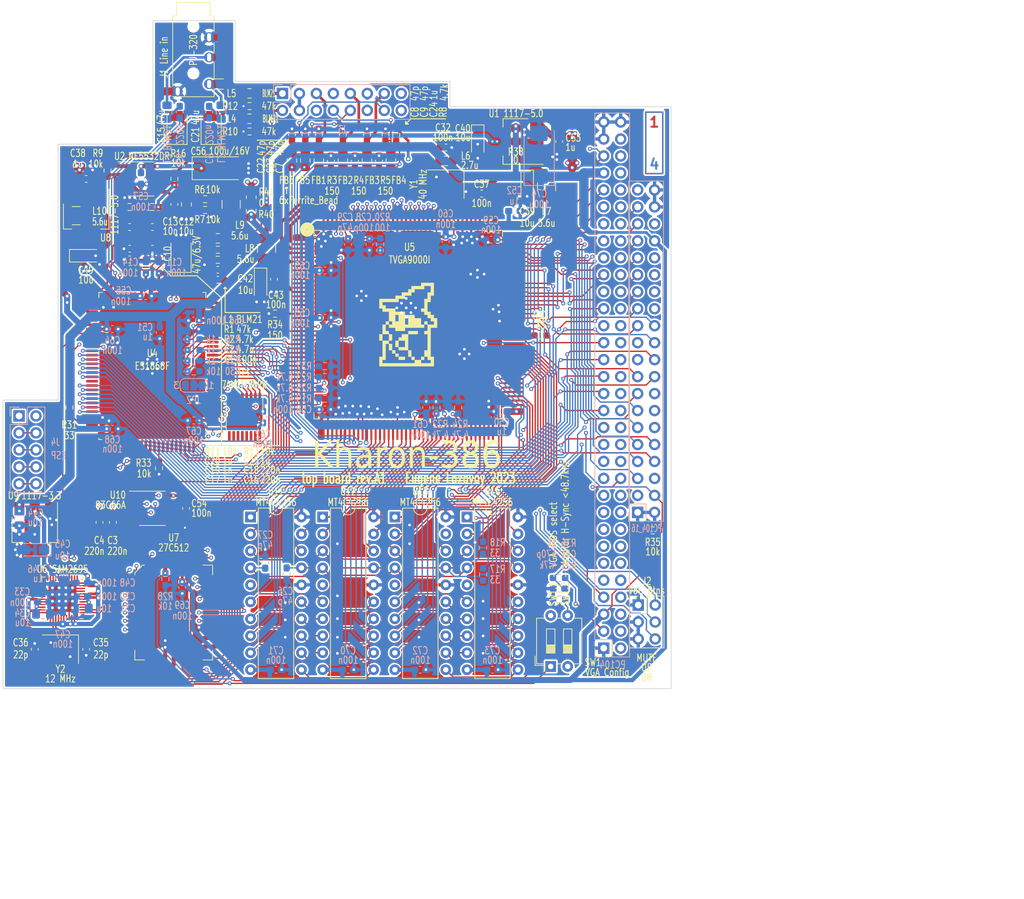
<source format=kicad_pcb>
(kicad_pcb (version 20221018) (generator pcbnew)
  (title_block (title "PC-KHARON-386-TOP") (date "2023-02-22") (rev "A1") (company "Eugene Lozovoy"))
  (layers (0 "F.Cu" signal) (1 "In1.Cu" signal) (2 "In2.Cu" signal) (31 "B.Cu" signal) (34 "B.Paste" user) (35 "F.Paste" user) (36 "B.SilkS" user "B.Silkscreen") (37 "F.SilkS" user "F.Silkscreen") (38 "B.Mask" user) (39 "F.Mask" user) (44 "Edge.Cuts" user))
  (net 0 "")
  (net 1 "GND")
  (net 2 "Net-(U4-AUXA_L)")
  (net 3 "+5V")
  (net 4 "Net-(U4-AUXB_L)")
  (net 5 "Net-(U4-AUXB_R)")
  (net 6 "Net-(U4-LINE_L)")
  (net 7 "Net-(C1-Pad2)")
  (net 8 "Net-(U4-LINE_R)")
  (net 9 "Net-(C6-Pad2)")
  (net 10 "/~{SBHE}")
  (net 11 "/~{MEMCS16}")
  (net 12 "/LA23")
  (net 13 "/LA22")
  (net 14 "/LA21")
  (net 15 "/LA20")
  (net 16 "/LA19")
  (net 17 "/LA18")
  (net 18 "/~{CAS}")
  (net 19 "/LA17")
  (net 20 "/~{RAS}")
  (net 21 "Net-(U4-CMR)")
  (net 22 "Net-(U2A-+)")
  (net 23 "/D8")
  (net 24 "Net-(C5-Pad2)")
  (net 25 "/D9")
  (net 26 "/D10")
  (net 27 "/D11")
  (net 28 "/MD3")
  (net 29 "/D12")
  (net 30 "/MD7")
  (net 31 "/D13")
  (net 32 "/~{NMI}")
  (net 33 "/D14")
  (net 34 "/D15")
  (net 35 "/SPKR")
  (net 36 "Net-(U4-VREF)")
  (net 37 "Net-(U4-FOUT_L)")
  (net 38 "/R")
  (net 39 "/G")
  (net 40 "/B")
  (net 41 "Net-(U4-CIN_L)")
  (net 42 "/ROMBA0")
  (net 43 "/HSYNC")
  (net 44 "/VSYNC")
  (net 45 "/Monitor")
  (net 46 "/~{ROMCS}")
  (net 47 "/RMD0")
  (net 48 "/RMD1")
  (net 49 "/RMD2")
  (net 50 "/RMD3")
  (net 51 "/RMD4")
  (net 52 "/RMD5")
  (net 53 "/RMD6")
  (net 54 "/RMD7")
  (net 55 "/MD2")
  (net 56 "/RESET")
  (net 57 "/D7")
  (net 58 "/D6")
  (net 59 "/D5")
  (net 60 "/D4")
  (net 61 "/D3")
  (net 62 "/D2")
  (net 63 "/D1")
  (net 64 "/D0")
  (net 65 "/IOCHRDY")
  (net 66 "/~{MEMW}")
  (net 67 "/AEN")
  (net 68 "/~{MEMR}")
  (net 69 "Net-(U4-FOUT_R)")
  (net 70 "/~{IOW}")
  (net 71 "Net-(U4-CIN_R)")
  (net 72 "/~{IOR}")
  (net 73 "Net-(U4-AOUT_R)")
  (net 74 "/A16")
  (net 75 "/A15")
  (net 76 "/A14")
  (net 77 "/A13")
  (net 78 "/~{REFRESH}")
  (net 79 "/A12")
  (net 80 "/A11")
  (net 81 "/A10")
  (net 82 "/A9")
  (net 83 "/A8")
  (net 84 "/A7")
  (net 85 "/A6")
  (net 86 "/A5")
  (net 87 "/A4")
  (net 88 "/ALE")
  (net 89 "/A3")
  (net 90 "/A2")
  (net 91 "/OSC")
  (net 92 "/A1")
  (net 93 "/A0")
  (net 94 "Net-(U4-AOUT_L)")
  (net 95 "Net-(C15-Pad2)")
  (net 96 "Net-(C15-Pad1)")
  (net 97 "Net-(U5-~{IOW})")
  (net 98 "Net-(U6-VCM)")
  (net 99 "Net-(U6-OUTVC12)")
  (net 100 "Net-(C20-Pad2)")
  (net 101 "/AVDD1")
  (net 102 "/AVDD2")
  (net 103 "Net-(C21-Pad1)")
  (net 104 "/AVDD_ES")
  (net 105 "Net-(C21-Pad2)")
  (net 106 "Net-(U6-X2)")
  (net 107 "Net-(C32-Pad2)")
  (net 108 "/MIDI_L")
  (net 109 "Net-(U6-X1)")
  (net 110 "Net-(C25-Pad2)")
  (net 111 "/MIDI_R")
  (net 112 "Net-(U5-VLF)")
  (net 113 "Net-(U1-VO)")
  (net 114 "/IRQ9")
  (net 115 "Net-(J2-Pin_2)")
  (net 116 "/MAA0")
  (net 117 "/MAA1")
  (net 118 "/MAA2")
  (net 119 "/MAA3")
  (net 120 "/MAA4")
  (net 121 "/MAA5")
  (net 122 "/MAA6")
  (net 123 "/MAA7")
  (net 124 "/MAA8")
  (net 125 "/MD0")
  (net 126 "/MD1")
  (net 127 "/MD4")
  (net 128 "/MD5")
  (net 129 "/MD6")
  (net 130 "/MAB0")
  (net 131 "/MAB1")
  (net 132 "/MAB2")
  (net 133 "/MAB3")
  (net 134 "/MAB4")
  (net 135 "/MAB5")
  (net 136 "/MAB6")
  (net 137 "/MAB7")
  (net 138 "/MAB8")
  (net 139 "/~{WE2}")
  (net 140 "/~{WE0}")
  (net 141 "/MD16")
  (net 142 "/MD17")
  (net 143 "/MD18")
  (net 144 "/MD19")
  (net 145 "/MD20")
  (net 146 "/MD21")
  (net 147 "/MD22")
  (net 148 "/MD23")
  (net 149 "/DACK3")
  (net 150 "/DRQ3")
  (net 151 "/DACK1")
  (net 152 "/DRQ1")
  (net 153 "/IRQ7")
  (net 154 "/IRQ5")
  (net 155 "Net-(J2-Pin_4)")
  (net 156 "/MSO")
  (net 157 "Net-(J2-Pin_6)")
  (net 158 "+12V")
  (net 162 "/~{RSTB}")
  (net 164 "Net-(J4-Pin_3)")
  (net 165 "Net-(J4-Pin_5)")
  (net 166 "Net-(J4-Pin_7)")
  (net 167 "Net-(J4-Pin_10)")
  (net 169 "/LINE_R")
  (net 170 "/LINE_L")
  (net 171 "/AVDD_OP")
  (net 174 "/AOUT_R")
  (net 176 "/AOUT_L")
  (net 179 "Net-(R21-Pad2)")
  (net 183 "/IRQ10")
  (net 184 "/DACK0")
  (net 185 "/DRQ0")
  (net 186 "/DACK5")
  (net 188 "/DRQ5")
  (net 189 "/VGA_R")
  (net 190 "/VGA_B")
  (net 191 "/VGA_MON")
  (net 192 "/VGA_HS")
  (net 193 "/VGA_VS")
  (net 194 "/VGA_G")
  (net 197 "Net-(J6-Pin_3)")
  (net 210 "Net-(L1-Pad1)")
  (net 213 "Net-(JP2-C)")
  (net 214 "Net-(U5-XTL1)")
  (net 215 "Net-(U2A--)")
  (net 216 "/VGABIOS")
  (net 217 "Net-(U2B--)")
  (net 218 "Net-(U5-~{CAS})")
  (net 219 "Net-(U5-~{RAS})")
  (net 220 "Net-(U10-SCLK)")
  (net 221 "Net-(U10-DI)")
  (net 222 "Net-(U10-DO)")
  (net 223 "Net-(U10-CS)")
  (net 224 "Net-(U4-XI)")
  (net 225 "Net-(U5-ROMCLK)")
  (net 226 "Net-(U4-GPIRQ)")
  (net 227 "Net-(U5-IRSET)")
  (net 235 "Net-(U3-O0)")
  (net 261 "/IRQ11")
  (net 281 "+3V3")
  (net 285 "Net-(U5-XTL2)")
  (net 307 "Net-(L9-Pad1)")
  (footprint "Capacitor_SMD:C_0603_1608Metric_Pad1.08x0.95mm_HandSolder" (layer "F.Cu") (at 130.9 85)
    (fp_text reference "C2")
    (fp_text value "4.7n")
  )
  (footprint "my:PQFP-100_14x20mm_P0.65mm_ESxxx" (layer "F.Cu") (at 121.1 99.4 180)
    (fp_text reference "U4")
    (fp_text value "ES1868F")
  )
  (footprint "Package_DIP:DIP-20_W7.62mm" (layer "F.Cu") (at 168.2 122)
    (fp_text reference "U14")
    (fp_text value "MT4C4256")
  )
  (footprint "my:PLCC-32_11.4x14.0mm_P1.27mm-longpads" (layer "F.Cu") (at 124.3 136.3)
    (fp_text reference "U7")
    (fp_text value "27C512")
  )
  (footprint "Capacitor_SMD:C_0603_1608Metric_Pad1.08x0.95mm_HandSolder" (layer "F.Cu") (at 124.4 75.2 90)
    (fp_text reference "C13")
    (fp_text value "10n")
  )
  (footprint "Inductor_SMD:L_0805_2012Metric_Pad1.15x1.40mm_HandSolder" (layer "F.Cu") (at 135.65 62.4)
    (fp_text reference "L4")
    (fp_text value "BLM21PG331BH1D")
  )
  (footprint "Resistor_SMD:R_0603_1608Metric_Pad0.98x0.95mm_HandSolder" (layer "F.Cu") (at 196 124)
    (fp_text reference "R35")
    (fp_text value "10k")
  )
  (footprint "Capacitor_SMD:C_0603_1608Metric_Pad1.08x0.95mm_HandSolder" (layer "F.Cu") (at 117.7 81.85 180)
    (fp_text reference "C19")
    (fp_text value "1n")
  )
  (footprint "Button_Switch_THT:SW_DIP_SPSTx02_Slide_6.7x6.64mm_W7.62mm_P2.54mm_LowProfile" (layer "F.Cu") (at 180.725 144.3675 90)
    (fp_text reference "SW1")
    (fp_text value "VGA Config")
  )
  (footprint "Resistor_SMD:R_0603_1608Metric_Pad0.98x0.95mm_HandSolder" (layer "F.Cu") (at 124.4 71.4 -90)
    (fp_text reference "R16")
    (fp_text value "10k")
  )
  (footprint "Package_DIP:DIP-20_W7.62mm" (layer "F.Cu") (at 146.6 122)
    (fp_text reference "U12")
    (fp_text value "MT4C4256")
  )
  (footprint "Inductor_SMD:L_0805_2012Metric_Pad1.15x1.40mm_HandSolder" (layer "F.Cu") (at 130.9 80.3)
    (fp_text reference "L1")
    (fp_text value "BLM21PG331BH1D")
  )
  (footprint "Capacitor_Tantalum_SMD:CP_EIA-6032-28_Kemet-C_Pad2.25x2.35mm_HandSolder" (layer "F.Cu") (at 131 69.8)
    (fp_text reference "C56")
    (fp_text value "100u/16V")
  )
  (footprint "Resistor_SMD:R_0603_1608Metric_Pad0.98x0.95mm_HandSolder" (layer "F.Cu") (at 151.425 68.8375 90)
    (fp_text reference "R4")
    (fp_text value "150")
  )
  (footprint "Package_TO_SOT_SMD:SOT-223-3_TabPin2" (layer "F.Cu") (at 103.5 123.9 -90)
    (fp_text reference "U9")
    (fp_text value "1117-3.3")
  )
  (footprint "Resistor_SMD:R_0603_1608Metric_Pad0.98x0.95mm_HandSolder" (layer "F.Cu") (at 139.475 91.575 180)
    (fp_text reference "R34")
    (fp_text value "150")
  )
  (footprint "Inductor_SMD:L_0805_2012Metric_Pad1.15x1.40mm_HandSolder" (layer "F.Cu") (at 165.05 68.7)
    (fp_text reference "L6")
    (fp_text value "2.7u")
  )
  (footprint "Inductor_SMD:L_0805_2012Metric_Pad1.15x1.40mm_HandSolder" (layer "F.Cu") (at 149.625 68.6375 90)
    (fp_text reference "FB2")
    (fp_text value "Ferrite_Bead")
  )
  (footprint "Package_SO:TSSOP-16_4.4x5mm_P0.65mm" (layer "F.Cu") (at 134.9 107 -90)
    (fp_text reference "U3")
    (fp_text value "74HCT138PW")
  )
  (footprint "Capacitor_SMD:C_0603_1608Metric_Pad1.08x0.95mm_HandSolder" (layer "F.Cu") (at 103.5 141.8 -90)
    (fp_text reference "C36")
    (fp_text value "22p")
  )
  (footprint "Inductor_SMD:L_1210_3225Metric_Pad1.42x2.65mm_HandSolder" (layer "F.Cu") (at 132.9 75.2 90)
    (fp_text reference "L9")
    (fp_text value "5.6u")
  )
  (footprint "Inductor_SMD:L_0805_2012Metric_Pad1.15x1.40mm_HandSolder" (layer "F.Cu") (at 142 68.6375 90)
    (fp_text reference "FB6")
    (fp_text value "Ferrite_Bead")
  )
  (footprint "Resistor_SMD:R_0603_1608Metric_Pad0.98x0.95mm_HandSolder" (layer "F.Cu") (at 117.7 75.6)
    (fp_text reference "R11")
    (fp_text value "10k")
  )
  (footprint "Capacitor_SMD:C_0603_1608Metric_Pad1.08x0.95mm_HandSolder" (layer "F.Cu") (at 149.625 64.8 90)
    (fp_text reference "C8")
    (fp_text value "47p")
  )
  (footprint "Package_SO:SOIC-8_3.9x4.9mm_P1.27mm" (layer "F.Cu") (at 121.1 120.7)
    (fp_text reference "U10")
    (fp_text value "93C66A")
  )
  (footprint "Capacitor_SMD:C_0603_1608Metric_Pad1.08x0.95mm_HandSolder" (layer "F.Cu") (at 170.4 73.6)
    (fp_text reference "C37")
    (fp_text value "100n")
  )
  (footprint "Capacitor_SMD:C_0805_2012Metric_Pad1.18x1.45mm_HandSolder" (layer "F.Cu") (at 126.2 75.2 90)
    (fp_text reference "C12")
    (fp_text value "10u")
  )
  (footprint "Inductor_SMD:L_1210_3225Metric_Pad1.42x2.65mm_HandSolder" (layer "F.Cu") (at 180.1 72.6 -90)
    (fp_text reference "L7")
    (fp_text value "5.6u")
  )
  (footprint "Capacitor_SMD:C_0603_1608Metric_Pad1.08x0.95mm_HandSolder" (layer "F.Cu") (at 156 64.8 90)
    (fp_text reference "C24")
    (fp_text value "1u")
  )
  (footprint "Capacitor_Tantalum_SMD:CP_EIA-3528-21_Kemet-B_Pad1.50x2.35mm_HandSolder" (layer "F.Cu") (at 125.4 82.75 90)
    (fp_text reference "C10")
    (fp_text value "47u/6.3V")
  )
  (footprint "Capacitor_SMD:C_0603_1608Metric_Pad1.08x0.95mm_HandSolder" (layer "F.Cu") (at 139.3125 86.4 -90)
    (fp_text reference "C43")
    (fp_text value "100n")
  )
  (footprint "Capacitor_SMD:C_0603_1608Metric_Pad1.08x0.95mm_HandSolder" (layer "F.Cu") (at 165.05 66.7 180)
    (fp_text reference "C32")
    (fp_text value "100n")
  )
  (footprint "Inductor_SMD:L_1210_3225Metric_Pad1.42x2.65mm_HandSolder" (layer "F.Cu") (at 138.2 81.8 -90)
    (fp_text reference "L8")
    (fp_text value "5.6u")
  )
  (footprint "Resistor_SMD:R_0603_1608Metric_Pad0.98x0.95mm_HandSolder" (layer "F.Cu") (at 155.025 68.8375 90)
    (fp_text reference "R5")
    (fp_text value "150")
  )
  (footprint "Package_SO:SOIC-8_3.9x4.9mm_P1.27mm" (layer "F.Cu") (at 119.4 71.4)
    (fp_text reference "U2")
    (fp_text value "NE5532DR")
  )
  (footprint "Inductor_SMD:L_1210_3225Metric_Pad1.42x2.65mm_HandSolder" (layer "F.Cu") (at 109.7 76.9)
    (fp_text reference "L10")
    (fp_text value "5.6u")
  )
  (footprint "Capacitor_Tantalum_SMD:CP_EIA-3216-18_Kemet-A_Pad1.58x1.35mm_HandSolder" (layer "F.Cu") (at 169.8 65.8 -90)
    (fp_text reference "C40")
    (fp_text value "10u")
  )
  (footprint "Capacitor_SMD:C_0603_1608Metric_Pad1.08x0.95mm_HandSolder" (layer "F.Cu") (at 111.2 141.8 90)
    (fp_text reference "C35")
    (fp_text value "22p")
  )
  (footprint "Resistor_SMD:R_0603_1608Metric_Pad0.98x0.95mm_HandSolder" (layer "F.Cu") (at 157.6 64.8 -90)
    (fp_text reference "R8")
    (fp_text value "4.7k")
  )
  (footprint "Capacitor_SMD:C_0603_1608Metric_Pad1.08x0.95mm_HandSolder" (layer "F.Cu") (at 117.7 83.45 180)
    (fp_text reference "C17")
    (fp_text value "1n")
  )
  (footprint "Inductor_SMD:L_0805_2012Metric_Pad1.15x1.40mm_HandSolder" (layer "F.Cu") (at 153.225 68.6375 90)
    (fp_text reference "FB3")
    (fp_text value "Ferrite_Bead")
  )
  (footprint "Crystal:Crystal_SMD_SeikoEpson_TSX3225-4Pin_3.2x2.5mm_HandSoldering" (layer "F.Cu") (at 165.05 72.2 180)
    (fp_text reference "Y1")
    (fp_text value "40 MHz")
  )
  (footprint "Resistor_SMD:R_0603_1608Metric_Pad0.98x0.95mm_HandSolder" (layer "F.Cu") (at 147.825 68.8375 90)
    (fp_text reference "R3")
    (fp_text value "150")
  )
  (footprint "Inductor_SMD:L_0805_2012Metric_Pad1.15x1.40mm_HandSolder" (layer "F.Cu") (at 156.8 68.6375 90)
    (fp_text reference "FB4")
    (fp_text value "Ferrite_Bead")
  )
  (footprint "Resistor_SMD:R_0603_1608Metric_Pad0.98x0.95mm_HandSolder" (layer "F.Cu") (at 179.2 94.825)
    (fp_text reference "R32")
    (fp_text value "33")
  )
  (footprint "Capacitor_SMD:C_0603_1608Metric_Pad1.08x0.95mm_HandSolder" (layer "F.Cu") (at 111.2 71.4)
    (fp_text reference "C38")
    (fp_text value "1u")
  )
  (footprint "Capacitor_Tantalum_SMD:CP_EIA-3216-18_Kemet-A_Pad1.58x1.35mm_HandSolder" (layer "F.Cu") (at 111.18 82.9)
    (fp_text reference "C49")
    (fp_text value "10u")
  )
  (footprint "Inductor_SMD:L_0805_2012Metric_Pad1.15x1.40mm_HandSolder" (layer "F.Cu") (at 146.025 68.6375 90)
    (fp_text reference "FB1")
    (fp_text value "Ferrite_Bead")
  )
  (footprint "Capacitor_Tantalum_SMD:CP_EIA-3528-21_Kemet-B_Pad1.50x2.35mm_HandSolder" (layer "F.Cu") (at 124.8 63.6 90)
    (fp_text reference "C15")
    (fp_text value "47u")
  )
  (footprint "Package_DFN_QFN:QFN-48-1EP_6x6mm_P0.4mm_EP4.2x4.2mm" (layer "F.Cu") (at 107.65 134.1 180)
    (fp_text reference "U6")
    (fp_text value "SAM2695")
  )
  (footprint "Capacitor_SMD:C_0603_1608Metric_Pad1.08x0.95mm_HandSolder" (layer "F.Cu") (at 121.1125 83.45 180)
    (fp_text reference "C16")
    (fp_text value "220n")
  )
  (footprint "Resistor_SMD:R_0603_1608Metric_Pad0.98x0.95mm_HandSolder" (layer "F.Cu") (at 130.9 83.5 180)
    (fp_text reference "R2")
    (fp_text value "4.7k")
  )
  (footprint "Capacitor_Tantalum_SMD:CP_EIA-3216-18_Kemet-A_Pad1.58x1.35mm_HandSolder" (layer "F.Cu") (at 177.2 72.58 -90)
    (fp_text reference "C39")
    (fp_text value "10u")
  )
  (footprint "my:PJ-320A_D" (layer "F.Cu") (at 127.25 52.1)
    (fp_text reference "J1")
    (fp_text value "PJ-320")
  )
  (footprint "Capacitor_SMD:C_0603_1608Metric_Pad1.08x0.95mm_HandSolder" (layer "F.Cu") (at 142 64.8 90)
    (fp_text reference "C22")
    (fp_text value "47p")
  )
  (footprint "Inductor_SMD:L_0805_2012Metric_Pad1.15x1.40mm_HandSolder" (layer "F.Cu") (at 135.65 58.6)
    (fp_text reference "L5")
    (fp_text value "BLM21PG331BH1D")
  )
  (footprint "Capacitor_SMD:C_0603_1608Metric_Pad1.08x0.95mm_HandSolder" (layer "F.Cu") (at 126.15 120.7 -90)
    (fp_text reference "C54")
    (fp_text value "100n")
  )
  (footprint "Package_TO_SOT_SMD:SOT-223-3_TabPin2" (layer "F.Cu") (at 111.2 77 -90)
    (fp_text reference "U8")
    (fp_text value "1117-5.0")
  )
  (footprint "Inductor_SMD:L_0805_2012Metric_Pad1.15x1.40mm_HandSolder" (layer "F.Cu") (at 144 68.6375 90)
    (fp_text reference "FB5")
    (fp_text value "Ferrite_Bead")
  )
  (footprint "Capacitor_Tantalum_SMD:CP_EIA-3528-21_Kemet-B_Pad1.50x2.35mm_HandSolder" (layer "F.Cu") (at 129.9 63.6 90)
    (fp_text reference "C21")
    (fp_text value "47u")
  )
  (footprint "Capacitor_SMD:C_0603_1608Metric_Pad1.08x0.95mm_HandSolder" (layer "F.Cu") (at 130.9 86.5)
    (fp_text reference "C1")
    (fp_text value "100n")
  )
  (footprint "Package_TO_SOT_SMD:SOT-223-3_TabPin2" (layer "F.Cu") (at 175.5 65.8 180)
    (fp_text reference "U1")
    (fp_text value "1117-5.0")
  )
  (footprint "Resistor_SMD:R_0603_1608Metric_Pad0.98x0.95mm_HandSolder" (layer "F.Cu") (at 114.4 70.15 -90)
    (fp_text reference "R9")
    (fp_text value "10k")
  )
  (footprint "Capacitor_SMD:C_0603_1608Metric_Pad1.08x0.95mm_HandSolder" (layer "F.Cu") (at 113.2 122.8 -90)
    (fp_text reference "C4")
    (fp_text value "220n")
  )
  (footprint "Resistor_SMD:R_0603_1608Metric_Pad0.98x0.95mm_HandSolder" (layer "F.Cu") (at 129 76.0375 180)
    (fp_text reference "R7")
    (fp_text value "10k")
  )
  (footprint "Capacitor_SMD:C_0603_1608Metric_Pad1.08x0.95mm_HandSolder" (layer "F.Cu") (at 117.7 78.6)
    (fp_text reference "C20")
    (fp_text value "1u")
  )
  (footprint "Resistor_SMD:R_0603_1608Metric_Pad0.98x0.95mm_HandSolder" (layer "F.Cu") (at 130.9 82)
    (fp_text reference "R1")
    (fp_text value "47k")
  )
  (footprint "Resistor_SMD:R_0603_1608Metric_Pad0.98x0.95mm_HandSolder" (layer "F.Cu") (at 135.65 60.5)
    (fp_text reference "R12")
    (fp_text value "47k")
  )
  (footprint "Capacitor_SMD:C_0603_1608Metric_Pad1.08x0.95mm_HandSolder" (layer "F.Cu") (at 144 64.8 90)
    (fp_text reference "C23")
    (fp_text value "47p")
  )
  (footprint "Package_DIP:DIP-20_W7.62mm" (layer "F.Cu") (at 135.8 122)
    (fp_text reference "U11")
    (fp_text value "MT4C4256")
  )
  (footprint "Capacitor_SMD:C_0603_1608Metric_Pad1.08x0.95mm_HandSolder" (layer "F.Cu") (at 153.225 64.8 90)
    (fp_text reference "C9")
    (fp_text value "47p")
  )
  (footprint "Capacitor_SMD:C_0603_1608Metric_Pad1.08x0.95mm_HandSolder" (layer "F.Cu") (at 146.025 64.8 90)
    (fp_text reference "C7")
    (fp_text value "47p")
  )
  (footprint "Resistor_SMD:R_0603_1608Metric_Pad0.98x0.95mm_HandSolder" (layer "F.Cu") (at 135.65 64.3)
    (fp_text reference "R10")
    (fp_text value "47k")
  )
  (footprint "Resistor_SMD:R_0805_2012Metric_Pad1.20x1.40mm_HandSolder" (layer "F.Cu") (at 175.5 64.8 -90)
    (fp_text reference "R38")
    (fp_text value "0")
  )
  (footprint "Capacitor_SMD:C_0603_1608Metric_Pad1.08x0.95mm_HandSolder" (layer "F.Cu") (at 115.2 122.8 -90)
    (fp_text reference "C3")
    (fp_text value "220n")
  )
  (footprint "Capacitor_SMD:C_0603_1608Metric_Pad1.08x0.95mm_HandSolder" (layer "F.Cu") (at 121.1125 78.6 180)
    (fp_text reference "C25")
    (fp_text value "1u")
  )
  (footprint "Resistor_SMD:R_0805_2012Metric_Pad1.20x1.40mm_HandSolder" (layer "F.Cu") (at 135.9 74.15 -90)
    (fp_text reference "R41")
    (fp_text value "0")
  )
  (footprint "mygraphic:black-mage-12.5x8.6" (layer "F.Cu") (at 159.400001 93.2)
    (fp_text reference "LOGO1" hide)
    (fp_text value "graphic" hide)
  )
  (footprint "Resistor_SMD:R_0805_2012Metric_Pad1.20x1.40mm_HandSolder" (layer "F.Cu") (at 135.9 76.15 90)
    (fp_text reference "R40")
    (fp_text value "0")
  )
  (footprint "Crystal:Crystal_SMD_SeikoEpson_TSX3225-4Pin_3.2x2.5mm_HandSoldering" (layer "F.Cu") (at 107.35 141.8 180)
    (fp_text reference "Y2")
    (fp_text value "12 MHz")
  )
  (footprint "Resistor_SMD:R_0603_1608Metric_Pad0.98x0.95mm_HandSolder" (layer "F.Cu") (at 121.1125 75.6 180)
    (fp_text reference "R13")
    (fp_text value "10k")
  )
  (footprint "my:PQFP-160_28x28mm_P0.65mm_LongPads" (layer "F.Cu") (at 159.4 93.2)
    (fp_text reference "U5")
    (fp_text value "TVGA9000I")
  )
  (footprint "Capacitor_Tantalum_SMD:CP_EIA-3216-18_Kemet-A_Pad1.58x1.35mm_HandSolder" (layer "F.Cu") (at 137.3 87.23 -90)
    (fp_text reference "C42")
    (fp_text value "10u")
  )
  (footprint "Capacitor_SMD:C_0603_1608Metric_Pad1.08x0.95mm_HandSolder" (layer "F.Cu") (at 182 65.8 -90)
    (fp_text reference "C53")
    (fp_text value "1u")
  )
  (footprint "Resistor_SMD:R_0603_1608Metric_Pad0.98x0.95mm_HandSolder" (layer "F.Cu") (at 129 74.4375)
    (fp_text reference "R6")
    (fp_text value "10k")
  )
  (footprint "Connector_PinHeader_2.54mm:PinHeader_2x03_P2.54mm_Vertical" (layer "F.Cu") (at 193.825 135.175)
    (fp_text reference "J2")
    (fp_text value "Vol. Btns")
  )
  (footprint "Package_DIP:DIP-20_W7.62mm" (layer "F.Cu") (at 157.4 122)
    (fp_text reference "U13")
    (fp_text value "MT4C4256")
  )
  (footprint "Resistor_SMD:R_0603_1608Metric_Pad0.98x0.95mm_HandSolder" (layer "F.Cu") (at 108.675 105.6 90)
    (fp_text reference "R31")
    (fp_text value "33")
  )
  (footprint "Capacitor_SMD:C_0603_1608Metric_Pad1.08x0.95mm_HandSolder" (layer "F.Cu") (at 121.1125 81.85 180)
    (fp_text reference "C18")
    (fp_text value "220n")
  )
  (footprint "Resistor_SMD:R_0603_1608Metric_Pad0.98x0.95mm_HandSolder" (layer "F.Cu") (at 122.1 114.7 -90)
    (fp_text reference "R33")
    (fp_text value "10k")
  )
  (footprint "Capacitor_SMD:C_0603_1608Metric_Pad1.08x0.95mm_HandSolder" (layer "B.Cu") (at 150.4 81.2 -90)
    (fp_text reference "C29")
    (fp_text value "47p")
  )
  (footprint "Capacitor_SMD:C_0603_1608Metric_Pad1.08x0.95mm_HandSolder" (layer "B.Cu") (at 153.6 81.2 -90)
    (fp_text reference "C28")
    (fp_text value "100p")
  )
  (footprint "Capacitor_SMD:C_0603_1608Metric_Pad1.08x0.95mm_HandSolder" (layer "B.Cu") (at 129.6 61.4 90)
    (fp_text reference "C5")
    (fp_text value "220n")
  )
  (footprint "Capacitor_SMD:C_0603_1608Metric_Pad1.08x0.95mm_HandSolder" (layer "B.Cu") (at 104.76875 134.7 180)
    (fp_text reference "C33")
    (fp_text value "100n")
  )
  (footprint "Capacitor_SMD:C_0603_1608Metric_Pad1.08x0.95mm_HandSolder" (layer "B.Cu") (at 181.975 132.7255 180)
    (fp_text reference "C41")
    (fp_text value "470p")
  )
  (footprint "Capacitor_SMD:C_0603_1608Metric_Pad1.08x0.95mm_HandSolder" (layer "B.Cu") (at 127.25 92.6 180)
    (fp_text reference "C66")
    (fp_text value "100n")
  )
  (footprint "Capacitor_SMD:C_0603_1608Metric_Pad1.08x0.95mm_HandSolder" (layer "B.Cu") (at 173.4 106.2 180)
    (fp_text reference "C50")
    (fp_text value "1u")
  )
  (footprint "Resistor_SMD:R_0603_1608Metric_Pad0.98x0.95mm_HandSolder" (layer "B.Cu") (at 163.625 105.6 -90)
    (fp_text reference "R22")
    (fp_text value "4.7k")
  )
  (footprint "Capacitor_SMD:C_0603_1608Metric_Pad1.08x0.95mm_HandSolder" (layer "B.Cu") (at 120.125 84.65 90)
    (fp_text reference "C14")
    (fp_text value "100n")
  )
  (footprint "Resistor_SMD:R_0603_1608Metric_Pad0.98x0.95mm_HandSolder" (layer "B.Cu") (at 127.25 98.6 180)
    (fp_text reference "R29")
    (fp_text value "1k")
  )
  (footprint "Capacitor_SMD:C_0603_1608Metric_Pad1.08x0.95mm_HandSolder" (layer "B.Cu") (at 127.3 107.55 180)
    (fp_text reference "C67")
    (fp_text value "100n")
  )
  (footprint "Capacitor_SMD:C_0603_1608Metric_Pad1.08x0.95mm_HandSolder" (layer "B.Cu") (at 137.65 107.0375 90)
    (fp_text reference "C62")
    (fp_text value "100n")
  )
  (footprint "Connector_PinHeader_2.54mm:PinHeader_2x08_P2.54mm_Vertical" (layer "B.Cu") (at 140.575 58.61 -90)
    (fp_text reference "J3")
    (fp_text value "Conn_02x07_Odd_Even")
  )
  (footprint "Capacitor_SMD:C_0603_1608Metric_Pad1.08x0.95mm_HandSolder" (layer "B.Cu") (at 119.4 71.325 -90)
    (fp_text reference "C57")
    (fp_text value "100n")
  )
  (footprint "Inductor_SMD:L_0805_2012Metric_Pad1.15x1.40mm_HandSolder" (layer "B.Cu") (at 131.4 61.4 90)
    (fp_text reference "L2")
    (fp_text value "BLM21PG331BH1D")
  )
  (footprint "Connector_PinHeader_2.54mm:PinHeader_2x20_P2.54mm_Vertical" (layer "B.Cu") (at 193.735 121.31)
    (fp_text reference "J5" hide)
    (fp_text value "PC104_16")
  )
  (footprint "Capacitor_SMD:C_0603_1608Metric_Pad1.08x0.95mm_HandSolder" (layer "B.Cu") (at 162.1 105.6 90)
    (fp_text reference "C61")
    (fp_text value "100n")
  )
  (footprint "Jumper:SolderJumper-3_P1.3mm_Bridged12_RoundedPad1.0x1.5mm_NumberLabels" (layer "B.Cu") (at 127.3 102.3 180)
    (fp_text reference "JP2")
    (fp_text value "SolderJumper_3_Bridged12" hide)
  )
  (footprint "Capacitor_SMD:C_0603_1608Metric_Pad1.08x0.95mm_HandSolder" (layer "B.Cu") (at 161.2 144.865)
    (fp_text reference "C72")
    (fp_text value "100n")
  )
  (footprint "Capacitor_SMD:C_0603_1608Metric_Pad1.08x0.95mm_HandSolder" (layer "B.Cu") (at 125.2 61.4 90)
    (fp_text reference "C6")
    (fp_text value "220n")
  )
  (footprint "Capacitor_SMD:C_0603_1608Metric_Pad1.08x0.95mm_HandSolder" (layer "B.Cu") (at 120.125 88.925)
    (fp_text reference "C55")
    (fp_text value "100n")
  )
  (footprint "Resistor_SMD:R_0603_1608Metric_Pad0.98x0.95mm_HandSolder" (layer "B.Cu") (at 181.975 131.1255 180)
    (fp_text reference "R36")
    (fp_text value "1k")
  )
  (footprint "Capacitor_SMD:C_0603_1608Metric_Pad1.08x0.95mm_HandSolder" (layer "B.Cu") (at 175.3 76.2)
    (fp_text reference "C52")
    (fp_text value "1u")
  )
  (footprint "Capacitor_SMD:C_0805_2012Metric_Pad1.18x1.45mm_HandSolder" (layer "B.Cu") (at 101.2 122.2 90)
    (fp_text reference "C44")
    (fp_text value "10u")
  )
  (footprint "Capacitor_SMD:C_0603_1608Metric_Pad1.08x0.95mm_HandSolder" (layer "B.Cu") (at 125.575 132.5625 -90)
    (fp_text reference "C69")
    (fp_text value "100n")
  )
  (footprint "Capacitor_SMD:C_0603_1608Metric_Pad1.08x0.95mm_HandSolder" (layer "B.Cu") (at 138 128.8 -90)
    (fp_text reference "C27")
    (fp_text value "47p")
  )
  (footprint "Capacitor_SMD:C_0603_1608Metric_Pad1.08x0.95mm_HandSolder" (layer "B.Cu") (at 171.8 80.5 180)
    (fp_text reference "C59")
    (fp_text value "100n")
  )
  (footprint "Capacitor_SMD:C_0603_1608Metric_Pad1.08x0.95mm_HandSolder" (layer "B.Cu") (at 110.550395 131.85)
    (fp_text reference "C48")
    (fp_text value "100n")
  )
  (footprint "Capacitor_SMD:C_0805_2012Metric_Pad1.18x1.45mm_HandSolder" (layer "B.Cu") (at 110.550395 135.7)
    (fp_text reference "C31")
    (fp_text value "10u")
  )
  (footprint "Resistor_SMD:R_0603_1608Metric_Pad0.98x0.95mm_HandSolder" (layer "B.Cu") (at 170.6 130.6 -90)
    (fp_text reference "R17")
    (fp_text value "33")
  )
  (footprint "Resistor_SMD:R_0603_1608Metric_Pad0.98x0.95mm_HandSolder" (layer "B.Cu") (at 181.975 134.3255)
    (fp_text reference "R21")
    (fp_text value "4.7k")
  )
  (footprint "Inductor_SMD:L_0805_2012Metric_Pad1.15x1.40mm_HandSolder" (layer "B.Cu") (at 123.3 61.4 90)
    (fp_text reference "L3")
    (fp_text value "BLM21PG331BH1D")
  )
  (footprint "Resistor_SMD:R_0603_1608Metric_Pad0.98x0.95mm_HandSolder" (layer "B.Cu") (at 123.05 131.3 -90)
    (fp_text reference "R28")
    (fp_text value "10k")
  )
  (footprint "Capacitor_SMD:C_0603_1608Metric_Pad1.08x0.95mm_HandSolder" (layer "B.Cu") (at 110.550395 133.9)
    (fp_text reference "C30")
    (fp_text value "100n")
  )
  (footprint "Resistor_SMD:R_0603_1608Metric_Pad0.98x0.95mm_HandSolder" (layer "B.Cu") (at 127.25 100.2 180)
    (fp_text reference "R30")
    (fp_text value "10k")
  )
  (footprint "Resistor_SMD:R_0603_1608Metric_Pad0.98x0.95mm_HandSolder" (layer "B.Cu") (at 127.25 95.4 180)
    (fp_text reference "R26")
    (fp_text value "1k")
  )
  (footprint "Capacitor_SMD:C_0603_1608Metric_Pad1.08x0.95mm_HandSolder" (layer "B.Cu") (at 106.15 131.15 90)
    (fp_text reference "C46")
    (fp_text value "1u")
  )
  (footprint "Connector_PinHeader_2.54mm:PinHeader_2x32_P2.54mm_Vertical" (layer "B.Cu") (at 188.66 141.625)
    (fp_text reference "J6" hide)
    (fp_text value "PC104")
  )
  (footprint "Resistor_SMD:R_0603_1608Metric_Pad0.98x0.95mm_HandSolder" (layer "B.Cu") (at 146.9375 99.425 180)
    (fp_text reference "R37")
    (fp_text value "4.7k")
  )
  (footprint "Capacitor_SMD:C_0603_1608Metric_Pad1.08x0.95mm_HandSolder" (layer "B.Cu") (at 146.9625 92.2)
    (fp_text reference "C63")
    (fp_text value "100n")
  )
  (footprint "Capacitor_SMD:C_0603_1608Metric_Pad1.08x0.95mm_HandSolder" (layer "B.Cu") (at 141.2 130.49 90)
    (fp_text reference "C26")
    (fp_text value "47p")
  )
  (footprint "Capacitor_SMD:C_0603_1608Metric_Pad1.08x0.95mm_HandSolder" (layer "B.Cu") (at 146.9625 85.1)
    (fp_text reference "C65")
    (fp_text value "100n")
  )
  (footprint "Capacitor_SMD:C_0603_1608Metric_Pad1.08x0.95mm_HandSolder" (layer "B.Cu") (at 146.9375 105.9)
    (fp_text reference "C58")
    (fp_text value "100n")
  )
  (footprint "Capacitor_SMD:C_0603_1608Metric_Pad1.08x0.95mm_HandSolder" (layer "B.Cu") (at 115.125 93.875)
    (fp_text reference "C64")
    (fp_text value "100n")
  )
  (footprint "Resistor_SMD:R_0603_1608Metric_Pad0.98x0.95mm_HandSolder" (layer "B.Cu") (at 170.6 126.6 -90)
    (fp_text reference "R18")
    (fp_text value "33")
  )
  (footprint "Resistor_SMD:R_0603_1608Metric_Pad0.98x0.95mm_HandSolder" (layer "B.Cu") (at 155.2 81.2 -90)
    (fp_text reference "R20")
    (fp_text value "100")
  )
  (footprint "Capacitor_SMD:C_0603_1608Metric_Pad1.08x0.95mm_HandSolder" (layer "B.Cu") (at 150.4 144.865)
    (fp_text reference "C70")
    (fp_text value "100n")
  )
  (footprint "Capacitor_SMD:C_0805_2012Metric_Pad1.18x1.45mm_HandSolder" (layer "B.Cu") (at 104.73125 136.5 180)
    (fp_text reference "C34")
    (fp_text value "10u")
  )
  (footprint "Capacitor_SMD:C_0603_1608Metric_Pad1.08x0.95mm_HandSolder" (layer "B.Cu") (at 172 144.865)
    (fp_text reference "C73")
    (fp_text value "100n")
  )
  (footprint "Resistor_SMD:R_0603_1608Metric_Pad0.98x0.95mm_HandSolder" (layer "B.Cu") (at 166.875 105.6 -90)
    (fp_text reference "R24")
    (fp_text value "4.7k")
  )
  (footprint "Resistor_SMD:R_0603_1608Metric_Pad0.98x0.95mm_HandSolder" (layer "B.Cu") (at 146.9375 104.3 180)
    (fp_text reference "R19")
    (fp_text value "4.7k")
  )
  (footprint "Capacitor_SMD:C_0603_1608Metric_Pad1.08x0.95mm_HandSolder" (layer "B.Cu") (at 165 80.8 -90)
    (fp_text reference "C60")
    (fp_text value "100n")
  )
  (footprint "Capacitor_SMD:C_0603_1608Metric_Pad1.08x0.95mm_HandSolder" (layer "B.Cu") (at 122.2 94.4 -90)
    (fp_text reference "C51")
    (fp_text value "1u")
  )
  (footprint "Resistor_SMD:R_0603_1608Metric_Pad0.98x0.95mm_HandSolder" (layer "B.Cu") (at 146.9375 101.05 180)
    (fp_text reference "R23")
    (fp_text value "4.7k")
  )
  (footprint "Resistor_SMD:R_0603_1608Metric_Pad0.98x0.95mm_HandSolder" (layer "B.Cu") (at 146.9375 102.675 180)
    (fp_text reference "R25")
    (fp_text value "4.7k")
  )
  (footprint "Resistor_SMD:R_0603_1608Metric_Pad0.98x0.95mm_HandSolder" (layer "B.Cu") (at 127.2625 97 180)
    (fp_text reference "R27")
    (fp_text value "1k")
  )
  (footprint "Capacitor_Tantalum_SMD:CP_EIA-3216-18_Kemet-A_Pad1.58x1.35mm_HandSolder" (layer "B.Cu") (at 103.45 126.9 180)
    (fp_text reference "C45")
    (fp_text value "10u")
  )
  (footprint "Capacitor_SMD:C_0603_1608Metric_Pad1.08x0.95mm_HandSolder" (layer "B.Cu") (at 115.125 108.8)
    (fp_text reference "C68")
    (fp_text value "100n")
  )
  (footprint "Capacitor_SMD:C_0603_1608Metric_Pad1.08x0.95mm_HandSolder" (layer "B.Cu") (at 122.075 84.65 90)
    (fp_text reference "C11")
    (fp_text value "100n")
  )
  (footprint "Capacitor_SMD:C_0603_1608Metric_Pad1.08x0.95mm_HandSolder" (layer "B.Cu") (at 139.6 144.865)
    (fp_text reference "C71")
    (fp_text value "100n")
  )
  (footprint "Capacitor_Tantalum_SMD:CP_EIA-7343-31_Kemet-D_Pad2.25x2.55mm_HandSolder" (layer "B.Cu") (at 179 67.8 90)
    (fp_text reference "C74")
    (fp_text value "100u")
  )
  (footprint "Connector_PinSocket_2.54mm:PinSocket_2x05_P2.54mm_Vertical" (layer "B.Cu") (at 101.15 106.875 180)
    (fp_text reference "J4")
    (fp_text value "ESP")
  )
  (footprint "Capacitor_SMD:C_0603_1608Metric_Pad1.08x0.95mm_HandSolder" (layer "B.Cu") (at 107.7 137.15 -90)
    (fp_text reference "C47")
    (fp_text value "100n")
  )
  (gr_rect (start 194.95 61.4) (end 197.5 70.6) (stroke (width 0.2)) (fill none) (layer "F.Cu"))
  (gr_rect (start 194.95 61.4) (end 197.5 70.6) (stroke (width 0.2)) (fill none) (layer "B.Cu"))
  (gr_line (start 165 62.4) (end 159.8 62.4) (stroke (width 0.15)) (layer "F.SilkS"))
  (gr_line (start 122.55 84.6) (end 122.55 85) (stroke (width 0.15)) (layer "F.SilkS"))
  (gr_line (start 141 65.8) (end 141.2 65.6) (stroke (width 0.15)) (layer "F.SilkS"))
  (gr_line (start 131.8 87.8) (end 132.2 87.8) (stroke (width 0.15)) (layer "F.SilkS"))
  (gr_line (start 132 87.6) (end 131.8 87.8) (stroke (width 0.15)) (layer "F.SilkS"))
  (gr_line (start 141.4 72.8) (end 141.2 72.6) (stroke (width 0.15)) (layer "F.SilkS"))
  (gr_line (start 141 65.4) (end 141 65.8) (stroke (width 0.15)) (layer "F.SilkS"))
  (gr_line (start 131.45 89.2) (end 127.8 85.9) (stroke (width 0.15)) (layer "F.SilkS"))
  (gr_line (start 141 72.8) (end 141.4 72.8) (stroke (width 0.15)) (layer "F.SilkS"))
  (gr_line (start 141.2 65.6) (end 141 65.4) (stroke (width 0.15)) (layer "F.SilkS"))
  (gr_line (start 136.8 65.6) (end 141.2 65.6) (stroke (width 0.15)) (layer "F.SilkS"))
  (gr_line (start 131.45 111.3) (end 131.45 89.2) (stroke (width 0.15)) (layer "F.SilkS"))
  (gr_line (start 159 62.8) (end 159.4 63.2) (stroke (width 0.15)) (layer "F.SilkS"))
  (gr_line (start 132 91.4) (end 132 87.6) (stroke (width 0.15)) (layer "F.SilkS"))
  (gr_line (start 137.2 91.4) (end 132 91.4) (stroke (width 0.15)) (layer "F.SilkS"))
  (gr_line (start 141.2 72.6) (end 141 72.8) (stroke (width 0.15)) (layer "F.SilkS"))
  (gr_line (start 122.95 84.6) (end 122.55 84.6) (stroke (width 0.15)) (layer "F.SilkS"))
  (gr_line (start 122.55 85) (end 122.95 84.6) (stroke (width 0.15)) (layer "F.SilkS"))
  (gr_line (start 159.8 62.4) (end 159 63.2) (stroke (width 0.15)) (layer "F.SilkS"))
  (gr_line (start 141.2 73.6) (end 141.2 72.6) (stroke (width 0.15)) (layer "F.SilkS"))
  (gr_line (start 132.2 87.8) (end 132 87.6) (stroke (width 0.15)) (layer "F.SilkS"))
  (gr_line (start 127.8 85.9) (end 123.85 85.9) (stroke (width 0.15)) (layer "F.SilkS"))
  (gr_line (start 129.15 111.3) (end 140.05 111.3) (stroke (width 0.15)) (layer "F.SilkS"))
  (gr_line (start 159 63.2) (end 159 62.8) (stroke (width 0.15)) (layer "F.SilkS"))
  (gr_line (start 123.85 85.9) (end 122.55 84.6) (stroke (width 0.15)) (layer "F.SilkS"))
  (gr_line (start 159.4 63.2) (end 159 63.2) (stroke (width 0.15)) (layer "F.SilkS"))
  (gr_line (start 98.75 147.7) (end 98.75 104.5) (stroke (width 0.1)) (layer "Edge.Cuts"))
  (gr_line (start 133.5 47.7) (end 133.5 56.8) (stroke (width 0.1)) (layer "Edge.Cuts"))
  (gr_line (start 133.5 56.8) (end 165.65 56.8) (stroke (width 0.1)) (layer "Edge.Cuts"))
  (gr_line (start 121.2 66.2) (end 121.2 47.7) (stroke (width 0.1)) (layer "Edge.Cuts"))
  (gr_line (start 107 66.2) (end 121.2 66.2) (stroke (width 0.1)) (layer "Edge.Cuts"))
  (gr_line (start 107 104.5) (end 107 66.2) (stroke (width 0.1)) (layer "Edge.Cuts"))
  (gr_line (start 198.75 147.7) (end 98.75 147.7) (stroke (width 0.1)) (layer "Edge.Cuts"))
  (gr_line (start 165.65 56.8) (end 165.65 60.6) (stroke (width 0.1)) (layer "Edge.Cuts"))
  (gr_line (start 165.65 60.6) (end 198.75 60.6) (stroke (width 0.1)) (layer "Edge.Cuts"))
  (gr_line (start 198.75 60.6) (end 198.75 147.7) (stroke (width 0.1)) (layer "Edge.Cuts"))
  (gr_line (start 98.75 104.5) (end 107 104.5) (stroke (width 0.1)) (layer "Edge.Cuts"))
  (gr_line (start 121.2 47.7) (end 133.5 47.7) (stroke (width 0.1)) (layer "Edge.Cuts"))
  (gr_text "1" (at 196.225 62.899654) (layer "F.Cu") (effects (font (size 1.5 1.5) (thickness 0.3))))
  (gr_text "4" (at 196.225 69.199654) (layer "B.Cu") (effects (font (size 1.5 1.5) (thickness 0.3))))
  (gr_text "Kharon-386" (at 159.2 113) (layer "F.SilkS") (effects (font (size 4 3.5) (thickness 0.5))))
  (gr_text "Line in" (at 122.85 52.15 90) (layer "F.SilkS") (effects (font (size 1.1 0.8) (thickness 0.14))))
  (gr_text "top board rev.${REVISION}" (at 149.8 116.2) (layer "F.SilkS") (effects (font (size 1.6 1) (thickness 0.25))))
  (gr_text "Eugene Lozovoy 2023" (at 167.2 116.2) (layer "F.SilkS") (effects (font (size 1.6 1) (thickness 0.25))))
  (gr_text "SW1.1 - VGA BIOS select\nSW1.2 - Monitor H-Sync <48.7kHz" (at 182 135.4 90) (layer "F.SilkS") (effects (font (size 1.1 0.8) (thickness 0.14)) (justify left)))
  (segment (start 145.775 94.825) (end 143.64 94.825) (width 0.2) (layer "F.Cu") (net 1))
  (segment (start 175.16 92.875) (end 173.270076 92.875) (width 0.2) (layer "F.Cu") (net 1))
  (segment (start 137.3 88.6675) (end 137.3 87.9) (width 0.65) (layer "F.Cu") (net 1))
  (segment (start 151.8 106.6) (end 151.925 106.725) (width 0.2) (layer "F.Cu") (net 1))
  (segment (start 157.775 77.44) (end 157.775 75.207636) (width 0.2) (layer "F.Cu") (net 1))
  (segment (start 142 63.9375) (end 142 63.9) (width 0.45) (layer "F.Cu") (net 1))
  (segment (start 145.7825 80.1825) (end 143.652 80.1825) (width 0.4) (layer "F.Cu") (net 1))
  (segment (start 129.9875 83.5) (end 129.65 83.5) (width 0.4) (layer "F.Cu") (net 1))
  (segment (start 132.625 104.1375) (end 132.625 104.975) (width 0.2) (layer "F.Cu") (net 1))
  (segment (start 134.25 70.5) (end 133.55 69.8) (width 0.4) (layer "F.Cu") (net 1))
  (segment (start 124.98 122.605) (end 125.975 123.6) (width 0.4) (layer "F.Cu") (net 1))
  (segment (start 110.6 132.7) (end 109.25 132.7) (width 0.2) (layer "F.Cu") (net 1))
  (segment (start 112.15 69.81) (end 111.75 69.41) (width 0.65) (layer "F.Cu") (net 1))
  (segment (start 125.5 76.9375) (end 126.2 76.2375) (width 0.4) (layer "F.Cu") (net 1))
  (segment (start 124.7 80.425) (end 125.4 81.125) (width 0.4) (layer "F.Cu") (net 1))
  (segment (start 108.65 137.05) (end 108.65 136.1) (width 0.2) (layer "F.Cu") (net 1))
  (segment (start 130.0375 85) (end 129.65 85) (width 0.4) (layer "F.Cu") (net 1))
  (segment (start 112.6175 82.9) (end 112.6175 83.6175) (width 0.9) (layer "F.Cu") (net 1))
  (segment (start 132.625 104.975) (end 132.55 105.05) (width 0.2) (layer "F.Cu") (net 1))
  (segment (start 129.8625 138.84) (end 128.399954 138.84) (width 0.2) (layer "F.Cu") (net 1))
  (segment (start 130.125 104.925) (end 131.775 104.925) (width 0.2) (layer "F.Cu") (net 1))
  (segment (start 146.725 79.6245) (end 146.725 77.452) (width 0.2) (layer "F.Cu") (net 1))
  (segment (start 136.7 89.2675) (end 137.3 88.6675) (width 0.65) (layer "F.Cu") (net 1))
  (segment (start 113.5 76.4) (end 114.4 77.3) (width 0.9) (layer "F.Cu") (net 1))
  (segment (start 146.75 79.6495) (end 146.725 79.6245) (width 0.2) (layer "F.Cu") (net 1))
  (segment (start 181.25 68.1) (end 181.65 67.7) (width 0.65) (layer "F.Cu") (net 1))
  (segment (start 116.925 74.175) (end 116.95 74.2) (width 0.4) (layer "F.Cu") (net 1))
  (segment (start 172.075 106.325) (end 172.2 106.2) (width 0.2) (layer "F.Cu") (net 1))
  (segment (start 181.25 68.1) (end 181.65 68.5) (width 0.9) (layer "F.Cu") (net 1))
  (segment (start 132.55 105.05) (end 131.9 105.05) (width 0.2) (layer "F.Cu") (net 1))
  (segment (start 125.4 79.8) (end 125.4 81.125) (width 0.4) (layer "F.Cu") (net 1))
  (segment (start 112.15 69.81) (end 112.55 69.41) (width 0.65) (layer "F.Cu") (net 1))
  (segment (start 109.85 136.3) (end 109.15 135.6) (width 0.2) (layer "F.Cu") (net 1))
  (segment (start 171.425 77.44) (end 171.425 79.1245) (width 0.2) (layer "F.Cu") (net 1))
  (segment (start 181.65 67.7) (end 181.65 68.5) (width 0.9) (layer "F.Cu") (net 1))
  (segment (start 168.825 77.44) (end 168.825 80.025) (width 0.2) (layer "F.Cu") (net 1))
  (segment (start 129.65 83.5) (end 128.9 84.25) (width 0.4) (layer "F.Cu") (net 1))
  (segment (start 106.55 122.25) (end 106.75 122.45) (width 0.65) (layer "F.Cu") (net 1))
  (segment (start 172.4175 77.44) (end 172.4175 79.8325) (width 0.4) (layer "F.Cu") (net 1))
  (segment (start 137.3 87.9) (end 137.9375 87.2625) (width 0.65) (layer "F.Cu") (net 1))
  (segment (start 146 80.4) (end 145.7825 80.1825) (width 0.4) (layer "F.Cu") (net 1))
  (segment (start 168.0175 73.2875) (end 168.03 73.3) (width 0.45) (layer "F.Cu") (net 1))
  (segment (start 107.85 131.15) (end 107.85 132.3) (width 0.2) (layer "F.Cu") (net 1))
  (segment (start 147.375 108.96) (end 147.375 107.325) (width 0.2) (layer "F.Cu") (net 1))
  (segment (start 167.525 80.0245) (end 167.55 80.0495) (width 0.2) (layer "F.Cu") (net 1))
  (segment (start 168.825 80.025) (end 168.85 80.05) (width 0.2) (layer "F.Cu") (net 1))
  (segment (start 182 67.1) (end 181 68.1) (width 0.9) (layer "F.Cu") (net 1))
  (segment (start 169.8 67.2375) (end 169.8 66.2) (width 0.9) (layer "F.Cu") (net 1))
  (segment (start 135.5 69.1) (end 134.25 69.1) (width 0.4) (layer "F.Cu") (net 1))
  (segment (start 111.75 69.41) (end 111.75 69.66) (width 0.9) (layer "F.Cu") (net 1))
  (segment (start 147.859516 93.459016) (end 146.493532 94.825) (width 0.4) (layer "F.Cu") (net 1))
  (segment (start 113.425 106.875) (end 112.075 106.875) (width 0.4) (layer "F.Cu") (net 1))
  (segment (start 129.9125 76.0375) (end 129.9125 77.0875) (width 0.4) (layer "F.Cu") (net 1))
  (segment (start 112.15 70.06) (end 112.15 69.81) (width 0.65) (layer "F.Cu") (net 1))
  (segment (start 112.0625 71.4) (end 113.48 72.8175) (width 0.9) (layer "F.Cu") (net 1))
  (segment (start 129.65 85) (end 128.9 84.25) (width 0.4) (layer "F.Cu") (net 1))
  (segment (start 112.0625 71.4) (end 112.0625 70.8875) (width 0.9) (layer "F.Cu") (net 1))
  (segment (start 136.7 89.8) (end 136.7 89.2675) (width 0.65) (layer "F.Cu") (net 1))
  (segment (start 108.65 136.1) (end 108.15 135.6) (width 0.2) (layer "F.Cu") (net 1))
  (segment (start 166.5 73.2875) (end 168.0175 73.2875) (width 0.45) (layer "F.Cu") (net 1))
  (segment (start 167.525 77.44) (end 167.525 80.0245) (width 0.2) (layer "F.Cu") (net 1))
  (segment (start 124.4 76.0625) (end 126.2 76.2375) (width 0.4) (layer "F.Cu") (net 1))
  (segment (start 116.925 73.305) (end 116.925 74.175) (width 0.4) (layer "F.Cu") (net 1))
  (segment (start 113.48 72.8175) (end 113.48 73.6) (width 0.9) (layer "F.Cu") (net 1))
  (segment (start 163.6175 71.1125) (end 163.62 71.11) (width 0.45) (layer "F.Cu") (net 1))
  (segment (start 163.6 71.1125) (end 163.6175 71.1125) (width 0.45) (layer "F.Cu") (net 1))
  (segment (start 105.45 136.3) (end 106.15 135.6) (width 0.2) (layer "F.Cu") (net 1))
  (segment (start 112.6175 83.6175) (end 113.2 84.2) (width 0.9) (layer "F.Cu") (net 1))
  (segment (start 157.775 106.625) (end 157.8 106.6) (width 0.2) (layer "F.Cu") (net 1))
  (segment (start 114.375 95.825) (end 114.4 95.85) (width 0.4) (layer "F.Cu") (net 1))
  (segment (start 126.9 77.45) (end 126.9 76.9375) (width 0.4) (layer "F.Cu") (net 1))
  (segment (start 172.075 107.209766) (end 172.075 106.325) (width 0.2) (layer "F.Cu") (net 1))
  (segment (start 171.425 105.575) (end 171.45 105.55) (width 0.2) (layer "F.Cu") (net 1))
  (segment (start 109.65 135.1) (end 109.15 134.6) (width 0.2) (layer "F.Cu") (net 1))
  (segment (start 137.3 88.6675) (end 137.85 89.2175) (width 0.65) (layer "F.Cu") (net 1))
  (segment (start 105.45 131.9) (end 106.15 132.6) (width 0.2) (layer "F.Cu") (net 1))
  (segment (start 165.9125 66.7) (end 165.92 66.7) (width 0.45) (layer "F.Cu") (net 1))
  (segment (start 114.4 77.3) (end 114.4 81.1175) (width 0.9) (layer "F.Cu") (net 1))
  (segment (start 125.1075 122.605) (end 126.15 121.5625) (width 0.4) (layer "F.Cu") (net 1))
  (segment (start 130.125 104.925) (end 127.825 104.925) (width 0.4) (layer "F.Cu") (net 1))
  (segment (start 137.85 89.2175) (end 137.85 89.8) (width 0.65) (layer "F.Cu") (net 1))
  (segment (start 138.9 87.675) (end 139.3125 87.2625) (width 0.4) (layer "F.Cu") (net 1))
  (segment (start 109.05 131.7) (end 108.15 132.6) (width 0.2) (layer "F.Cu") (net 1))
  (segment (start 152.575 106.825) (end 152.8 106.6) (width 0.2) (layer "F.Cu") (net 1))
  (segment (start 105.8 122.9) (end 106.05 123.15) (width 0.65) (layer "F.Cu") (net 1))
  (segment (start 109.25 132.7) (end 109.15 132.6) (width 0.2) (layer "F.Cu") (net 1))
  (segment (start 104.7 136.3) (end 105.45 136.3) (width 0.2) (layer "F.Cu") (net 1))
  (segment (start 146.3825 107.3175) (end 146.3825 108.96) (width 0.45) (layer "F.Cu") (net 1))
  (segment (start 151.925 106.725) (end 151.925 108.96) (width 0.2) (layer "F.Cu") (net 1))
  (segment (start 110.6 135.1) (end 109.65 135.1) (width 0.2) (layer "F.Cu") (net 1))
  (segment (start 113.65 107.1) (end 113.425 106.875) (width 0.4) (layer "F.Cu") (net 1))
  (segment (start 134.25 69.1) (end 133.55 69.8) (width 0.4) (layer "F.Cu") (net 1))
  (segment (start 107.85 132.3) (end 108.15 132.6) (width 0.2) (layer "F.Cu") (net 1))
  (segment (start 126.1 80.425) (end 125.4 81.125) (width 0.4) (layer "F.Cu") (net 1))
  (segment (start 148.1 106.6) (end 148.55 106.6) (width 0.2) (layer "F.Cu") (net 1))
  (segment (start 109.85 137.05) (end 109.85 136.3) (width 0.2) (layer "F.Cu") (net 1))
  (segment (start 109.65 133.1) (end 109.15 133.6) (width 0.2) (layer "F.Cu") (net 1))
  (segment (start 157.775 75.207636) (end 157.7755 75.207136) (width 0.2) (layer "F.Cu") (net 1))
  (segment (start 146.493532 94.825) (end 145.775 94.825) (width 0.4) (layer "F.Cu") (net 1))
  (segment (start 135.5 70.5) (end 134.25 70.5) (width 0.4) (layer "F.Cu") (net 1))
  (segment (start 113.775 90.625) (end 112.075 90.625) (width 0.4) (layer "F.Cu") (net 1))
  (segment (start 147.375 107.325) (end 147.8 106.9) (width 0.2) (layer "F.Cu") (net 1))
  (segment (start 124.4 76.0625) (end 124.4 77.15) (width 0.4) (layer "F.Cu") (net 1))
  (segment (start 123.03 143.1375) (end 123.03 141.505) (width 0.4) (layer "F.Cu") (net 1))
  (segment (start 110.6 133.9) (end 109.85 133.9) (width 0.2) (layer "F.Cu") (net 1))
  (segment (start 172.4175 79.8325) (end 171.35 80.9) (width 0.4) (layer "F.Cu") (net 1))
  (segment (start 109.85 131.15) (end 109.85 131.9) (width 0.2) (layer "F.Cu") (net 1))
  (segment (start 113.5 73.85) (end 113.5 76.4) (width 0.9) (layer "F.Cu") (net 1))
  (segment (start 109.85 133.9) (end 109.15 134.6) (width 0.2) (layer "F.Cu") (net 1))
  (segment (start 123.575 122.605) (end 124.98 122.605) (width 0.4) (layer "F.Cu") (net 1))
  (segment (start 120.775 88.7125) (end 120.775 87.275) (width 0.4) (layer "F.Cu") (net 1))
  (segment (start 126.2 76.2375) (end 126.2 77.45) (width 0.4) (layer "F.Cu") (net 1))
  (segment (start 129.9125 77.0875) (end 129.9 77.1) (width 0.4) (layer "F.Cu") (net 1))
  (segment (start 176.0175 74.0175) (end 177.2 74.0175) (width 0.9) (layer "F.Cu") (net 1))
  (segment (start 171.425 79.1245) (end 170.5 80.0495) (width 0.2) (layer "F.Cu") (net 1))
  (segment (start 139.7 88.3) (end 139.7 87.65) (width 0.4) (layer "F.Cu") (net 1))
  (segment (start 126.1 79.8) (end 126.1 80.425) (width 0.4) (layer "F.Cu") (net 1))
  (segment (start 143.64 84.425) (end 147.185 84.425) (width 0.2) (layer "F.Cu") (net 1))
  (segment (start 182 66.6625) (end 182 67.1) (width 0.9) (layer "F.Cu") (net 1))
  (segment (start 106.05 123.15) (end 106.75 122.45) (width 0.65) (layer "F.Cu") (net 1))
  (segment (start 128.05 93.875) (end 130.125 93.875) (width 0.2) (layer "F.Cu") (net 1))
  (segment (start 109.05 131.15) (end 109.05 131.7) (width 0.2) (layer "F.Cu") (net 1))
  (segment (start 126.9 76.9375) (end 126.2 76.2375) (width 0.4) (layer "F.Cu") (net 1))
  (segment (start 104.7 131.9) (end 105.45 131.9) (width 0.2) (layer "F.Cu") (net 1))
  (segment (start 139.7 87.65) (end 139.3125 87.2625) (width 0.4) (layer "F.Cu") (net 1))
  (segment (start 105.8 122.25) (end 105.8 122.9) (width 0.65) (layer "F.Cu") (net 1))
  (segment (start 124.7 79.8) (end 124.7 80.425) (width 0.4) (layer "F.Cu") (net 1))
  (segment (start 172.075 108.96) (end 172.075 107.209766) (width 0.2) (layer "F.Cu") (net 1))
  (segment (start 109.45 132.3) (end 109.15 132.6) (width 0.2) (layer "F.Cu") (net 1))
  (segment (start 152.575 108.96) (end 152.575 106.825) (width 0.2) (layer "F.Cu") (net 1))
  (segment (start 123.575 122.605) (end 125.1075 122.605) (width 0.4) (layer "F.Cu") (net 1))
  (segment (start 157.775 108.96) (end 157.775 106.625) (width 0.2) (layer "F.Cu") (net 1))
  (segment (start 112.075 95.825) (end 114.375 95.825) (width 0.4) (layer "F.Cu") (net 1))
  (segment (start 128.399954 138.84) (end 128.079977 138.520023) (width 0.2) (layer "F.Cu") (net 1))
  (segment (start 109.85 131.9) (end 109.15 132.6) (width 0.2) (layer "F.Cu") (net 1))
  (segment (start 123.575 121.335) (end 123.575 122.605) (width 0.4) (layer "F.Cu") (net 1))
  (segment (start 105.8 120.75) (end 105.8 122.25) (width 0.65) (layer "F.Cu") (net 1))
  (segment (start 112.15 70.8) (end 112.15 70.06) (width 0.9) (layer "F.Cu") (net 1))
  (segment (start 125.5 77.45) (end 125.5 76.9375) (width 0.4) (layer "F.Cu") (net 1))
  (segment (start 181 68.1) (end 181.25 68.1) (width 0.9) (layer "F.Cu") (net 1))
  (segment (start 169.8 67.2375) (end 169.8 68.3) (width 0.9) (layer "F.Cu") (net 1))
  (segment (start 171.425 108.96) (end 171.425 105.575) (width 0.2) (layer "F.Cu") (net 1))
  (segment (start 110.6 133.1) (end 109.65 133.1) (width 0.2) (layer "F.Cu") (net 1))
  (segment (start 138.9 88.3) (end 138.9 87.675) (width 0.4) (layer "F.Cu") (net 1))
  (segment (start 109.45 131.15) (end 109.45 132.3) (width 0.2) (layer "F.Cu") (net 1))
  (segment (start 137.9375 87.2625) (end 139.3125 87.2625) (width 0.65) (layer "F.Cu") (net 1))
  (segment (start 135.5 69.8) (end 133.55 69.8) (width 0.4) (layer "F.Cu") (net 1))
  (segment (start 116.95 74.2) (end 117.7 74.2) (width 0.4) (layer "F.Cu") (net 1))
  (segment (start 147.8 106.9) (end 148.1 106.6) (width 0.2) (layer "F.Cu") (net 1))
  (segment (start 112.0625 70.8875) (end 112.15 70.8) (width 0.9) (layer "F.Cu") (net 1))
  (segment (start 181 68.1) (end 178.65 68.1) (width 0.9) (layer "F.Cu") (net 1))
  (segment (start 112.55 69.66) (end 112.15 70.06) (width 0.9) (layer "F.Cu") (net 1))
  (segment (start 147.185 84.425) (end 147.85 85.09) (width 0.2) (layer "F.Cu") (net 1))
  (segment (start 105.8 122.25) (end 106.55 122.25) (width 0.65) (layer "F.Cu") (net 1))
  (segment (start 123.03 141.505) (end 123.025 141.5) (width 0.4) (layer "F.Cu") (net 1))
  (segment (start 112.55 69.41) (end 112.55 69.66) (width 0.9) (layer "F.Cu") (net 1))
  (segment (start 114.4 81.1175) (end 112.6175 82.9) (width 0.9) (layer "F.Cu") (net 1))
  (segment (start 111.75 69.66) (end 112.15 70.06) (width 0.9) (layer "F.Cu") (net 1))
  (segment (start 120.9875 88.925) (end 120.775 88.7125) (width 0.4) (layer "F.Cu") (net 1))
  (segment (start 131.775 104.925) (end 131.9 105.05) (width 0.2) (layer "F.Cu") (net 1))
  (segment (start 127.825 104.925) (end 127.8 104.95) (width 0.4) (layer "F.Cu") (net 1))
  (segment (start 117.7 74.2) (end 118.45 74.2) (width 0.4) (layer "F.Cu") (net 1))
  (segment (start 173.270076 92.875) (end 173.072538 92.677462) (width 0.2) (layer "F.Cu") (net 1))
  (segment (start 147.8 105.9) (end 146.3825 107.3175) (width 0.45) (layer "F.Cu") (net 1))
  (via (at 172.9 90.3) (size 0.7) (drill 0.4) (layers "F.Cu" "B.Cu") (net 1))
  (via (at 150.6 106.4) (size 0.7) (drill 0.4) (layers "F.Cu" "B.Cu") (net 1))
  (via (at 153.225 63.9) (size 0.7) (drill 0.4) (layers "F.Cu" "B.Cu") (net 1))
  (via (at 120.392893 99.807107) (size 0.7) (drill 0.4) (layers "F.Cu" "B.Cu") (net 1))
  (via (at 126.2 77.45) (size 0.7) (drill 0.4) (layers "F.Cu" "B.Cu") (net 1))
  (via (at 103.5 124.6) (size 0.7) (drill 0.4) (layers "F.Cu" "B.Cu") (net 1))
  (via (at 167.807107 98.307107) (size 0.7) (drill 0.4) (layers "F.Cu" "B.Cu") (net 1))
  (via (at 123.025 140.5) (size 0.7) (drill 0.4) (layers "F.Cu" "B.Cu") (net 1))
  (via (at 149.39 82.05) (size 0.7) (drill 0.4) (layers "F.Cu" "B.Cu") (net 1))
  (via (at 138.55 91.55) (size 0.7) (drill 0.4) (layers "F.Cu" "B.Cu") (net 1))
  (via (at 173.072538 92.677462) (size 0.7) (drill 0.4) (layers "F.Cu" "B.Cu") (net 1))
  (via (at 156 63.9) (size 0.7) (drill 0.4) (layers "F.Cu" "B.Cu") (net 1))
  (via (at 170.6 139.8) (size 0.7) (drill 0.4) (layers "F.Cu" "B.Cu") (net 1))
  (via (at 157.685786 90.7) (size 0.7) (drill 0.4) (layers "F.Cu" "B.Cu") (net 1))
  (via (at 129.9 77.1) (size 0.7) (drill 0.4) (layers "F.Cu" "B.Cu") (net 1))
  (via (at 153.9 106.5) (size 0.7) (drill 0.4) (layers "F.Cu" "B.Cu") (net 1))
  (via (at 158.392893 89.992893) (size 0.7) (drill 0.4) (layers "F.Cu" "B.Cu") (net 1))
  (via (at 147.8 80) (size 0.7) (drill 0.4) (layers "F.Cu" "B.Cu") (net 1))
  (via (at 148.55 106.6) (size 0.7) (drill 0.4) (layers "F.Cu" "B.Cu") (net 1))
  (via (at 147.825 67.925) (size 0.7) (drill 0.4) (layers "F.Cu" "B.Cu") (net 1))
  (via (at 125.575 133.44) (size 0.7) (drill 0.4) (layers "F.Cu" "B.Cu") (net 1))
  (via (at 101.2 123.3) (size 0.7) (drill 0.4) (layers "F.Cu" "B.Cu") (net 1))
  (via (at 106.15 133.6) (size 0.7) (drill 0.4) (layers "F.Cu" "B.Cu") (net 1))
  (via (at 115.2 96.6) (size 0.7) (drill 0.4) (layers "F.Cu" "B.Cu") (net 1))
  (via (at 127.8 104.95) (size 0.7) (drill 0.4) (layers "F.Cu" "B.Cu") (net 1))
  (via (at 112.15 70.06) (size 0.7) (drill 0.4) (layers "F.Cu" "B.Cu") (net 1))
  (via (at 152.3 105.4) (size 0.7) (drill 0.4) (layers "F.Cu" "B.Cu") (net 1))
  (via (at 168.03 73.3) (size 0.7) (drill 0.4) (layers "F.Cu" "B.Cu") (net 1))
  (via (at 150 105.4) (size 0.7) (drill 0.4) (layers "F.Cu" "B.Cu") (net 1))
  (via (at 135.5 69.1) (size 0.7) (drill 0.4) (layers "F.Cu" "B.Cu") (net 1))
  (via (at 121.1 97.685786) (size 0.7) (drill 0.4) (layers "F.Cu" "B.Cu") (net 1))
  (via (at 146 80.4) (size 0.7) (drill 0.4) (layers "F.Cu" "B.Cu") (net 1))
  (via (at 120.392893 98.392893) (size 0.7) (drill 0.4) (layers "F.Cu" "B.Cu") (net 1))
  (via (at 118.45 74.2) (size 0.7) (drill 0.4) (layers "F.Cu" "B.Cu") (net 1))
  (via (at 123.025 141.5) (size 0.7) (drill 0.4) (layers "F.Cu" "B.Cu") (net 1))
  (via (at 111.2 142.7) (size 0.7) (drill 0.4) (layers "F.Cu" "B.Cu") (net 1))
  (via (at 119.685786 99.1) (size 0.7) (drill 0.4) (layers "F.Cu" "B.Cu") (net 1))
  (via (at 168.514214 97.6) (size 0.7) (drill 0.4) (layers "F.Cu" "B.Cu") (net 1))
  (via (at 158.392893 91.407107) (size 0.7) (drill 0.4) (layers "F.Cu" "B.Cu") (net 1))
  (via (at 147.85 92.1505) (size 0.7) (drill 0.4) (layers "F.Cu" "B.Cu") (net 1))
  (via (at 172.1 90.9) (size 0.7) (drill 0.4) (layers "F.Cu" "B.Cu") (net 1))
  (via (at 147 80.7) (size 0.7) (drill 0.4) (layers "F.Cu" "B.Cu") (net 1))
  (via (at 170.6 142.4) (size 0.7) (drill 0.4) (layers "F.Cu" "B.Cu") (net 1))
  (via (at 142 63.9) (size 0.7) (drill 0.4) (layers "F.Cu" "B.Cu") (net 1))
  (via (at 149.6 106.5) (size 0.7) (drill 0.4) (layers "F.Cu" "B.Cu") (net 1))
  (via (at 170.6 134.6) (size 0.7) (drill 0.4) (layers "F.Cu" "B.Cu") (net 1))
  (via (at 126.4 107.55) (size 0.7) (drill 0.4) (layers "F.Cu" "B.Cu") (net 1))
  (via (at 120.25 72.15) (size 0.7) (drill 0.4) (layers "F.Cu" "B.Cu") (net 1))
  (via (at 146 63.9) (size 0.7) (drill 0.4) (layers "F.Cu" "B.Cu") (net 1))
  (via (at 115.9875 93.875) (size 0.7) (drill 0.4) (layers "F.Cu" "B.Cu") (net 1))
  (via (at 169.7 80.4) (size 0.7) (drill 0.4) (layers "F.Cu" "B.Cu") (net 1))
  (via (at 171.35 80.9) (size 0.7) (drill 0.4) (layers "F.Cu" "B.Cu") (net 1))
  (via (at 172.85 144.85) (size 0.7) (drill 0.4) (layers "F.Cu" "B.Cu") (net 1))
  (via (at 170.75 85.65) (size 0.7) (drill 0.4) (layers "F.Cu" "B.Cu") (net 1))
  (via (at 149 105.6) (size 0.7) (drill 0.4) (layers "F.Cu" "B.Cu") (net 1))
  (via (at 161 137.4) (size 0.7) (drill 0.4) (layers "F.Cu" "B.Cu") (net 1))
  (via (at 152.4 89.614214) (size 0.7) (drill 0.4) (layers "F.Cu" "B.Cu") (net 1))
  (via (at 103.5 140.925) (size 0.7) (drill 0.4) (layers "F.Cu" "B.Cu") (net 1))
  (via (at 140 102.2) (size 0.7) (drill 0.4) (layers "F.Cu" "B.Cu") (net 1))
  (via (at 128.05 93.875) (size 0.7) (drill 0.4) (layers "F.Cu" "B.Cu") (net 1))
  (via (at 116.85 81.85) (size 0.7) (drill 0.4) (layers "F.Cu" "B.Cu") (net 1))
  (via (at 169.757107 85.05) (size 0.7) (drill 0.4) (layers "F.Cu" "B.Cu") (net 1))
  (via (at 169.8 68.3) (size 0.7) (drill 0.4) (layers "F.Cu" "B.Cu") (net 1))
  (via (at 148.8 133.8) (size 0.7) (drill 0.4) (layers "F.Cu" "B.Cu") (net 1))
  (via (at 168.2 80.6) (size 0.7) (drill 0.4) (layers "F.Cu" "B.Cu") (net 1))
  (via (at 134.75 64.3) (size 0.6) (drill 0.3) (layers "F.Cu" "B.Cu") (net 1))
  (via (at 127.75 103.9) (size 0.7) (drill 0.4) (layers "F.Cu" "B.Cu") (net 1))
  (via (at 107.15 133.6) (size 0.7) (drill 0.4) (layers "F.Cu" "B.Cu") (net 1))
  (via (at 156.8 106.3) (size 0.7) (drill 0.4) (layers "F.Cu" "B.Cu") (net 1))
  (via (at 169.4 125.8) (size 0.7) (drill 0.4) (layers "F.Cu" "B.Cu") (net 1))
  (via (at 108.8 142.9) (size 0.7) (drill 0.4) (layers "F.Cu" "B.Cu") (net 1))
  (via (at 146.4 81.5) (size 0.7) (drill 0.4) (layers "F.Cu" "B.Cu") (net 1))
  (via (at 106.15 132.6) (size 0.7) (drill 0.4) (layers "F.Cu" "B.Cu") (net 1))
  (via (at 100.85 126.1) (size 0.7) (drill 0.4) (layers "F.Cu" "B.Cu") (net 1))
  (via (at 134.75 60.5) (size 0.6) (drill 0.3) (layers "F.Cu" "B.Cu") (net 1))
  (via (at 167.1 97.6) (size 0.7) (drill 0.4) (layers "F.Cu" "B.Cu") (net 1))
  (via (at 141 137.4) (size 0.7) (drill 0.4) (layers "F.Cu" "B.Cu") (net 1))
  (via (at 112.55 69.41) (size 0.7) (drill 0.4) (layers "F.Cu" "B.Cu") (net 1))
  (via (at 176.15 76.2) (size 0.7) (drill 0.4) (layers "F.Cu" "B.Cu") (net 1))
  (via (at 108.15 135.6) (size 0.7) (drill 0.4) (layers "F.Cu" "B.Cu") (net 1))
  (via (at 173 91.3) (size 0.7) (drill 0.4) (layers "F.Cu" "B.Cu") (net 1))
  (via (at 107.15 132.6) (size 0.7) (drill 0.4) (layers "F.Cu" "B.Cu") (net 1))
  (via (at 147.85 91.1) (size 0.7) (drill 0.4) (layers "F.Cu" "B.Cu") (net 1))
  (via (at 108.15 132.6) (size 0.7) (drill 0.4) (layers "F.Cu" "B.Cu") (net 1))
  (via (at 176.8 64.8005) (size 0.7) (drill 0.4) (layers "F.Cu" "B.Cu") (net 1))
  (via (at 165.92 66.7) (size 0.7) (drill 0.4) (layers "F.Cu" "B.Cu") (net 1))
  (via (at 121.1 100.514214) (size 0.7) (drill 0.4) (layers "F.Cu" "B.Cu") (net 1))
  (via (at 115.2 95.2) (size 0.7) (drill 0.4) (layers "F.Cu" "B.Cu") (net 1))
  (via (at 107.15 134.6) (size 0.7) (drill 0.4) (layers "F.Cu" "B.Cu") (net 1))
  (via (at 169 81) (size 0.7) (drill 0.4) (layers "F.Cu" "B.Cu") (net 1))
  (via (at 154.8 105.8) (size 0.7) (drill 0.4) (layers "F.Cu" "B.Cu") (net 1))
  (via (at 148.8 142.4) (size 0.7) (drill 0.4) (layers "F.Cu" "B.Cu") (net 1))
  (via (at 181.65 67.7) (size 0.7) (drill 0.4) (layers "F.Cu" "B.Cu") (net 1))
  (via (at 137.85 89.8) (size 0.7) (drill 0.4) (layers "F.Cu" "B.Cu") (net 1))
  (via (at 167.4 81) (size 0.7) (drill 0.4) (layers "F.Cu" "B.Cu") (net 1))
  (via (at 111.75 69.41) (size 0.7) (drill 0.4) (layers "F.Cu" "B.Cu") (net 1))
  (via (at 159.807107 91.407107) (size 0.7) (drill 0.4) (layers "F.Cu" "B.Cu") (net 1))
  (via (at 112.6175 82.9) (size 0.7) (drill 0.4) (layers "F.Cu" "B.Cu") (net 1))
  (via (at 117.7 74.2) (size 0.7) (drill 0.4) (layers "F.Cu" "B.Cu") (net 1))
  (via (at 181.65 68.5) (size 0.7) (drill 0.4) (layers "F.Cu" "B.Cu") (net 1))
  (via (at 115.3 90.6) (size 0.7) (drill 0.4) (layers "F.Cu" "B.Cu") (net 1))
  (via (at 168.85 80.05) (size 0.7) (drill 0.4) (layers "F.Cu" "B.Cu") (net 1))
  (via (at 157.7755 75.207136) (size 0.7) (drill 0.4) (layers "F.Cu" "B.Cu") (net 1))
  (via (at 141 140) (size 0.7) (drill 0.4) (layers "F.Cu" "B.Cu") (net 1))
  (via (at 149.075 104.2) (size 0.7) (drill 0.4) (layers "F.Cu" "B.Cu") (net 1))
  (via (at 115.9875 108.8) (size 0.7) (drill 0.4) (layers "F.Cu" "B.Cu") (net 1))
  (via (at 148.8 140) (size 0.7) (drill 0.4) (layers "F.Cu" "B.Cu") (net 1))
  (via (at 151.8 106.6) (size 0.7) (drill 0.4) (layers "F.Cu" "B.Cu") (net 1))
  (via (at 107.15 135.6) (size 0.7) (drill 0.4) (layers "F.Cu" "B.Cu") (net 1))
  (via (at 162.1 104.7) (size 0.7) (drill 0.4) (layers "F.Cu" "B.Cu") (net 1))
  (via (at 109.15 133.6) (size 0.7) (drill 0.4) (layers "F.Cu" "B.Cu") (net 1))
  (via (at 122.514214 99.1) (size 0.7) (drill 0.4) (layers "F.Cu" "B.Cu") (net 1))
  (via (at 125.5 77.45) (size 0.7) (drill 0.4) (layers "F.Cu" "B.Cu") (net 1))
  (via (at 171.45 105.55) (size 0.7) (drill 0.4) (layers "F.Cu" "B.Cu") (net 1))
  (via (at 131.9 105.05) (size 0.7) (drill 0.4) (layers "F.Cu" "B.Cu") (net 1))
  (via (at 166.195202 81.265791) (size 0.7) (drill 0.4) (layers "F.Cu" "B.Cu") (net 1))
  (via (at 114.4 95.85) (size 0.7) (drill 0.4) (layers "F.Cu" "B.Cu") (net 1))
  (via (at 163.62 71.11) (size 0.7) (drill 0.4) (layers "F.Cu" "B.Cu") (net 1))
  (via (at 139.7 88.3) (size 0.7) (drill 0.4) (layers "F.Cu" "B.Cu") (net 1))
  (via (at 114.6 107.6) (size 0.7) (drill 0.4) (layers "F.Cu" "B.Cu") (net 1))
  (via (at 116.85 83.45) (size 0.7) (drill 0.4) (layers "F.Cu" "B.Cu") (net 1))
  (via (at 128.9 84.25) (size 0.7) (drill 0.4) (layers "F.Cu" "B.Cu") (net 1))
  (via (at 113.775 90.625) (size 0.7) (drill 0.4) (layers "F.Cu" "B.Cu") (net 1))
  (via (at 113.65 107.1) (size 0.7) (drill 0.4) (layers "F.Cu" "B.Cu") (net 1))
  (via (at 170.5 80.0495) (size 0.7) (drill 0.4) (layers "F.Cu" "B.Cu") (net 1))
  (via (at 159.1 92.114214) (size 0.7) (drill 0.4) (layers "F.Cu" "B.Cu") (net 1))
  (via (at 125.975 123.6) (size 0.6) (drill 0.3) (layers "F.Cu" "B.Cu") (net 1))
  (via (at 140.45 144.85) (size 0.7) (drill 0.4) (layers "F.Cu" "B.Cu") (net 1))
  (via (at 135.5 70.5) (size 0.7) (drill 0.4) (layers "F.Cu" "B.Cu") (net 1))
  (via (at 161 140) (size 0.7) (drill 0.4) (layers "F.Cu" "B.Cu") (net 1))
  (via (at 176 74) (size 0.7) (drill 0.4) (layers "F.Cu" "B.Cu") (net 1))
  (via (at 168.75 85.65) (size 0.7) (drill 0.4) (layers "F.Cu" "B.Cu") (net 1))
  (via (at 148.8 137.2) (size 0.7) (drill 0.4) (layers "F.Cu" "B.Cu") (net 1))
  (via (at 106.75 122.45) (size 0.7) (drill 0.4) (layers "F.Cu" "B.Cu") (net 1))
  (via (at 148.8 126) (size 0.7) (drill 0.4) (layers "F.Cu" "B.Cu") (net 1))
  (via (at 153.5 105.5) (size 0.7) (drill 0.4) (layers "F.Cu" "B.Cu") (net 1))
  (via (at 159.1 89.285786) (size 0.7) (drill 0.4) (layers "F.Cu" "B.Cu") (net 1))
  (via (at 167.55 80.0495) (size 0.7) (drill 0.4) (layers "F.Cu" "B.Cu") (net 1))
  (via (at 125.4 79.8) (size 0.7) (drill 0.4) (layers "F.Cu" "B.Cu") (net 1))
  (via (at 135.5 69.8) (size 0.7) (drill 0.4) (layers "F.Cu" "B.Cu") (net 1))
  (via (at 101.2 124.6) (size 0.7) (drill 0.4) (layers "F.Cu" "B.Cu") (net 1))
  (via (at 152.8 106.6) (size 0.7) (drill 0.4) (layers "F.Cu" "B.Cu") (net 1))
  (via (at 138.9 88.3) (size 0.7) (drill 0.4) (layers "F.Cu" "B.Cu") (net 1))
  (via (at 108.15 134.6) (size 0.7) (drill 0.4) (layers "F.Cu" "B.Cu") (net 1))
  (via (at 146.75 79.6495) (size 0.7) (drill 0.4) (layers "F.Cu" "B.Cu") (net 1))
  (via (at 157.8 106.6) (size 0.7) (drill 0.4) (layers "F.Cu" "B.Cu") (net 1))
  (via (at 141 134.8) (size 0.7) (drill 0.4) (layers "F.Cu" "B.Cu") (net 1))
  (via (at 121.100421 82.65) (size 0.7) (drill 0.4) (layers "F.Cu" "B.Cu") (net 1))
  (via (at 172.2 106.2) (size 0.7) (drill 0.4) (layers "F.Cu" "B.Cu") (net 1))
  (via (at 121.1 99.1) (size 0.7) (drill 0.4) (layers "F.Cu" "B.Cu") (net 1))
  (via (at 176.8 64) (size 0.7) (drill 0.4) (layers "F.Cu" "B.Cu") (net 1))
  (via (at 126.5 92.6) (size 0.7) (drill 0.4) (layers "F.Cu" "B.Cu") (net 1))
  (via (at 167.807107 96.892893) (size 0.7) (drill 0.4) (layers "F.Cu" "B.Cu") (net 1))
  (via (at 136.7 89.8) (size 0.7) (drill 0.4) (layers "F.Cu" "B.Cu") (net 1))
  (via (at 137.65 106.2) (size 0.7) (drill 0.4) (layers "F.Cu" "B.Cu") (net 1))
  (via (at 138 126.85) (size 0.7) (drill 0.4) (layers "F.Cu" "B.Cu") (net 1))
  (via (at 116.95 74.2) (size 0.7) (drill 0.4) (layers "F.Cu" "B.Cu") (net 1))
  (via (at 162.05 144.85) (size 0.7) (drill 0.4) (layers "F.Cu" "B.Cu") (net 1))
  (via (at 155.025 67.925) (size 0.7) (drill 0.4) (layers "F.Cu" "B.Cu") (net 1))
  (via (at 149.6 63.9) (size 0.7) (drill 0.4) (layers "F.Cu" "B.Cu") (net 1))
  (via (at 153.107107 88.907107) (size 0.7) (drill 0.4) (layers "F.Cu" "B.Cu") (net 1))
  (via (at 169.757107 86.15) (size 0.7) (drill 0.4) (layers "F.Cu" "B.Cu") (net 1))
  (via (at 103.5 123.3) (size 0.7) (drill 0.4) (layers "F.Cu" "B.Cu") (net 1))
  (via (at 105.9 140.8) (size 0.7) (drill 0.4) (layers "F.Cu" "B.Cu") (net 1))
  (via (at 121.807107 98.392893) (size 0.7) (drill 0.4) (layers "F.Cu" "B.Cu") (net 1))
  (via (at 147.859516 93.459016) (size 0.7) (drill 0.4) (layers "F.Cu" "B.Cu") (net 1))
  (via (at 159.1 90.7) (size 0.7) (drill 0.4) (layers "F.Cu" "B.Cu") (net 1))
  (via (at 147.8 105.9) (size 0.7) (drill 0.4) (layers "F.Cu" "B.Cu") (net 1))
  (via (at 159.6 126) (size 0.7) (drill 0.4) (layers "F.Cu" "B.Cu") (net 1))
  (via (at 177.2 74) (size 0.7) (drill 0.4) (layers "F.Cu" "B.Cu") (net 1))
  (via (at 147.85 83.9) (size 0.7) (drill 0.4) (layers "F.Cu" "B.Cu") (net 1))
  (via (at 109.15 134.6) (size 0.7) (drill 0.4) (layers "F.Cu" "B.Cu") (net 1))
  (via (at 155.5 106.7) (size 0.7) (drill 0.4) (layers "F.Cu" "B.Cu") (net 1))
  (via (at 122.2 95.3) (size 0.7) (drill 0.4) (layers "F.Cu" "B.Cu") (net 1))
  (via (at 122.1 115.6) (size 0.7) (drill 0.4) (layers "F.Cu" "B.Cu") (net 1))
  (via (at 151.425 67.925) (size 0.7) (drill 0.4) (layers "F.Cu" "B.Cu") (net 1))
  (via (at 100.85 127.7) (size 0.7) (drill 0.4) (layers "F.Cu" "B.Cu") (net 1))
  (via (at 126.1 79.8) (size 0.7) (drill 0.4) (layers "F.Cu" "B.Cu") (net 1))
  (via (at 151.1 105.4) (size 0.7) (drill 0.4) (layers "F.Cu" "B.Cu") (net 1))
  (via (at 124.4 77.15) (size 0.7) (drill 0.4) (layers "F.Cu" "B.Cu") (net 1))
  (via (at 159.807107 89.992893) (size 0.7) (drill 0.4) (layers "F.Cu" "B.Cu") (net 1))
  (via (at 124.7 79.8) (size 0.7) (drill 0.4) (layers "F.Cu" "B.Cu") (net 1))
  (via (at 144 63.9) (size 0.7) (drill 0.4) (layers "F.Cu" "B.Cu") (net 1))
  (via (at 151.692893 88.907107) (size 0.7) (drill 0.4) (layers "F.Cu" "B.Cu") (net 1))
  (via (at 169.8 66.2) (size 0.7) (drill 0.4) (layers "F.Cu" "B.Cu") (net 1))
  (via (at 113.2 84.2) (size 0.7) (drill 0.4) (layers "F.Cu" "B.Cu") (net 1))
  (via (at 181 68.1) (size 0.7) (drill 0.4) (layers "F.Cu" "B.Cu") (net 1))
  (via (at 128.079977 138.520023) (size 0.7) (drill 0.4) (layers "F.Cu" "B.Cu") (net 1))
  (via (at 170.6 137.2) (size 0.7) (drill 0.4) (layers "F.Cu" "B.Cu") (net 1))
  (via (at 158.8 106.3) (size 0.7) (drill 0.4) (layers "F.Cu" "B.Cu") (net 1))
  (via (at 171.440734 104.659266) (size 0.7) (drill 0.4) (layers "F.Cu" "B.Cu") (net 1))
  (via (at 126.95 104.45) (size 0.7) (drill 0.4) (layers "F.Cu" "B.Cu") (net 1))
  (via (at 106.05 123.15) (size 0.7) (drill 0.4) (layers "F.Cu" "B.Cu") (net 1))
  (via (at 106.15 134.6) (size 0.7) (drill 0.4) (layers "F.Cu" "B.Cu") (net 1))
  (via (at 159.6 123.2) (size 0.7) (drill 0.4) (layers "F.Cu" "B.Cu") (net 1))
  (via (at 153.6 82.07) (size 0.7) (drill 0.4) (layers "F.Cu" "B.Cu") (net 1))
  (via (at 100.6 126.9) (size 0.7) (drill 0.4) (layers "F.Cu" "B.Cu") (net 1))
  (via (at 108.15 133.6) (size 0.7) (drill 0.4) (layers "F.Cu" "B.Cu") (net 1))
  (via (at 105.8 122.25) (size 0.7) (drill 0.4) (layers "F.Cu" "B.Cu") (net 1))
  (via (at 106.15 135.6) (size 0.7) (drill 0.4) (layers "F.Cu" "B.Cu") (net 1))
  (via (at 151.25 144.85) (size 0.7) (drill 0.4) (layers "F.Cu" "B.Cu") (net 1))
  (via (at 115.9 95.9) (size 0.7) (drill 0.4) (layers "F.Cu" "B.Cu") (net 1))
  (via (at 147.85 85.1) (size 0.7) (drill 0.4) (layers "F.Cu" "B.Cu") (net 1))
  (via (at 160.514214 90.7) (size 0.7) (drill 0.4) (layers "F.Cu" "B.Cu") (net 1))
  (via (at 126.9 77.45) (size 0.7) (drill 0.4) (layers "F.Cu" "B.Cu") (net 1))
  (via (at 161 134.8) (size 0.7) (drill 0.4) (layers "F.Cu" "B.Cu") (net 1))
  (via (at 109.15 135.6) (size 0.7) (drill 0.4) (layers "F.Cu" "B.Cu") (net 1))
  (via (at 121.807107 99.807107) (size 0.7) (drill 0.4) (layers "F.Cu" "B.Cu") (net 1))
  (via (at 157.8 105.6) (size 0.7) (drill 0.4) (layers "F.Cu" "B.Cu") (net 1))
  (via (at 152.4 88.2) (size 0.7) (drill 0.4) (layers "F.Cu" "B.Cu") (net 1))
  (via (at 120.9875 88.925) (size 0.7) (drill 0.4) (layers "F.Cu" "B.Cu") (net 1))
  (via (at 163.560707 104.714293) (size 0.7) (drill 0.4) (layers "F.Cu" "B.Cu") (net 1))
  (via (at 109.15 132.6) (size 0.7) (drill 0.4) (layers "F.Cu" "B.Cu") (net 1))
  (segment (start 101.2 124.6) (end 101.2 123.3) (width 0.65) (layer "B.Cu") (net 1))
  (segment (start 151.25 144.8525) (end 151.2625 144.865) (width 0.45) (layer "B.Cu") (net 1))
  (segment (start 128.55 102.3) (end 129.55 102.3) (width 0.2) (layer "B.Cu") (net 1))
  (segment (start 162.0625 144.8625) (end 162.05 144.85) (width 0.45) (layer "B.Cu") (net 1))
  (segment (start 179 64.6) (end 178.7995 64.8005) (width 0.9) (layer "B.Cu") (net 1))
  (segment (start 166.875 104.6875) (end 163.625 104.6875) (width 0.4) (layer "B.Cu") (net 1))
  (segment (start 138 127.9375) (end 138 126.85) (width 0.4) (layer "B.Cu") (net 1))
  (segment (start 172.2 106.2) (end 172.5375 106.2) (width 0.2) (layer "B.Cu") (net 1))
  (segment (start 118.45 74.2) (end 116.95 74.2) (width 0.4) (layer "B.Cu") (net 1))
  (segment (start 177.4 64.6) (end 179 64.6) (width 0.9) (layer "B.Cu") (net 1))
  (segment (start 153.6 82.0625) (end 153.6 82.07) (width 0.45) (layer "B.Cu") (net 1))
  (segment (start 102.0125 126.9) (end 101.65 126.9) (width 0.65) (layer "B.Cu") (net 1))
  (segment (start 120.125 83.7875) (end 121.100421 82.65) (width 0.4) (layer "B.Cu") (net 1))
  (segment (start 151.25 144.85) (end 151.25 144.8525) (width 0.45) (layer "B.Cu") (net 1))
  (segment (start 176.8 64) (end 176.8 64.8005) (width 0.9) (layer "B.Cu") (net 1))
  (segment (start 122.075 83.7875) (end 121.100421 82.65) (width 0.4) (layer "B.Cu") (net 1))
  (segment (start 142.0075 132.16) (end 143.42 132.16) (width 0.4) (layer "B.Cu") (net 1))
  (segment (start 140.4625 144.8625) (end 140.45 144.85) (width 0.45) (layer "B.Cu") (net 1))
  (segment (start 120.2125 72.1875) (end 120.25 72.15) (width 0.4) (layer "B.Cu") (net 1))
  (segment (start 119.4 73.25) (end 118.45 74.2) (width 0.4) (layer "B.Cu") (net 1))
  (segment (start 176.8 64) (end 177.4 64.6) (width 0.9) (layer "B.Cu") (net 1))
  (segment (start 150.4 82.0625) (end 149.4025 82.0625) (width 0.45) (layer "B.Cu") (net 1))
  (segment (start 165 81.6625) (end 165.798493 81.6625) (width 0.4) (layer "B.Cu") (net 1))
  (segment (start 140.4625 144.865) (end 140.4625 144.8625) (width 0.45) (layer "B.Cu") (net 1))
  (segment (start 101.65 126.9) (end 100.85 126.1) (width 0.65) (layer "B.Cu") (net 1))
  (segment (start 119.4 72.1875) (end 119.4 73.25) (width 0.4) (layer "B.Cu") (net 1))
  (segment (start 101.2 123.2375) (end 103.5 123.2375) (width 0.65) (layer "B.Cu") (net 1))
  (segment (start 162.0625 144.865) (end 162.0625 144.8625) (width 0.45) (layer "B.Cu") (net 1))
  (segment (start 103.5 123.2375) (end 103.5 124.6) (width 0.65) (layer "B.Cu") (net 1))
  (segment (start 165.798493 81.6625) (end 166.195202 81.265791) (width 0.4) (layer "B.Cu") (net 1))
  (segment (start 120.1 83.650421) (end 120.1 83.7875) (width 0.45) (layer "B.Cu") (net 1))
  (segment (start 102.0125 126.9) (end 100.6 126.9) (width 0.65) (layer "B.Cu") (net 1))
  (segment (start 178.7995 64.8005) (end 176.8 64.8005) (width 0.9) (layer "B.Cu") (net 1))
  (segment (start 119.4 72.1875) (end 120.2125 72.1875) (width 0.4) (layer "B.Cu") (net 1))
  (segment (start 100.85 127.7) (end 101.65 126.9) (width 0.65) (layer "B.Cu") (net 1))
  (segment (start 149.4025 82.0625) (end 149.39 82.05) (width 0.45) (layer "B.Cu") (net 1))
  (segment (start 141.2 131.3525) (end 142.0075 132.16) (width 0.4) (layer "B.Cu") (net 1))
  (segment (start 128.275 85.8) (end 128.975 86.5) (width 0.2) (layer "F.Cu") (net 2))
  (segment (start 123.375 86.25) (end 123.825 85.8) (width 0.2) (layer "F.Cu") (net 2))
  (segment (start 123.825 85.8) (end 128.275 85.8) (width 0.2) (layer "F.Cu") (net 2))
  (segment (start 123.375 87.275) (end 122.725 87.275) (width 0.2) (layer "F.Cu") (net 2))
  (segment (start 128.975 86.5) (end 130.0375 86.5) (width 0.2) (layer "F.Cu") (net 2))
  (segment (start 123.375 87.275) (end 123.375 86.25) (width 0.2) (layer "F.Cu") (net 2))
  (segment (start 153.225 110.751668) (end 153.225 108.96) (width 0.2) (layer "F.Cu") (net 3))
  (segment (start 164.925 108.96) (end 164.925 106.656058) (width 0.2) (layer "F.Cu") (net 3))
  (segment (start 189.9 135.305) (end 188.66 136.545) (width 0.2) (layer "F.Cu") (net 3))
  (segment (start 135.9 76.7) (end 135.9 77.5) (width 0.65) (layer "F.Cu") (net 3))
  (segment (start 107.95 79.25) (end 108.2125 78.9875) (width 0.9) (layer "F.Cu") (net 3))
  (segment (start 160.375 106.675) (end 160.4 106.65) (width 0.2) (layer "F.Cu") (net 3))
  (segment (start 137.175 108.375) (end 137.175 108.725) (width 0.4) (layer "F.Cu") (net 3))
  (segment (start 128.101 92.575) (end 130.125 92.575) (width 0.4) (layer "F.Cu") (net 3))
  (segment (start 160.375 108.96) (end 160.375 106.675) (width 0.2) (layer "F.Cu") (net 3))
  (segment (start 172.825 80.525) (end 172.804977 80.504977) (width 0.2) (layer "F.Cu") (net 3))
  (segment (start 175.16 80.525) (end 172.825 80.525) (width 0.2) (layer "F.Cu") (net 3))
  (segment (start 125.1075 118.795) (end 126.15 119.8375) (width 0.4) (layer "F.Cu") (net 3))
  (segment (start 191.9 132.8) (end 190.7 132.8) (width 0.2) (layer "F.Cu") (net 3))
  (segment (start 137.65 107.9) (end 137.175 108.375) (width 0.4) (layer "F.Cu") (net 3))
  (segment (start 143.64 105.875) (end 146.05 105.875) (width 0.2) (layer "F.Cu") (net 3))
  (segment (start 108.35 88.95) (end 107.95 88.55) (width 0.9) (layer "F.Cu") (net 3))
  (segment (start 190.7 132.8) (end 189.9 133.6) (width 0.2) (layer "F.Cu") (net 3))
  (segment (start 123.575 118.795) (end 124.245 118.795) (width 0.4) (layer "F.Cu") (net 3))
  (segment (start 108.2125 78.9875) (end 108.2125 76.9) (width 0.9) (layer "F.Cu") (net 3))
  (segment (start 128.1005 92.5755) (end 128.101 92.575) (width 0.4) (layer "F.Cu") (net 3))
  (segment (start 159.4 68.4) (end 159.4 65.6875) (width 0.4) (layer "F.Cu") (net 3))
  (segment (start 133.925 104.1375) (end 133.925 105.025) (width 0.2) (layer "F.Cu") (net 3))
  (segment (start 143.64 92.225) (end 146.125 92.225) (width 0.2) (layer "F.Cu") (net 3))
  (segment (start 130.125 107.525) (end 128.1755 107.525) (width 0.4) (layer "F.Cu") (net 3))
  (segment (start 114.2375 108.825) (end 112.075 108.825) (width 0.4) (layer "F.Cu") (net 3))
  (segment (start 195.0875 124) (end 195.0875 129.6125) (width 0.2) (layer "F.Cu") (net 3))
  (segment (start 114.2625 108.8) (end 114.2375 108.825) (width 0.4) (layer "F.Cu") (net 3))
  (segment (start 189.9 133.6) (end 189.9 135.305) (width 0.2) (layer "F.Cu") (net 3))
  (segment (start 146.125 92.225) (end 146.15 92.2) (width 0.2) (layer "F.Cu") (net 3))
  (segment (start 123.575 118.795) (end 125.1075 118.795) (width 0.4) (layer "F.Cu") (net 3))
  (segment (start 133.925 105.025) (end 136.8 107.9) (width 0.2) (layer "F.Cu") (net 3))
  (segment (start 124.245 118.795) (end 124.25 118.8) (width 0.4) (layer "F.Cu") (net 3))
  (segment (start 136.8 107.9) (end 137.65 107.9) (width 0.2) (layer "F.Cu") (net 3))
  (segment (start 107.95 88.55) (end 107.95 79.25) (width 0.9) (layer "F.Cu") (net 3))
  (segment (start 166.225 77.44) (end 166.225 80.0245) (width 0.2) (layer "F.Cu") (net 3))
  (segment (start 125.57 131.695) (end 125.575 131.7) (width 0.4) (layer "F.Cu") (net 3))
  (segment (start 166.225 80.0245) (end 166.25 80.0495) (width 0.2) (layer "F.Cu") (net 3))
  (segment (start 128.1755 107.525) (end 128.1505 107.55) (width 0.4) (layer "F.Cu") (net 3))
  (segment (start 195.0875 129.6125) (end 191.9 132.8) (width 0.2) (layer "F.Cu") (net 3))
  (segment (start 164.925 106.656058) (end 164.818942 106.55) (width 0.2) (layer "F.Cu") (net 3))
  (segment (start 164.1995 80.0495) (end 165 80.0495) (width 0.4) (layer "F.Cu") (net 3))
  (segment (start 163.625 79.475) (end 164.1995 80.0495) (width 0.4) (layer "F.Cu") (net 3))
  (segment (start 146.05 105.875) (end 146.075 105.9) (width 0.2) (layer "F.Cu") (net 3))
  (segment (start 125.57 129.4625) (end 125.57 131.695) (width 0.4) (layer "F.Cu") (net 3))
  (segment (start 143.64 85.075) (end 146.075 85.075) (width 0.2) (layer "F.Cu") (net 3))
  (segment (start 159.4 65.6875) (end 157.6 63.8875) (width 0.4) (layer "F.Cu") (net 3))
  (segment (start 153.101796 110.874872) (end 153.225 110.751668) (width 0.2) (layer "F.Cu") (net 3))
  (segment (start 163.625 77.44) (end 163.625 79.475) (width 0.2) (layer "F.Cu") (net 3))
  (segment (start 175.5 64.3) (end 175.5 63.5) (width 0.9) (layer "F.Cu") (net 3))
  (segment (start 112.075 93.875) (end 114.2625 93.875) (width 0.45) (layer "F.Cu") (net 3))
  (segment (start 137.175 108.725) (end 137.175 109.8625) (width 0.2) (layer "F.Cu") (net 3))
  (segment (start 108.35 88.95) (end 108.35 89.9) (width 0.9) (layer "F.Cu") (net 3))
  (via (at 159.4 68.4) (size 0.7) (drill 0.4) (layers "F.Cu" "B.Cu") (net 3))
  (via (at 128.1005 92.5755) (size 0.7) (drill 0.4) (layers "F.Cu" "B.Cu") (net 3))
  (via (at 101.2 121.1) (size 0.7) (drill 0.4) (layers "F.Cu" "B.Cu") (net 3))
  (via (at 108.35 88.95) (size 0.7) (drill 0.4) (layers "F.Cu" "B.Cu") (net 3))
  (via (at 175.6 106.2) (size 0.7) (drill 0.4) (layers "F.Cu" "B.Cu") (net 3))
  (via (at 114.2625 108.8) (size 0.7) (drill 0.4) (layers "F.Cu" "B.Cu") (net 3))
  (via (at 160.4 106.65) (size 0.7) (drill 0.4) (layers "F.Cu" "B.Cu") (net 3))
  (via (at 135.9 77.5) (size 0.7) (drill 0.4) (layers "F.Cu" "B.Cu") (net 3))
  (via (at 101.2 120.15) (size 0.7) (drill 0.4) (layers "F.Cu" "B.Cu") (net 3))
  (via (at 125.575 131.7) (size 0.7) (drill 0.4) (layers "F.Cu" "B.Cu") (net 3))
  (via (at 135.9 76.7) (size 0.7) (drill 0.4) (layers "F.Cu" "B.Cu") (net 3))
  (via (at 172.804977 80.504977) (size 0.7) (drill 0.4) (layers "F.Cu" "B.Cu") (net 3))
  (via (at 146.1 85.1) (size 0.7) (drill 0.4) (layers "F.Cu" "B.Cu") (net 3))
  (via (at 124.25 118.8) (size 0.6) (drill 0.3) (layers "F.Cu" "B.Cu") (net 3))
  (via (at 128.1505 107.55) (size 0.6) (drill 0.3) (layers "F.Cu" "B.Cu") (net 3))
  (via (at 114.2625 93.875) (size 0.7) (drill 0.4) (layers "F.Cu" "B.Cu") (net 3))
  (via (at 175.5 63.5) (size 0.7) (drill 0.4) (layers "F.Cu" "B.Cu") (net 3))
  (via (at 164.818942 106.55) (size 0.7) (drill 0.4) (layers "F.Cu" "B.Cu") (net 3))
  (via (at 175.5 64.3) (size 0.7) (drill 0.4) (layers "F.Cu" "B.Cu") (net 3))
  (via (at 165 80.0495) (size 0.7) (drill 0.4) (layers "F.Cu" "B.Cu") (net 3))
  (via (at 137.65 107.9) (size 0.7) (drill 0.4) (layers "F.Cu" "B.Cu") (net 3))
  (via (at 108.35 89.9) (size 0.7) (drill 0.4) (layers "F.Cu" "B.Cu") (net 3))
  (via (at 153.101796 110.874872) (size 0.7) (drill 0.4) (layers "F.Cu" "B.Cu") (net 3))
  (via (at 146.075 105.9) (size 0.7) (drill 0.4) (layers "F.Cu" "B.Cu") (net 3))
  (via (at 166.25 80.0495) (size 0.7) (drill 0.4) (layers "F.Cu" "B.Cu") (net 3))
  (via (at 146.15 92.2) (size 0.7) (drill 0.4) (layers "F.Cu" "B.Cu") (net 3))
  (segment (start 108.35 91.25) (end 110.45 93.35) (width 0.9) (layer "B.Cu") (net 3))
  (segment (start 135.9 76.7) (end 135.9 77.5) (width 0.9) (layer "B.Cu") (net 3))
  (segment (start 144.6 92.2) (end 144.6 106) (width 1.4) (layer "B.Cu") (net 3))
  (segment (start 175.5 70.8) (end 175.5 64.3) (width 0.9) (layer "B.Cu") (net 3))
  (segment (start 125.7 90.1) (end 127.7 90.1) (width 1.4) (layer "B.Cu") (net 3))
  (segment (start 144.6 79.6) (end 145.8 78.4) (width 1.4) (layer "B.Cu") (net 3))
  (segment (start 164.818942 106.31806) (end 164.818942 106.55) (width 0.4) (layer "B.Cu") (net 3))
  (segment (start 149.5375 144.865) (end 146.605 144.865) (width 0.65) (layer "B.Cu") (net 3))
  (segment (start 108.35 88.95) (end 108.35 89.9) (width 0.9) (layer "B.Cu") (net 3))
  (segment (start 160.3375 144.865) (end 160.3375 146.3375) (width 0.65) (layer "B.Cu") (net 3))
  (segment (start 125.95 102.3) (end 124.625 103.625) (width 0.2) (layer "B.Cu") (net 3))
  (segment (start 167.2 71) (end 179 71) (width 1.4) (layer "B.Cu") (net 3))
  (segment (start 188.66 136.545) (end 185.7 139.505) (width 0.9) (layer "B.Cu") (net 3))
  (segment (start 127.2 133.363505) (end 125.575 131.738505) (width 0.65) (layer "B.Cu") (net 3))
  (segment (start 174.2 109.2) (end 163 109.2) (width 1.4) (layer "B.Cu") (net 3))
  (segment (start 146 108.2) (end 153 108.2) (width 1.4) (layer "B.Cu") (net 3))
  (segment (start 138.7 146) (end 138.7 144.9025) (width 0.65) (layer "B.Cu") (net 3))
  (segment (start 171.1375 144.865) (end 171.1375 146.3625) (width 0.65) (layer "B.Cu") (net 3))
  (segment (start 165 79.9375) (end 166.138 79.9375) (width 0.4) (layer "B.Cu") (net 3))
  (segment (start 183.7 146.4) (end 171.1 146.4) (width 0.9) (layer "B.Cu") (net 3))
  (segment (start 164.126362 105.62548) (end 164.818942 106.31806) (width 0.4) (layer "B.Cu") (net 3))
  (segment (start 110.45 93.35) (end 108.775 95.025) (width 1.4) (layer "B.Cu") (net 3))
  (segment (start 101.8 119.3) (end 105.25 119.3) (width 1.4) (layer "B.Cu") (net 3))
  (segment (start 162.1 108.1) (end 162 108.2) (width 0.9) (layer "B.Cu") (net 3))
  (segment (start 153.101796 110.874872) (end 153 110.773076) (width 0.2) (layer "B.Cu") (net 3))
  (segment (start 174.2625 106.2) (end 175.6 106.2) (width 0.4) (layer "B.Cu") (net 3))
  (segment (start 174.4375 78.3625) (end 174.4 78.4) (width 0.65) (layer "B.Cu") (net 3))
  (segment (start 139.9 69) (end 142.3 66.6) (width 1.4) (layer "B.Cu") (net 3))
  (segment (start 179 76.7) (end 177.3 78.4) (width 1.4) (layer "B.Cu") (net 3))
  (segment (start 171.1375 144.865) (end 168.205 144.865) (width 0.65) (layer "B.Cu") (net 3))
  (segment (start 160.4 106.65) (end 160.5875 106.4625) (width 0.4) (layer "B.Cu") (net 3))
  (segment (start 114.2625 91.9625) (end 114.2625 93.875) (width 0.65) (layer "B.Cu") (net 3))
  (segment (start 175.5 63.5) (end 175.5 64.3) (width 0.9) (layer "B.Cu") (net 3))
  (segment (start 159.4 66.6) (end 162.8 66.6) (width 1.4) (layer "B.Cu") (net 3))
  (segment (start 128.1 90.5) (end 127.7 90.1) (width 0.9) (layer "B.Cu") (net 3))
  (segment (start 174.4375 76.2) (end 174.4375 78.3625) (width 0.65) (layer "B.Cu") (net 3))
  (segment (start 123.822341 102.922341) (end 124.525 103.625) (width 1.4) (layer "B.Cu") (net 3))
  (segment (start 105.25 119.3) (end 108.775 115.775) (width 1.4) (layer "B.Cu") (net 3))
  (segment (start 174.8 107.6) (end 174.8 108.6) (width 0.9) (layer "B.Cu") (net 3))
  (segment (start 174.2625 106.2) (end 174.2625 107.0625) (width 0.9) (layer "B.Cu") (net 3))
  (segment (start 124.625 103.625) (end 124.525 103.625) (width 0.2) (layer "B.Cu") (net 3))
  (segment (start 179 71) (end 179 76.7) (width 1.4) (layer "B.Cu") (net 3))
  (segment (start 185.7 144.4) (end 183.7 146.4) (width 0.9) (layer "B.Cu") (net 3))
  (segment (start 128.1005 92.5755) (end 128.1 92.575) (width 0.9) (layer "B.Cu") (net 3))
  (segment (start 197.8 82.195) (end 196.275 80.67) (width 0.65) (layer "B.Cu") (net 3))
  (segment (start 129.4125 108.8) (end 136.75 108.8) (width 0.4) (layer "B.Cu") (net 3))
  (segment (start 138.7 144.9025) (end 138.7375 144.865) (width 0.9) (layer "B.Cu") (net 3))
  (segment (start 109.75 108.8) (end 108.775 107.825) (width 0.9) (layer "B.Cu") (net 3))
  (segment (start 122.2 92.4) (end 122.622341 91.977659) (width 0.65) (layer "B.Cu") (net 3))
  (segment (start 142.3 66.6) (end 159.4 66.6) (width 1.4) (layer "B.Cu") (net 3))
  (segment (start 122.622341 91.977659) (end 111.822341 91.977659) (width 1.4) (layer "B.Cu") (net 3))
  (segment (start 128.1 92.575) (end 128.1 90.5) (width 0.9) (layer "B.Cu") (net 3))
  (segment (start 128.1505 107.55) (end 128.1625 107.55) (width 0.9) (layer "B.Cu") (net 3))
  (segment (start 160.3375 146.3375) (end 160.4 146.4) (width 0.45) (layer "B.Cu") (net 3))
  (segment (start 149.5375 144.865) (end 149.5375 146.2625) (width 0.65) (layer "B.Cu") (net 3))
  (segment (start 174.4 78.4) (end 172.8 78.4) (width 0.9) (layer "B.Cu") (net 3))
  (segment (start 186.51 79.29) (end 186.635489 79.415489) (width 0.65) (layer "B.Cu") (net 3))
  (segment (start 144.6 106.8) (end 146 108.2) (width 1.4) (layer "B.Cu") (net 3))
  (segment (start 114.25 91.95) (end 114.2625 91.9625) (width 0.65) (layer "B.Cu") (net 3))
  (segment (start 183.7 146.4) (end 192.95 146.4) (width 0.65) (layer "B.Cu") (net 3))
  (segment (start 185.695 70.505) (end 188.66 70.505) (width 1.4) (layer "B.Cu") (net 3))
  (segment (start 125.35 104.45) (end 128.1505 107.2505) (width 0.9) (layer "B.Cu") (net 3))
  (segment (start 122.2 93.5375) (end 122.2 92.4) (width 0.65) (layer "B.Cu") (net 3))
  (segment (start 125.575 131.738505) (end 125.575 131.7) (width 0.65) (layer "B.Cu") (net 3))
  (segment (start 108.775 95.025) (end 108.775 107.825) (width 1.4) (layer "B.Cu") (net 3))
  (segment (start 171.1375 146.3625) (end 171.1 146.4) (width 0.45) (layer "B.Cu") (net 3))
  (segment (start 146.605 144.865) (end 146.6 144.86) (width 0.45) (layer "B.Cu") (net 3))
  (segment (start 135.805 144.865) (end 135.8 144.86) (width 0.45) (layer "B.Cu") (net 3))
  (segment (start 123.822341 91.977659) (end 125.7 90.1) (width 1.4) (layer "B.Cu") (net 3))
  (segment (start 114.2625 108.8) (end 109.75 108.8) (width 0.9) (layer "B.Cu") (net 3))
  (segment (start 149.5375 146.2625) (end 149.4 146.4) (width 0.45) (layer "B.Cu") (net 3))
  (segment (start 185.695 78.475) (end 185.695 78.1) (width 0.9) (layer "B.Cu") (net 3))
  (segment (start 153 110.773076) (end 153 108.2) (width 0.2) (layer "B.Cu") (net 3))
  (segment (start 157.405 144.865) (end 157.4 144.86) (width 0.45) (layer "B.Cu") (net 3))
  (segment (start 124.525 103.625) (end 125.35 104.45) (width 1.4) (layer "B.Cu") (net 3))
  (segment (start 162.1 106.4625) (end 162.1 108.1) (width 0.9) (layer "B.Cu") (net 3))
  (segment (start 160.5875 106.4625) (end 162.1 106.4625) (width 0.4) (layer "B.Cu") (net 3))
  (segment (start 108.775 107.825) (end 108.775 115.775) (width 1.4) (layer "B.Cu") (net 3))
  (segment (start 139.9 79.6) (end 139.9 69) (width 1.4) (layer "B.Cu") (net 3))
  (segment (start 168.205 144.865) (end 168.2 144.86) (width 0.45) (layer "B.Cu") (net 3))
  (segment (start 134.9 146.4) (end 139.1 146.4) (width 0.9) (layer "B.Cu") (net 3))
  (segment (start 172.8 78.4) (end 172.6625 78.5375) (width 0.9) (layer "B.Cu") (net 3))
  (segment (start 138.625 80.225) (end 135.9 77.5) (width 0.9) (layer "B.Cu") (net 3))
  (segment (start 185.2 71) (end 185.695 70.505) (width 1.4) (layer "B.Cu") (net 3))
  (segment (start 101.2 121.1625) (end 101.2 119.9) (width 0.9) (layer "B.Cu") (net 3))
  (segment (start 123.822341 91.977659) (end 123.822341 102.922341) (width 1.4) (layer "B.Cu") (net 3))
  (segment (start 171.1 146.4) (end 160.4 146.4) (width 0.9) (layer "B.Cu") (net 3))
  (segment (start 195.020489 79.415489) (end 187.615489 79.415489) (width 0.4) (layer "B.Cu") (net 3))
  (segment (start 146.1 85.1) (end 144.7 85.1) (width 0.9) (layer "B.Cu") (net 3))
  (segment (start 144.6 85.2) (end 144.6 79.6) (width 1.4) (layer "B.Cu") (net 3))
  (segment (start 172.6625 78.5375) (end 172.6625 80.5) (width 0.9) (layer "B.Cu") (net 3))
  (segment (start 174.2625 107.0625) (end 174.8 107.6) (width 0.9) (layer "B.Cu") (net 3))
  (segment (start 177.3 78.4) (end 165 78.4) (width 1.4) (layer "B.Cu") (net 3))
  (segment (start 149.4 146.4) (end 139.1 146.4) (width 0.9) (layer "B.Cu") (net 3))
  (segment (start 162.93702 105.62548) (end 164.126362 105.62548) (width 0.4) (layer "B.Cu") (net 3))
  (segment (start 185.695 70.505) (end 185.695 78.1) (width 1.4) (layer "B.Cu") (net 3))
  (segment (start 186.51 79.29) (end 185.695 78.475) (width 0.9) (layer "B.Cu") (net 3))
  (segment (start 111.822341 91.977659) (end 110.45 93.35) (width 1.4) (layer "B.Cu") (net 3))
  (segment (start 165 78.4) (end 165 79.9375) (width 0.9) (layer "B.Cu") (net 3))
  (segment (start 197.8 141.55) (end 197.8 82.195) (width 0.65) (layer "B.Cu") (net 3))
  (segment (start 144.6 106) (end 144.6 106.8) (width 1.4) (layer "B.Cu") (net 3))
  (segment (start 127.2 138.876792) (end 127.2 133.363505) (width 0.65) (layer "B.Cu") (net 3))
  (segment (start 134.9 146.4) (end 134.723208 146.4) (width 0.65) (layer "B.Cu") (net 3))
  (segment (start 138.975 80.225) (end 138.625 80.225) (width 0.9) (layer "B.Cu") (net 3))
  (segment (start 139.275 80.225) (end 138.975 80.225) (width 0.65) (layer "B.Cu") (net 3))
  (segment (start 139.275 80.225) (end 139.9 79.6) (width 1.4) (layer "B.Cu") (net 3))
  (segment (start 128.1505 107.2505) (end 128.1505 107.55) (width 0.9) (layer "B.Cu") (net 3))
  (segment (start 163 109.2) (end 162 108.2) (width 1.4) (layer "B.Cu") (net 3))
  (segment (start 192.95 146.4) (end 197.8 141.55) (width 0.65) (layer "B.Cu") (net 3))
  (segment (start 162.8 66.6) (end 167.2 71) (width 1.4) (layer "B.Cu") (net 3))
  (segment (start 179 71) (end 185.2 71) (width 1.4) (layer "B.Cu") (net 3))
  (segment (start 128.1625 107.55) (end 129.4125 108.8) (width 0.4) (layer "B.Cu") (net 3))
  (segment (start 160.4 146.4) (end 149.4 146.4) (width 0.9) (layer "B.Cu") (net 3))
  (segment (start 144.6 92.2) (end 144.6 85.2) (width 1.4) (layer "B.Cu") (net 3))
  (segment (start 186.635489 79.415489) (end 187.615489 79.415489) (width 0.65) (layer "B.Cu") (net 3))
  (segment (start 162.1 106.4625) (end 162.93702 105.62548) (width 0.4) (layer "B.Cu") (net 3))
  (segment (start 174.8 108.6) (end 174.2 109.2) (width 0.9) (layer "B.Cu") (net 3))
  (segment (start 139.1 146.4) (end 138.7 146) (width 0.65) (layer "B.Cu") (net 3))
  (segment (start 160.3375 144.865) (end 157.405 144.865) (width 0.65) (layer "B.Cu") (net 3))
  (segment (start 196.275 80.67) (end 195.020489 79.415489) (width 0.4) (layer "B.Cu") (net 3))
  (segment (start 108.35 89.9) (end 108.35 91.25) (width 0.9) (layer "B.Cu") (net 3))
  (segment (start 127.7 90.1) (end 129.4 90.1) (width 1.4) (layer "B.Cu") (net 3))
  (segment (start 134.723208 146.4) (end 127.2 138.876792) (width 0.65) (layer "B.Cu") (net 3))
  (segment (start 166.138 79.9375) (end 166.25 80.0495) (width 0.4) (layer "B.Cu") (net 3))
  (segment (start 146.1 92.2) (end 144.6 92.2) (width 0.9) (layer "B.Cu") (net 3))
  (segment (start 101.2 119.9) (end 101.8 119.3) (width 0.9) (layer "B.Cu") (net 3))
  (segment (start 153 108.2) (end 162 108.2) (width 1.4) (layer "B.Cu") (net 3))
  (segment (start 144.7 85.1) (end 144.6 85.2) (width 0.9) (layer "B.Cu") (net 3))
  (segment (start 185.7 139.505) (end 185.7 144.4) (width 0.9) (layer "B.Cu") (net 3))
  (segment (start 144.7 105.9) (end 144.6 106) (width 0.9) (layer "B.Cu") (net 3))
  (segment (start 165 80.0495) (end 165 79.9375) (width 0.2) (layer "B.Cu") (net 3))
  (segment (start 146.075 105.9) (end 144.7 105.9) (width 0.9) (layer "B.Cu") (net 3))
  (segment (start 123.822341 91.977659) (end 122.622341 91.977659) (width 1.4) (layer "B.Cu") (net 3))
  (segment (start 138.7375 144.865) (end 135.805 144.865) (width 0.65) (layer "B.Cu") (net 3))
  (segment (start 129.4 90.1) (end 139.275 80.225) (width 1.4) (layer "B.Cu") (net 3))
  (segment (start 136.75 108.8) (end 137.65 107.9) (width 0.4) (layer "B.Cu") (net 3))
  (segment (start 159.4 68.4) (end 159.4 66.6) (width 0.4) (layer "B.Cu") (net 3))
  (segment (start 145.8 78.4) (end 165 78.4) (width 1.4) (layer "B.Cu") (net 3))
  (segment (start 115.2 120.4) (end 115.2 121.9375) (width 0.2) (layer "F.Cu") (net 4))
  (segment (start 124.675 89.4) (end 124.675 87.275) (width 0.2) (layer "F.Cu") (net 4))
  (via (at 115.2 120.4) (size 0.6) (drill 0.3) (layers "F.Cu" "B.Cu") (net 4))
  (via (at 124.675 89.4) (size 0.6) (drill 0.3) (layers "F.Cu" "B.Cu") (net 4))
  (segment (start 124.025 89.202176) (end 124.025 87.275) (width 0.2) (layer "F.Cu") (net 5))
  (segment (start 113.2 120.4) (end 113.2 121.9375) (width 0.2) (layer "F.Cu") (net 5))
  (segment (start 123.838588 89.388588) (end 124.025 89.202176) (width 0.2) (layer "F.Cu") (net 5))
  (via (at 113.2 120.4) (size 0.6) (drill 0.3) (layers "F.Cu" "B.Cu") (net 5))
  (via (at 123.838588 89.388588) (size 0.6) (drill 0.3) (layers "F.Cu" "B.Cu") (net 5))
  (segment (start 116.225 87.275) (end 116.225 85.875) (width 0.2) (layer "F.Cu") (net 6))
  (segment (start 116.225 85.875) (end 116.25 85.85) (width 0.2) (layer "F.Cu") (net 6))
  (via (at 116.25 85.85) (size 0.6) (drill 0.3) (layers "F.Cu" "B.Cu") (net 6))
  (segment (start 116.25 85.85) (end 116.25 85.25) (width 0.2) (layer "B.Cu") (net 6))
  (segment (start 116.25 85.25) (end 115 84) (width 0.2) (layer "B.Cu") (net 6))
  (segment (start 120.9 68.1) (end 126.7375 62.2625) (width 0.2) (layer "B.Cu") (net 6))
  (segment (start 126.7375 62.2625) (end 129.6 62.2625) (width 0.2) (layer "B.Cu") (net 6))
  (segment (start 115 84) (end 115 71.365006) (width 0.2) (layer "B.Cu") (net 6))
  (segment (start 115 71.365006) (end 118.265006 68.1) (width 0.2) (layer "B.Cu") (net 6))
  (segment (start 118.265006 68.1) (end 120.9 68.1) (width 0.2) (layer "B.Cu") (net 6))
  (segment (start 131.7625 83.55) (end 131.8125 83.5) (width 0.45) (layer "F.Cu") (net 7))
  (segment (start 131.7625 86.5) (end 131.7625 83.55) (width 0.45) (layer "F.Cu") (net 7))
  (segment (start 131.8125 83.5) (end 131.8125 82) (width 0.45) (layer "F.Cu") (net 7))
  (segment (start 115.575 85.485618) (end 115.575 87.275) (width 0.2) (layer "F.Cu") (net 8))
  (segment (start 115.551109 85.461727) (end 115.575 85.485618) (width 0.2) (layer "F.Cu") (net 8))
  (via (at 115.551109 85.461727) (size 0.6) (drill 0.3) (layers "F.Cu" "B.Cu") (net 8))
  (segment (start 125.2 63.2) (end 125.2 62.2625) (width 0.2) (layer "B.Cu") (net 8))
  (segment (start 114.6 71.2) (end 118.1 67.7) (width 0.2) (layer "B.Cu") (net 8))
  (segment (start 118.1 67.7) (end 120.7 67.7) (width 0.2) (layer "B.Cu") (net 8))
  (segment (start 120.7 67.7) (end 125.2 63.2) (width 0.2) (layer "B.Cu") (net 8))
  (segment (start 114.6 84.510618) (end 114.6 71.2) (width 0.2) (layer "B.Cu") (net 8))
  (segment (start 115.551109 85.461727) (end 114.6 84.510618) (width 0.2) (layer "B.Cu") (net 8))
  (segment (start 125.2 60.5375) (end 125.1875 60.5375) (width 0.4) (layer "B.Cu") (net 9))
  (segment (start 125.1875 60.5375) (end 123.3 62.425) (width 0.4) (layer "B.Cu") (net 9))
  (segment (start 179 93.85) (end 177.45 93.85) (width 0.2) (layer "F.Cu") (net 10))
  (segment (start 177.45 93.85) (end 177.125 94.175) (width 0.2) (layer "F.Cu") (net 10))
  (segment (start 177.125 94.175) (end 175.16 94.175) (width 0.2) (layer "F.Cu") (net 10))
  (via (at 179 93.85) (size 0.6) (drill 0.3) (layers "F.Cu" "B.Cu") (net 10))
  (via (at 177.20429 102.322319) (size 0.6) (drill 0.3) (layers "F.Cu" "B.Cu") (net 10))
  (segment (start 179 93.85) (end 179.15 94) (width 0.2) (layer "B.Cu") (net 10))
  (segment (start 179.15 94) (end 179.15 100.376609) (width 0.2) (layer "B.Cu") (net 10))
  (segment (start 179.15 100.376609) (end 177.20429 102.322319) (width 0.2) (layer "B.Cu") (net 10))
  (segment (start 180.406233 93.493767) (end 179.137466 92.225) (width 0.2) (layer "F.Cu") (net 11))
  (segment (start 179.137466 92.225) (end 175.16 92.225) (width 0.2) (layer "F.Cu") (net 11))
  (segment (start 196.9125 124) (end 197.424511 123.487989) (width 0.2) (layer "F.Cu") (net 11))
  (segment (start 197.424511 119.919511) (end 196.275 118.77) (width 0.2) (layer "F.Cu") (net 11))
  (segment (start 197.424511 123.487989) (end 197.424511 119.919511) (width 0.2) (layer "F.Cu") (net 11))
  (via (at 180.406233 93.493767) (size 0.6) (drill 0.3) (layers "F.Cu" "B.Cu") (net 11))
  (via (at 177.80492 102.85) (size 0.6) (drill 0.3) (layers "F.Cu" "B.Cu") (net 11))
  (via (at 186 109.395989) (size 0.6) (drill 0.3) (layers "F.Cu" "B.Cu") (net 11))
  (segment (start 188.2 117.5) (end 195.005 117.5) (width 0.2) (layer "B.Cu") (net 11))
  (segment (start 186 115.3) (end 188.2 117.5) (width 0.2) (layer "B.Cu") (net 11))
  (segment (start 180.406233 93.493767) (end 180.406233 94.689195) (width 0.2) (layer "B.Cu") (net 11))
  (segment (start 177.85 102.85) (end 177.80492 102.85) (width 0.2) (layer "B.Cu") (net 11))
  (segment (start 180.6 94.882962) (end 180.6 100.1) (width 0.2) (layer "B.Cu") (net 11))
  (segment (start 180.406233 94.689195) (end 180.6 94.882962) (width 0.2) (layer "B.Cu") (net 11))
  (segment (start 180.6 100.1) (end 177.85 102.85) (width 0.2) (layer "B.Cu") (net 11))
  (segment (start 195.005 117.5) (end 196.275 118.77) (width 0.2) (layer "B.Cu") (net 11))
  (segment (start 186 109.395989) (end 186 115.3) (width 0.2) (layer "B.Cu") (net 11))
  (segment (start 183.7 80.6) (end 183.125 81.175) (width 0.2) (layer "F.Cu") (net 12))
  (segment (start 183.125 81.175) (end 175.16 81.175) (width 0.2) (layer "F.Cu") (net 12))
  (segment (start 185.15 80.6) (end 183.7 80.6) (width 0.2) (layer "F.Cu") (net 12))
  (via (at 185.15 80.6) (size 0.6) (drill 0.3) (layers "F.Cu" "B.Cu") (net 12))
  (segment (start 185.00196 99.461936) (end 185.151962 99.611938) (width 0.2) (layer "B.Cu") (net 12))
  (segment (start 185.151962 99.611942) (end 185.601956 100.061936) (width 0.2) (layer "B.Cu") (net 12))
  (segment (start 188.1 114.9) (end 192.405 114.9) (width 0.2) (layer "B.Cu") (net 12))
  (segment (start 186.70096 113.50096) (end 188.1 114.9) (width 0.2) (layer "B.Cu") (net 12))
  (segment (start 192.405 114.9) (end 193.735 116.23) (width 0.2) (layer "B.Cu") (net 12))
  (segment (start 185.001956 80.748044) (end 185.00196 99.461936) (width 0.2) (layer "B.Cu") (net 12))
  (segment (start 185.15 80.6) (end 185.001956 80.748044) (width 0.2) (layer "B.Cu") (net 12))
  (segment (start 185.601956 106.496974) (end 186.70096 107.595978) (width 0.2) (layer "B.Cu") (net 12))
  (segment (start 185.151962 99.611938) (end 185.151962 99.611942) (width 0.2) (layer "B.Cu") (net 12))
  (segment (start 186.70096 107.595978) (end 186.70096 113.50096) (width 0.2) (layer "B.Cu") (net 12))
  (segment (start 185.601956 100.061936) (end 185.601956 106.496974) (width 0.2) (layer "B.Cu") (net 12))
  (segment (start 185.8 81.2) (end 183.9 81.2) (width 0.2) (layer "F.Cu") (net 13))
  (segment (start 183.9 81.2) (end 183.275 81.825) (width 0.2) (layer "F.Cu") (net 13))
  (segment (start 183.275 81.825) (end 175.16 81.825) (width 0.2) (layer "F.Cu") (net 13))
  (via (at 185.8 81.2) (size 0.6) (drill 0.3) (layers "F.Cu" "B.Cu") (net 13))
  (segment (start 186.001467 99.896449) (end 186.001467 106.331479) (width 0.2) (layer "B.Cu") (net 13))
  (segment (start 185.401476 81.598524) (end 185.40148 99.296462) (width 0.2) (layer "B.Cu") (net 13))
  (segment (start 185.8 81.2) (end 185.401476 81.598524) (width 0.2) (layer "B.Cu") (net 13))
  (segment (start 186.001467 106.331479) (end 187.10048 107.430492) (width 0.2) (layer "B.Cu") (net 13))
  (segment (start 185.40148 99.296462) (end 186.001467 99.896449) (width 0.2) (layer "B.Cu") (net 13))
  (segment (start 188.213723 112.4) (end 192.445 112.4) (width 0.2) (layer "B.Cu") (net 13))
  (segment (start 187.10048 107.430492) (end 187.10048 111.286757) (width 0.2) (layer "B.Cu") (net 13))
  (segment (start 187.10048 111.286757) (end 188.213723 112.4) (width 0.2) (layer "B.Cu") (net 13))
  (segment (start 192.445 112.4) (end 193.735 113.69) (width 0.2) (layer "B.Cu") (net 13))
  (segment (start 178 83.2) (end 177.275 82.475) (width 0.2) (layer "F.Cu") (net 14))
  (segment (start 185.903392 83.2) (end 178 83.2) (width 0.2) (layer "F.Cu") (net 14))
  (segment (start 186.102892 83.0005) (end 185.903392 83.2) (width 0.2) (layer "F.Cu") (net 14))
  (segment (start 177.275 82.475) (end 175.16 82.475) (width 0.2) (layer "F.Cu") (net 14))
  (via (at 186.102892 83.0005) (size 0.6) (drill 0.3) (layers "F.Cu" "B.Cu") (net 14))
  (segment (start 186.102892 83.0005) (end 185.80098 83.302412) (width 0.2) (layer "B.Cu") (net 14))
  (segment (start 188.253723 109.9) (end 192.485 109.9) (width 0.2) (layer "B.Cu") (net 14))
  (segment (start 186.400978 99.730966) (end 186.400978 106.165984) (width 0.2) (layer "B.Cu") (net 14))
  (segment (start 186.400978 106.165984) (end 187.5 107.265006) (width 0.2) (layer "B.Cu") (net 14))
  (segment (start 192.485 109.9) (end 193.735 111.15) (width 0.2) (layer "B.Cu") (net 14))
  (segment (start 187.5 107.265006) (end 187.5 109.146277) (width 0.2) (layer "B.Cu") (net 14))
  (segment (start 187.5 109.146277) (end 188.253723 109.9) (width 0.2) (layer "B.Cu") (net 14))
  (segment (start 185.80098 99.130968) (end 186.400978 99.730966) (width 0.2) (layer "B.Cu") (net 14))
  (segment (start 185.80098 83.302412) (end 185.80098 99.130968) (width 0.2) (layer "B.Cu") (net 14))
  (segment (start 186.3952 83.6) (end 177.7 83.6) (width 0.2) (layer "F.Cu") (net 15))
  (segment (start 177.225 83.125) (end 175.16 83.125) (width 0.2) (layer "F.Cu") (net 15))
  (segment (start 186.967079 83.028121) (end 186.3952 83.6) (width 0.2) (layer "F.Cu") (net 15))
  (segment (start 177.7 83.6) (end 177.225 83.125) (width 0.2) (layer "F.Cu") (net 15))
  (via (at 186.967079 83.028121) (size 0.6) (drill 0.3) (layers "F.Cu" "B.Cu") (net 15))
  (segment (start 186.800489 106.000489) (end 188.1 107.3) (width 0.2) (layer "B.Cu") (net 15))
  (segment (start 186.200499 85.08258) (end 186.20049 85.082589) (width 0.2) (layer "B.Cu") (net 15))
  (segment (start 186.800489 99.565483) (end 186.800489 106.000489) (width 0.2) (layer "B.Cu") (net 15))
  (segment (start 186.200499 83.794701) (end 186.200499 85.08258) (width 0.2) (layer "B.Cu") (net 15))
  (segment (start 188.1 107.3) (end 192.425 107.3) (width 0.2) (layer "B.Cu") (net 15))
  (segment (start 186.20049 98.965484) (end 186.800489 99.565483) (width 0.2) (layer "B.Cu") (net 15))
  (segment (start 186.967079 83.028121) (end 186.200499 83.794701) (width 0.2) (layer "B.Cu") (net 15))
  (segment (start 192.425 107.3) (end 193.735 108.61) (width 0.2) (layer "B.Cu") (net 15))
  (segment (start 186.20049 85.082589) (end 186.20049 98.965484) (width 0.2) (layer "B.Cu") (net 15))
  (segment (start 177.5 84) (end 177.275 83.775) (width 0.2) (layer "F.Cu") (net 16))
  (segment (start 177.275 83.775) (end 175.16 83.775) (width 0.2) (layer "F.Cu") (net 16))
  (segment (start 187.055011 84) (end 177.5 84) (width 0.2) (layer "F.Cu") (net 16))
  (segment (start 187.3 83.755011) (end 187.055011 84) (width 0.2) (layer "F.Cu") (net 16))
  (via (at 187.3 83.755011) (size 0.6) (drill 0.3) (layers "F.Cu" "B.Cu") (net 16))
  (segment (start 187.2 103.825) (end 188.175 104.8) (width 0.2) (layer "B.Cu") (net 16))
  (segment (start 186.6 84.586127) (end 186.6 98.8) (width 0.2) (layer "B.Cu") (net 16))
  (segment (start 187.3 83.755011) (end 187.3 83.886127) (width 0.2) (layer "B.Cu") (net 16))
  (segment (start 187.3 83.886127) (end 186.6 84.586127) (width 0.2) (layer "B.Cu") (net 16))
  (segment (start 188.175 104.8) (end 192.465 104.8) (width 0.2) (layer "B.Cu") (net 16))
  (segment (start 187.2 99.4) (end 187.2 103.825) (width 0.2) (layer "B.Cu") (net 16))
  (segment (start 186.6 98.8) (end 187.2 99.4) (width 0.2) (layer "B.Cu") (net 16))
  (segment (start 192.465 104.8) (end 193.735 106.07) (width 0.2) (layer "B.Cu") (net 16))
  (segment (start 186 107.8) (end 186.5 107.3) (width 0.2) (layer "F.Cu") (net 17))
  (segment (start 192.45 104.815) (end 193.735 103.53) (width 0.2) (layer "F.Cu") (net 17))
  (segment (start 191.7 107.3) (end 192.45 106.55) (width 0.2) (layer "F.Cu") (net 17))
  (segment (start 184.402457 85.65) (end 182.25 85.65) (width 0.2) (layer "F.Cu") (net 17))
  (segment (start 182.25 85.65) (end 181.025 84.425) (width 0.2) (layer "F.Cu") (net 17))
  (segment (start 181.025 84.425) (end 175.16 84.425) (width 0.2) (layer "F.Cu") (net 17))
  (segment (start 186.5 107.3) (end 191.7 107.3) (width 0.2) (layer "F.Cu") (net 17))
  (segment (start 192.45 106.55) (end 192.45 104.815) (width 0.2) (layer "F.Cu") (net 17))
  (via (at 184.402457 85.65) (size 0.6) (drill 0.3) (layers "F.Cu" "B.Cu") (net 17))
  (via (at 186 107.8) (size 0.6) (drill 0.3) (layers "F.Cu" "B.Cu") (net 17))
  (segment (start 184.752455 99.777434) (end 184.869472 99.894446) (width 0.2) (layer "B.Cu") (net 17))
  (segment (start 184.752449 99.777419) (end 184.752451 99.777424) (width 0.2) (layer "B.Cu") (net 17))
  (segment (start 185.197118 106.997118) (end 186 107.8) (width 0.2) (layer "B.Cu") (net 17))
  (segment (start 184.602449 85.849992) (end 184.602449 99.627418) (width 0.2) (layer "B.Cu") (net 17))
  (segment (start 184.869472 99.894446) (end 185.197118 100.222092) (width 0.2) (layer "B.Cu") (net 17))
  (segment (start 185.197118 100.222092) (end 185.197118 106.997118) (width 0.2) (layer "B.Cu") (net 17))
  (segment (start 184.402457 85.65) (end 184.602449 85.849992) (width 0.2) (layer "B.Cu") (net 17))
  (segment (start 184.752451 99.777424) (end 184.752455 99.777429) (width 0.2) (layer "B.Cu") (net 17))
  (segment (start 184.752455 99.777429) (end 184.752455 99.777434) (width 0.2) (layer "B.Cu") (net 17))
  (segment (start 184.602449 99.627418) (end 184.752449 99.777419) (width 0.2) (layer "B.Cu") (net 17))
  (segment (start 166.38 129.62) (end 165.02 129.62) (width 0.2) (layer "F.Cu") (net 18))
  (segment (start 175.82 129.62) (end 174.6 128.4) (width 0.2) (layer "F.Cu") (net 18))
  (segment (start 144.78 129.62) (end 146 128.4) (width 0.2) (layer "F.Cu") (net 18))
  (segment (start 156.85 128.4) (end 155.63 129.62) (width 0.2) (layer "F.Cu") (net 18))
  (segment (start 146 128.4) (end 147.1 128.4) (width 0.2) (layer "F.Cu") (net 18))
  (segment (start 159.27 129.62) (end 158.05 128.4) (width 0.2) (layer "F.Cu") (net 18))
  (segment (start 155.63 129.62) (end 154.22 129.62) (width 0.2) (layer "F.Cu") (net 18))
  (segment (start 167.6 128.4) (end 166.38 129.62) (width 0.2) (layer "F.Cu") (net 18))
  (segment (start 158.05 128.4) (end 156.85 128.4) (width 0.2) (layer "F.Cu") (net 18))
  (segment (start 143.42 129.62) (end 144.78 129.62) (width 0.2) (layer "F.Cu") (net 18))
  (segment (start 147.1 128.4) (end 148.32 129.62) (width 0.2) (layer "F.Cu") (net 18))
  (segment (start 174.6 128.4) (end 167.6 128.4) (width 0.2) (layer "F.Cu") (net 18))
  (segment (start 165.02 129.62) (end 159.27 129.62) (width 0.2) (layer "F.Cu") (net 18))
  (segment (start 148.32 129.62) (end 154.22 129.62) (width 0.2) (layer "F.Cu") (net 18))
  (segment (start 141.2075 129.62) (end 143.42 129.62) (width 0.2) (layer "B.Cu") (net 18))
  (segment (start 169.9875 130.9) (end 166.3 130.9) (width 0.2) (layer "B.Cu") (net 18))
  (segment (start 170.6 131.5125) (end 169.9875 130.9) (width 0.2) (layer "B.Cu") (net 18))
  (segment (start 141.2 129.6275) (end 141.2075 129.62) (width 0.2) (layer "B.Cu") (net 18))
  (segment (start 166.3 130.9) (end 165.02 129.62) (width 0.2) (layer "B.Cu") (net 18))
  (segment (start 192.545 99.8) (end 193.735 100.99) (width 0.2) (layer "F.Cu") (net 19))
  (segment (start 179.9 97.753844) (end 181.946156 99.8) (width 0.2) (layer "F.Cu") (net 19))
  (segment (start 179.575 85.1) (end 179.55 85.075) (width 0.2) (layer "F.Cu") (net 19))
  (segment (start 179.9 97.7) (end 179.9 97.753844) (width 0.2) (layer "F.Cu") (net 19))
  (segment (start 181.946156 99.8) (end 192.545 99.8) (width 0.2) (layer "F.Cu") (net 19))
  (segment (start 179.8 85.1) (end 179.575 85.1) (width 0.2) (layer "F.Cu") (net 19))
  (segment (start 179.55 85.075) (end 175.16 85.075) (width 0.2) (layer "F.Cu") (net 19))
  (via (at 179.8 85.1) (size 0.6) (drill 0.3) (layers "F.Cu" "B.Cu") (net 19))
  (via (at 179.9 97.7) (size 0.6) (drill 0.3) (layers "F.Cu" "B.Cu") (net 19))
  (segment (start 179.775167 97.575167) (end 179.775167 85.124833) (width 0.2) (layer "B.Cu") (net 19))
  (segment (start 179.9 97.7) (end 179.775167 97.575167) (width 0.2) (layer "B.Cu") (net 19))
  (segment (start 179.775167 85.124833) (end 179.8 85.1) (width 0.2) (layer "B.Cu") (net 19))
  (segment (start 158.68 130.9) (end 166.92 130.9) (width 0.2) (layer "F.Cu") (net 20))
  (segment (start 137.08 130.9) (end 145.32 130.9) (width 0.2) (layer "F.Cu") (net 20))
  (segment (start 147.699511 130.719511) (end 156.300489 130.719511) (width 0.2) (layer "F.Cu") (net 20))
  (segment (start 166.92 130.9) (end 168.2 129.62) (width 0.2) (layer "F.Cu") (net 20))
  (segment (start 146.6 129.62) (end 147.699511 130.719511) (width 0.2) (layer "F.Cu") (net 20))
  (segment (start 135.8 129.62) (end 137.08 130.9) (width 0.2) (layer "F.Cu") (net 20))
  (segment (start 156.300489 130.719511) (end 157.4 129.62) (width 0.2) (layer "F.Cu") (net 20))
  (segment (start 157.4 129.62) (end 158.68 130.9) (width 0.2) (layer "F.Cu") (net 20))
  (segment (start 145.32 130.9) (end 146.6 129.62) (width 0.2) (layer "F.Cu") (net 20))
  (segment (start 168.4925 129.62) (end 168.2 129.62) (width 0.2) (layer "B.Cu") (net 20))
  (segment (start 137.9575 129.62) (end 138 129.6625) (width 0.2) (layer "B.Cu") (net 20))
  (segment (start 170.6 127.5125) (end 168.4925 129.62) (width 0.2) (layer "B.Cu") (net 20))
  (segment (start 135.8 129.62) (end 137.9575 129.62) (width 0.2) (layer "B.Cu") (net 20))
  (segment (start 124.075 84.375) (end 125.4 84.375) (width 0.65) (layer "F.Cu") (net 21))
  (segment (start 122.075 85.525) (end 122.925 85.525) (width 0.65) (layer "F.Cu") (net 21))
  (segment (start 122.925 85.525) (end 124.075 84.375) (width 0.65) (layer "F.Cu") (net 21))
  (segment (start 122.075 87.275) (end 122.075 85.525) (width 0.4) (layer "F.Cu") (net 21))
  (via (at 122.075 85.525) (size 0.6) (drill 0.3) (layers "F.Cu" "B.Cu") (net 21))
  (segment (start 128.0875 74.4375) (end 126.475 74.4375) (width 0.45) (layer "F.Cu") (net 22))
  (segment (start 128.0875 74.4375) (end 128.0875 76.0375) (width 0.45) (layer "F.Cu") (net 22))
  (segment (start 126.475 74.4375) (end 126.2 74.1625) (width 0.45) (layer "F.Cu") (net 22))
  (segment (start 123.3675 73.305) (end 124.4 74.3375) (width 0.45) (layer "F.Cu") (net 22))
  (segment (start 116.925 72.035) (end 117.835 72.035) (width 0.45) (layer "F.Cu") (net 22))
  (segment (start 126.025 74.3375) (end 126.2 74.1625) (width 0.45) (layer "F.Cu") (net 22))
  (segment (start 119.105 73.305) (end 121.875 73.305) (width 0.45) (layer "F.Cu") (net 22))
  (segment (start 121.875 73.305) (end 123.3675 73.305) (width 0.45) (layer "F.Cu") (net 22))
  (segment (start 124.4 74.3375) (end 126.025 74.3375) (width 0.45) (layer "F.Cu") (net 22))
  (segment (start 117.835 72.035) (end 119.105 73.305) (width 0.45) (layer "F.Cu") (net 22))
  (segment (start 181.841056 94.6) (end 181.178042 93.936986) (width 0.2) (layer "F.Cu") (net 23))
  (segment (start 180.625 87.025) (end 175.16 87.025) (width 0.2) (layer "F.Cu") (net 23))
  (segment (start 181.841056 94.6) (end 192.505 94.6) (width 0.2) (layer "F.Cu") (net 23))
  (segment (start 192.505 94.6) (end 193.735 93.37) (width 0.2) (layer "F.Cu") (net 23))
  (segment (start 181.1 87.5) (end 180.625 87.025) (width 0.2) (layer "F.Cu") (net 23))
  (segment (start 181.178042 93.936986) (end 181.178042 93.893052) (width 0.2) (layer "F.Cu") (net 23))
  (via (at 181.178042 93.893052) (size 0.6) (drill 0.3) (layers "F.Cu" "B.Cu") (net 23))
  (via (at 181.1 87.5) (size 0.6) (drill 0.3) (layers "F.Cu" "B.Cu") (net 23))
  (segment (start 181.1 93.81501) (end 181.178042 93.893052) (width 0.2) (layer "B.Cu") (net 23))
  (segment (start 181.1 87.5) (end 181.1 93.81501) (width 0.2) (layer "B.Cu") (net 23))
  (segment (start 131.4 62.425) (end 131.4 62.3375) (width 0.4) (layer "B.Cu") (net 24))
  (segment (start 131.4 62.3375) (end 129.6 60.5375) (width 0.4) (layer "B.Cu") (net 24))
  (segment (start 180.4 92.6245) (end 180.9245 92.1) (width 0.2) (layer "F.Cu") (net 25))
  (segment (start 180.9245 92.1) (end 192.465 92.1) (width 0.2) (layer "F.Cu") (net 25))
  (segment (start 180.1745 87.675) (end 175.16 87.675) (width 0.2) (layer "F.Cu") (net 25))
  (segment (start 192.465 92.1) (end 193.735 90.83) (width 0.2) (layer "F.Cu") (net 25))
  (segment (start 180.4 87.9005) (end 180.1745 87.675) (width 0.2) (layer "F.Cu") (net 25))
  (via (at 180.4 92.6245) (size 0.6) (drill 0.3) (layers "F.Cu" "B.Cu") (net 25))
  (via (at 180.4 87.9005) (size 0.6) (drill 0.3) (layers "F.Cu" "B.Cu") (net 25))
  (segment (start 180.4 87.9005) (end 180.4 92.6245) (width 0.2) (layer "B.Cu") (net 25))
  (segment (start 177.3 88.325) (end 175.16 88.325) (width 0.2) (layer "F.Cu") (net 26))
  (segment (start 183.55 88.3755) (end 183.4255 88.5) (width 0.2) (layer "F.Cu") (net 26))
  (segment (start 177.475 88.5) (end 177.3 88.325) (width 0.2) (layer "F.Cu") (net 26))
  (segment (start 184.084011 89.5) (end 192.525 89.5) (width 0.2) (layer "F.Cu") (net 26))
  (segment (start 183.55 90.034011) (end 184.084011 89.5) (width 0.2) (layer "F.Cu") (net 26))
  (segment (start 192.525 89.5) (end 193.735 88.29) (width 0.2) (layer "F.Cu") (net 26))
  (segment (start 183.4255 88.5) (end 177.475 88.5) (width 0.2) (layer "F.Cu") (net 26))
  (via (at 183.55 88.3755) (size 0.6) (drill 0.3) (layers "F.Cu" "B.Cu") (net 26))
  (via (at 183.55 90.034011) (size 0.6) (drill 0.3) (layers "F.Cu" "B.Cu") (net 26))
  (segment (start 183.55 88.3755) (end 183.55 90.034011) (width 0.2) (layer "B.Cu") (net 26))
  (segment (start 187.425 87) (end 192.485 87) (width 0.2) (layer "F.Cu") (net 27))
  (segment (start 185.45 88.975) (end 187.425 87) (width 0.2) (layer "F.Cu") (net 27))
  (segment (start 192.485 87) (end 193.735 85.75) (width 0.2) (layer "F.Cu") (net 27))
  (segment (start 175.16 88.975) (end 185.45 88.975) (width 0.2) (layer "F.Cu") (net 27))
  (segment (start 153.00767 119.699787) (end 152.349314 119.699787) (width 0.2) (layer "F.Cu") (net 28))
  (segment (start 152.014648 119.703488) (end 151.76563 119.703489) (width 0.2) (layer "F.Cu") (net 28))
  (segment (start 153.007672 119.699785) (end 153.00767 119.699787) (width 0.2) (layer "F.Cu") (net 28))
  (segment (start 152.345582 119.703488) (end 152.173499 119.703488) (width 0.2) (layer "F.Cu") (net 28))
  (segment (start 150.85607 119.70349) (end 150.856041 119.70349) (width 0.2) (layer "F.Cu") (net 28))
  (segment (start 153.809235 119.698214) (end 153.807664 119.699785) (width 0.2) (layer "F.Cu") (net 28))
  (segment (start 150.856092 119.703512) (end 150.85607 119.70349) (width 0.2) (layer "F.Cu") (net 28))
  (segment (start 153.944563 119.698213) (end 153.809235 119.698214) (width 0.2) (layer "F.Cu") (net 28))
  (segment (start 154.997822 118.644951) (end 153.944563 119.698213) (width 0.2) (layer "F.Cu") (net 28))
  (segment (start 150.856041 119.70349) (end 150.852338 119.699787) (width 0.2) (layer "F.Cu") (net 28))
  (segment (start 163.625 110.431718) (end 161.427309 112.629409) (width 0.2) (layer "F.Cu") (net 28))
  (segment (start 161.427309 112.629409) (end 161.013362 112.629409) (width 0.2) (layer "F.Cu") (net 28))
  (segment (start 163.625 108.96) (end 163.625 110.431718) (width 0.2) (layer "F.Cu") (net 28))
  (segment (start 151.019717 119.70349) (end 150.856092 119.703512) (width 0.2) (layer "F.Cu") (net 28))
  (segment (start 145.05 121.41088) (end 145.05 122.91) (width 0.2) (layer "F.Cu") (net 28))
  (segment (start 152.345637 119.703465) (end 152.345605 119.703465) (width 0.2) (layer "F.Cu") (net 28))
  (segment (start 152.349314 119.699787) (end 152.345637 119.703465) (width 0.2) (layer "F.Cu") (net 28))
  (segment (start 153.807664 119.699785) (end 153.007672 119.699785) (width 0.2) (layer "F.Cu") (net 28))
  (segment (start 146.761093 119.699787) (end 145.05 121.41088) (width 0.2) (layer "F.Cu") (net 28))
  (segment (start 163.625 108.96) (end 163.625 106.5125) (width 0.2) (layer "F.Cu") (net 28))
  (segment (start 161.013362 112.629409) (end 154.997822 118.644951) (width 0.2) (layer "F.Cu") (net 28))
  (segment (start 152.345605 119.703465) (end 152.345582 119.703488) (width 0.2) (layer "F.Cu") (net 28))
  (segment (start 150.852338 119.699787) (end 146.761093 119.699787) (width 0.2) (layer "F.Cu") (net 28))
  (segment (start 145.05 122.91) (end 143.42 124.54) (width 0.2) (layer "F.Cu") (net 28))
  (segment (start 151.76563 119.703489) (end 151.019717 119.70349) (width 0.2) (layer "F.Cu") (net 28))
  (segment (start 152.173499 119.703488) (end 152.01467 119.70351) (width 0.2) (layer "F.Cu") (net 28))
  (segment (start 152.01467 119.70351) (end 152.014648 119.703488) (width 0.2) (layer "F.Cu") (net 28))
  (via (at 163.625 106.5125) (size 0.6) (drill 0.3) (layers "F.Cu" "B.Cu") (net 28))
  (segment (start 182.6 90.034011) (end 182.190989 89.625) (width 0.2) (layer "F.Cu") (net 29))
  (segment (start 187.35 85.05) (end 187.9 84.5) (width 0.2) (layer "F.Cu") (net 29))
  (segment (start 182.6 85.0505) (end 182.6005 85.05) (width 0.2) (layer "F.Cu") (net 29))
  (segment (start 187.9 84.5) (end 192.445 84.5) (width 0.2) (layer "F.Cu") (net 29))
  (segment (start 182.6005 85.05) (end 187.35 85.05) (width 0.2) (layer "F.Cu") (net 29))
  (segment (start 182.190989 89.625) (end 175.16 89.625) (width 0.2) (layer "F.Cu") (net 29))
  (segment (start 192.445 84.5) (end 193.735 83.21) (width 0.2) (layer "F.Cu") (net 29))
  (via (at 182.6 85.0505) (size 0.6) (drill 0.3) (layers "F.Cu" "B.Cu") (net 29))
  (via (at 182.6 90.034011) (size 0.6) (drill 0.3) (layers "F.Cu" "B.Cu") (net 29))
  (segment (start 182.6 85.0505) (end 182.6 90.034011) (width 0.2) (layer "B.Cu") (net 29))
  (segment (start 162.987163 114.227488) (end 166.875 110.339651) (width 0.2) (layer "F.Cu") (net 30))
  (segment (start 166.875 110.339651) (end 166.875 108.96) (width 0.2) (layer "F.Cu") (net 30))
  (segment (start 166.875 108.96) (end 166.875 107.403757) (width 0.2) (layer "F.Cu") (net 30))
  (segment (start 166.875 107.403757) (end 166.071243 106.6) (width 0.2) (layer "F.Cu") (net 30))
  (segment (start 161.707506 114.227488) (end 162.987163 114.227488) (width 0.2) (layer "F.Cu") (net 30))
  (segment (start 154.22 124.54) (end 155.319511 123.440489) (width 0.2) (layer "F.Cu") (net 30))
  (segment (start 155.319512 120.615482) (end 161.707506 114.227488) (width 0.2) (layer "F.Cu") (net 30))
  (segment (start 155.319511 123.440489) (end 155.319512 120.615482) (width 0.2) (layer "F.Cu") (net 30))
  (via (at 166.071243 106.6) (size 0.6) (drill 0.3) (layers "F.Cu" "B.Cu") (net 30))
  (segment (start 166.875 106.5125) (end 166.7875 106.6) (width 0.2) (layer "B.Cu") (net 30))
  (segment (start 166.7875 106.6) (end 166.071243 106.6) (width 0.2) (layer "B.Cu") (net 30))
  (segment (start 192.405 82) (end 183.95 82) (width 0.2) (layer "F.Cu") (net 31))
  (segment (start 193.735 80.67) (end 192.405 82) (width 0.2) (layer "F.Cu") (net 31))
  (segment (start 183.35 82.6) (end 181.75 82.6) (width 0.2) (layer "F.Cu") (net 31))
  (segment (start 181.399989 90.249989) (end 175.185011 90.249989) (width 0.2) (layer "F.Cu") (net 31))
  (segment (start 181.75 90.6) (end 181.399989 90.249989) (width 0.2) (layer "F.Cu") (net 31))
  (segment (start 175.185011 90.249989) (end 175.16 90.275) (width 0.2) (layer "F.Cu") (net 31))
  (segment (start 183.95 82) (end 183.35 82.6) (width 0.2) (layer "F.Cu") (net 31))
  (via (at 181.75 82.6) (size 0.6) (drill 0.3) (layers "F.Cu" "B.Cu") (net 31))
  (via (at 181.75 90.6) (size 0.6) (drill 0.3) (layers "F.Cu" "B.Cu") (net 31))
  (segment (start 181.75 90.6) (end 181.75 82.6) (width 0.2) (layer "B.Cu") (net 31))
  (segment (start 150.6995 95.475) (end 150.7 95.4745) (width 0.2) (layer "F.Cu") (net 32))
  (segment (start 143.64 95.475) (end 150.6995 95.475) (width 0.2) (layer "F.Cu") (net 32))
  (via (at 150.7 95.4745) (size 0.6) (drill 0.3) (layers "F.Cu" "B.Cu") (net 32))
  (via (at 150.7 101.249511) (size 0.6) (drill 0.3) (layers "F.Cu" "B.Cu") (net 32))
  (segment (start 150.7 95.4745) (end 150.7 101.249511) (width 0.2) (layer "B.Cu") (net 32))
  (segment (start 179.1005 90.8) (end 177.9 90.8) (width 0.2) (layer "F.Cu") (net 33))
  (segment (start 180.4 80.5) (end 181.5 79.4) (width 0.2) (layer "F.Cu") (net 33))
  (segment (start 181.5 79.4) (end 192.465 79.4) (width 0.2) (layer "F.Cu") (net 33))
  (segment (start 179.15 90.8495) (end 179.1005 90.8) (width 0.2) (layer "F.Cu") (net 33))
  (segment (start 177.9 90.8) (end 177.775 90.925) (width 0.2) (layer "F.Cu") (net 33))
  (segment (start 177.775 90.925) (end 175.16 90.925) (width 0.2) (layer "F.Cu") (net 33))
  (segment (start 192.465 79.4) (end 193.735 78.13) (width 0.2) (layer "F.Cu") (net 33))
  (via (at 179.15 90.8495) (size 0.6) (drill 0.3) (layers "F.Cu" "B.Cu") (net 33))
  (via (at 180.4 80.5) (size 0.6) (drill 0.3) (layers "F.Cu" "B.Cu") (net 33))
  (segment (start 178.854 82.046) (end 178.854 90.5535) (width 0.2) (layer "B.Cu") (net 33))
  (segment (start 178.854 90.5535) (end 179.15 90.8495) (width 0.2) (layer "B.Cu") (net 33))
  (segment (start 180.4 80.5) (end 178.854 82.046) (width 0.2) (layer "B.Cu") (net 33))
  (segment (start 181.304667 78.747511) (end 185.252489 78.747511) (width 0.2) (layer "F.Cu") (net 34))
  (segment (start 178.326989 91.4) (end 178.151989 91.575) (width 0.2) (layer "F.Cu") (net 34))
  (segment (start 185.252489 78.747511) (end 187.1 76.9) (width 0.2) (layer "F.Cu") (net 34))
  (segment (start 179.572004 80.480174) (end 181.304667 78.747511) (width 0.2) (layer "F.Cu") (net 34))
  (segment (start 192.425 76.9) (end 193.735 75.59) (width 0.2) (layer "F.Cu") (net 34))
  (segment (start 187.1 76.9) (end 192.425 76.9) (width 0.2) (layer "F.Cu") (net 34))
  (segment (start 178.151989 91.575) (end 175.16 91.575) (width 0.2) (layer "F.Cu") (net 34))
  (via (at 179.572004 80.480174) (size 0.6) (drill 0.3) (layers "F.Cu" "B.Cu") (net 34))
  (via (at 178.326989 91.4) (size 0.6) (drill 0.3) (layers "F.Cu" "B.Cu") (net 34))
  (segment (start 178.279489 91.3525) (end 178.326989 91.4) (width 0.2) (layer "B.Cu") (net 34))
  (segment (start 178.279489 81.772689) (end 178.279489 91.3525) (width 0.2) (layer "B.Cu") (net 34))
  (segment (start 179.572004 80.480174) (end 178.279489 81.772689) (width 0.2) (layer "B.Cu") (net 34))
  (segment (start 139 62.8) (end 139 66.65) (width 0.2) (layer "F.Cu") (net 35))
  (segment (start 139 66.65) (end 137.4 68.25) (width 0.2) (layer "F.Cu") (net 35))
  (segment (start 135.45 80.3) (end 131.925 80.3) (width 0.2) (layer "F.Cu") (net 35))
  (segment (start 137.4 78.35) (end 135.45 80.3) (width 0.2) (layer "F.Cu") (net 35))
  (segment (start 137.4 68.25) (end 137.4 78.35) (width 0.2) (layer "F.Cu") (net 35))
  (via (at 139 62.8) (size 0.6) (drill 0.3) (layers "F.Cu" "B.Cu") (net 35))
  (segment (start 120.125 87.275) (end 120.125 85.725) (width 0.4) (layer "F.Cu") (net 36))
  (via (at 120.125 85.725) (size 0.6) (drill 0.3) (layers "F.Cu" "B.Cu") (net 36))
  (segment (start 118.175 85.475) (end 118.175 87.275) (width 0.2) (layer "F.Cu") (net 37))
  (segment (start 121.975 83.45) (end 120.8 84.625) (width 0.2) (layer "F.Cu") (net 37))
  (segment (start 119.025 84.625) (end 118.175 85.475) (width 0.2) (layer "F.Cu") (net 37))
  (segment (start 120.8 84.625) (end 119.025 84.625) (width 0.2) (layer "F.Cu") (net 37))
  (segment (start 143.64 82.475) (end 141.825 82.475) (width 0.2) (layer "F.Cu") (net 38))
  (segment (start 140.428442 77.852998) (end 140.428442 81.347002) (width 0.45) (layer "F.Cu") (net 38))
  (segment (start 140.428442 81.347002) (end 141.55644 82.475) (width 0.45) (layer "F.Cu") (net 38))
  (segment (start 146.025 72.25644) (end 140.428442 77.852998) (width 0.45) (layer "F.Cu") (net 38))
  (segment (start 146.025 69.6625) (end 146.025 72.25644) (width 0.45) (layer "F.Cu") (net 38))
  (segment (start 141.55644 82.475) (end 141.825 82.475) (width 0.45) (layer "F.Cu") (net 38))
  (segment (start 147.825 69.75) (end 146.1125 69.75) (width 0.45) (layer "F.Cu") (net 38))
  (segment (start 146.1125 69.75) (end 146.025 69.6625) (width 0.45) (layer "F.Cu") (net 38))
  (segment (start 143.64 81.825) (end 141.825 81.825) (width 0.2) (layer "F.Cu") (net 39))
  (segment (start 149.625 69.6625) (end 149.5375 69.6625) (width 0.45) (layer "F.Cu") (net 39))
  (segment (start 151.425 69.75) (end 149.7125 69.75) (width 0.45) (layer "F.Cu") (net 39))
  (segment (start 149.7125 69.75) (end 149.625 69.6625) (width 0.45) (layer "F.Cu") (net 39))
  (segment (start 141.077961 81.077961) (end 141.825 81.825) (width 0.45) (layer "F.Cu") (net 39))
  (segment (start 141.077961 78.122039) (end 141.077961 81.077961) (width 0.45) (layer "F.Cu") (net 39))
  (segment (start 149.5375 69.6625) (end 141.077961 78.122039) (width 0.45) (layer "F.Cu") (net 39))
  (segment (start 141.72748 78.47252) (end 141.72748 80.718966) (width 0.45) (layer "F.Cu") (net 40))
  (segment (start 153.3125 69.75) (end 153.225 69.6625) (width 0.45) (layer "F.Cu") (net 40))
  (segment (start 142.183514 81.175) (end 141.72748 80.718966) (width 0.2) (layer "F.Cu") (net 40))
  (segment (start 143.64 81.175) (end 142.183514 81.175) (width 0.2) (layer "F.Cu") (net 40))
  (segment (start 150.4875 72.4) (end 147.8 72.4) (width 0.45) (layer "F.Cu") (net 40))
  (segment (start 147.8 72.4) (end 141.72748 78.47252) (width 0.45) (layer "F.Cu") (net 40))
  (segment (start 155.025 69.75) (end 153.3125 69.75) (width 0.45) (layer "F.Cu") (net 40))
  (segment (start 153.225 69.6625) (end 150.4875 72.4) (width 0.45) (layer "F.Cu") (net 40))
  (segment (start 118.5625 84.3625) (end 117.525 85.4) (width 0.2) (layer "F.Cu") (net 41))
  (segment (start 118.5625 83.45) (end 120.25 83.45) (width 0.2) (layer "F.Cu") (net 41))
  (segment (start 117.525 85.4) (end 117.525 87.275) (width 0.2) (layer "F.Cu") (net 41))
  (segment (start 118.5625 83.45) (end 118.5625 84.3625) (width 0.2) (layer "F.Cu") (net 41))
  (segment (start 126.825989 129.476511) (end 126.84 129.4625) (width 0.2) (layer "F.Cu") (net 42))
  (segment (start 181.600499 114.714507) (end 181.600499 100.295457) (width 0.2) (layer "F.Cu") (net 42))
  (segment (start 181.600499 100.295457) (end 176.780042 95.475) (width 0.2) (layer "F.Cu") (net 42))
  (segment (start 176.30048 146.49952) (end 177.6 145.2) (width 0.2) (layer "F.Cu") (net 42))
  (segment (start 129.2 144.82742) (end 127.90002 144.82742) (width 0.2) (layer "F.Cu") (net 42))
  (segment (start 127.475 141.475) (end 126.825989 140.825989) (width 0.2) (layer "F.Cu") (net 42))
  (segment (start 133.133713 146.233713) (end 133.39952 146.49952) (width 0.2) (layer "F.Cu") (net 42))
  (segment (start 127.475 144.4024) (end 127.475 141.475) (width 0.2) (layer "F.Cu") (net 42))
  (segment (start 133.39952 146.49952) (end 176.30048 146.49952) (width 0.2) (layer "F.Cu") (net 42))
  (segment (start 126.825989 140.825989) (end 126.825989 129.476511) (width 0.2) (layer "F.Cu") (net 42))
  (segment (start 127.90002 144.82742) (end 127.475 144.4024) (width 0.2) (layer "F.Cu") (net 42))
  (segment (start 177.6 118.715006) (end 181.600499 114.714507) (width 0.2) (layer "F.Cu") (net 42))
  (segment (start 177.6 145.2) (end 177.6 118.715006) (width 0.2) (layer "F.Cu") (net 42))
  (segment (start 176.780042 95.475) (end 175.16 95.475) (width 0.2) (layer "F.Cu") (net 42))
  (via (at 133.133713 146.233713) (size 0.6) (drill 0.3) (layers "F.Cu" "B.Cu") (net 42))
  (via (at 129.2 144.82742) (size 0.6) (drill 0.3) (layers "F.Cu" "B.Cu") (net 42))
  (segment (start 130.606293 146.233713) (end 133.133713 146.233713) (width 0.2) (layer "B.Cu") (net 42))
  (segment (start 129.2 144.82742) (end 130.606293 146.233713) (width 0.2) (layer "B.Cu") (net 42))
  (segment (start 151.275 108.96) (end 151.275 110.85) (width 0.2) (layer "F.Cu") (net 43))
  (via (at 143.85 69.65) (size 0.6) (drill 0.3) (layers "F.Cu" "B.Cu") (net 43))
  (via (at 151.275 110.85) (size 0.6) (drill 0.3) (layers "F.Cu" "B.Cu") (net 43))
  (segment (start 143.85 69.65) (end 142.39952 71.10048) (width 0.2) (layer "B.Cu") (net 43))
  (segment (start 151.275 110.802039) (end 151.275 110.85) (width 0.2) (layer "B.Cu") (net 43))
  (segment (start 146.014525 110.249519) (end 150.72248 110.249519) (width 0.2) (layer "B.Cu") (net 43))
  (segment (start 142.39952 106.634514) (end 146.014525 110.249519) (width 0.2) (layer "B.Cu") (net 43))
  (segment (start 150.72248 110.249519) (end 151.275 110.802039) (width 0.2) (layer "B.Cu") (net 43))
  (segment (start 142.39952 71.10048) (end 142.39952 106.634514) (width 0.2) (layer "B.Cu") (net 43))
  (segment (start 150.625 110.72755) (end 150.475941 110.876609) (width 0.2) (layer "F.Cu") (net 44))
  (segment (start 150.625 108.96) (end 150.625 110.72755) (width 0.2) (layer "F.Cu") (net 44))
  (via (at 150.475941 110.876609) (size 0.6) (drill 0.3) (layers "F.Cu" "B.Cu") (net 44))
  (via (at 142 69.65) (size 0.6) (drill 0.3) (layers "F.Cu" "B.Cu") (net 44))
  (segment (start 146.076609 110.876609) (end 150.475941 110.876609) (width 0.2) (layer "B.Cu") (net 44))
  (segment (start 142 106.8) (end 146.076609 110.876609) (width 0.2) (layer "B.Cu") (net 44))
  (segment (start 142 69.65) (end 142 106.8) (width 0.2) (layer "B.Cu") (net 44))
  (segment (start 149.825489 109.109511) (end 149.975 108.96) (width 0.2) (layer "F.Cu") (net 45))
  (segment (start 157.6 65.7125) (end 158.106407 66.218907) (width 0.2) (layer "F.Cu") (net 45))
  (segment (start 150.12611 111.47611) (end 149.825489 111.175489) (width 0.2) (layer "F.Cu") (net 45))
  (segment (start 158.106407 66.218907) (end 158.106407 69.193592) (width 0.2) (layer "F.Cu") (net 45))
  (segment (start 158.106407 69.193592) (end 157.637499 69.6625) (width 0.2) (layer "F.Cu") (net 45))
  (segment (start 149.825489 111.175489) (end 149.825489 109.109511) (width 0.2) (layer "F.Cu") (net 45))
  (segment (start 151.675858 111.47611) (end 150.12611 111.47611) (width 0.2) (layer "F.Cu") (net 45))
  (segment (start 157.637499 69.6625) (end 156.8 69.6625) (width 0.2) (layer "F.Cu") (net 45))
  (segment (start 152.249449 110.902519) (end 151.675858 111.47611) (width 0.2) (layer "F.Cu") (net 45))
  (via (at 152.249449 110.902519) (size 0.6) (drill 0.3) (layers "F.Cu" "B.Cu") (net 45))
  (via (at 158.106407 69.193592) (size 0.6) (drill 0.3) (layers "F.Cu" "B.Cu") (net 45))
  (segment (start 146.180012 109.85) (end 142.79904 106.469028) (width 0.2) (layer "B.Cu") (net 45))
  (segment (start 152.249449 110.902519) (end 151.19693 109.85) (width 0.2) (layer "B.Cu") (net 45))
  (segment (start 142.79904 106.469028) (end 142.79904 71.90096) (width 0.2) (layer "B.Cu") (net 45))
  (segment (start 158.099999 69.2) (end 158.106407 69.193592) (width 0.2) (layer "B.Cu") (net 45))
  (segment (start 142.79904 71.90096) (end 145.5 69.2) (width 0.2) (layer "B.Cu") (net 45))
  (segment (start 145.5 69.2) (end 158.099999 69.2) (width 0.2) (layer "B.Cu") (net 45))
  (segment (start 151.19693 109.85) (end 146.180012 109.85) (width 0.2) (layer "B.Cu") (net 45))
  (segment (start 128.0745 136.3) (end 129.8625 136.3) (width 0.2) (layer "F.Cu") (net 46))
  (segment (start 134.625 135.7) (end 134.625 120.64484) (width 0.2) (layer "F.Cu") (net 46))
  (segment (start 134.85 136.05) (end 134.85 135.925) (width 0.2) (layer "F.Cu") (net 46))
  (segment (start 142.66984 112.6) (end 147.185 112.6) (width 0.2) (layer "F.Cu") (net 46))
  (segment (start 147.185 112.6) (end 149.325 110.46) (width 0.2) (layer "F.Cu") (net 46))
  (segment (start 134.85 135.925) (end 134.625 135.7) (width 0.2) (layer "F.Cu") (net 46))
  (segment (start 134.625 120.64484) (end 142.66984 112.6) (width 0.2) (layer "F.Cu") (net 46))
  (segment (start 149.325 110.46) (end 149.325 108.96) (width 0.2) (layer "F.Cu") (net 46))
  (via (at 134.85 136.05) (size 0.6) (drill 0.3) (layers "F.Cu" "B.Cu") (net 46))
  (via (at 128.0745 136.3) (size 0.6) (drill 0.3) (layers "F.Cu" "B.Cu") (net 46))
  (segment (start 134.6 136.3) (end 134.85 136.05) (width 0.2) (layer "B.Cu") (net 46))
  (segment (start 128.0745 136.3) (end 134.6 136.3) (width 0.2) (layer "B.Cu") (net 46))
  (segment (start 134.22548 144.300192) (end 132.89147 145.634202) (width 0.2) (layer "F.Cu") (net 47))
  (segment (start 142.5 112.2) (end 142.1 112.6) (width 0.2) (layer "F.Cu") (net 47))
  (segment (start 121.225 147.025) (end 118.7375 144.5375) (width 0.2) (layer "F.Cu") (net 47))
  (segment (start 134.22548 120.47938) (end 134.22548 144.300192) (width 0.2) (layer "F.Cu") (net 47))
  (segment (start 131.500672 147.025) (end 121.225 147.025) (width 0.2) (layer "F.Cu") (net 47))
  (segment (start 132.534202 145.985386) (end 132.534202 145.99147) (width 0.2) (layer "F.Cu") (net 47))
  (segment (start 118.7375 144.5375) (end 118.7375 141.38) (width 0.2) (layer "F.Cu") (net 47))
  (segment (start 132.89147 145.634202) (end 132.885386 145.634202) (width 0.2) (layer "F.Cu") (net 47))
  (segment (start 148.025 110.46) (end 146.285 112.2) (width 0.2) (layer "F.Cu") (net 47))
  (segment (start 132.534202 145.99147) (end 131.500672 147.025) (width 0.2) (layer "F.Cu") (net 47))
  (segment (start 142.1 112.6) (end 142.1 112.60486) (width 0.2) (layer "F.Cu") (net 47))
  (segment (start 146.285 112.2) (end 142.5 112.2) (width 0.2) (layer "F.Cu") (net 47))
  (segment (start 148.025 108.96) (end 148.025 110.46) (width 0.2) (layer "F.Cu") (net 47))
  (segment (start 142.1 112.60486) (end 134.22548 120.47938) (width 0.2) (layer "F.Cu") (net 47))
  (segment (start 132.885386 145.634202) (end 132.534202 145.985386) (width 0.2) (layer "F.Cu") (net 47))
  (segment (start 145.718992 105.225) (end 146.018492 104.9255) (width 0.2) (layer "F.Cu") (net 48))
  (segment (start 133.82596 120.31392) (end 141.572005 112.567875) (width 0.2) (layer "F.Cu") (net 48))
  (segment (start 141.8 105.225) (end 143.64 105.225) (width 0.2) (layer "F.Cu") (net 48))
  (segment (start 133.82596 143.851874) (end 133.82596 120.31392) (width 0.2) (layer "F.Cu") (net 48))
  (segment (start 143.64 105.225) (end 145.718992 105.225) (width 0.2) (layer "F.Cu") (net 48))
  (segment (start 141.572005 112.567875) (end 141.572005 112.038019) (width 0.2) (layer "F.Cu") (net 48))
  (segment (start 131.052354 146.62548) (end 133.82596 143.851874) (width 0.2) (layer "F.Cu") (net 48))
  (segment (start 141.572005 112.038019) (end 141.575 112.035024) (width 0.2) (layer "F.Cu") (net 48))
  (segment (start 141.575 105.45) (end 141.8 105.225) (width 0.2) (layer "F.Cu") (net 48))
  (segment (start 120.49 143.1375) (end 120.49 144.59) (width 0.2) (layer "F.Cu") (net 48))
  (segment (start 122.52548 146.62548) (end 131.052354 146.62548) (width 0.2) (layer "F.Cu") (net 48))
  (segment (start 120.49 144.59) (end 122.52548 146.62548) (width 0.2) (layer "F.Cu") (net 48))
  (segment (start 141.575 112.035024) (end 141.575 105.45) (width 0.2) (layer "F.Cu") (net 48))
  (via (at 146.018492 104.9255) (size 0.6) (drill 0.3) (layers "F.Cu" "B.Cu") (net 48))
  (segment (start 146.018492 104.306508) (end 146.025 104.3) (width 0.2) (layer "B.Cu") (net 48))
  (segment (start 146.018492 104.9255) (end 146.018492 104.306508) (width 0.2) (layer "B.Cu") (net 48))
  (segment (start 141.175 105.284994) (end 141.175 111.870018) (width 0.2) (layer "F.Cu") (net 49))
  (segment (start 143.64 104.575) (end 141.884994 104.575) (width 0.2) (layer "F.Cu") (net 49))
  (segment (start 123.32596 146.22596) (end 121.76 144.66) (width 0.2) (layer "F.Cu") (net 49))
  (segment (start 121.76 144.66) (end 121.76 143.1375) (width 0.2) (layer "F.Cu") (net 49))
  (segment (start 133.426438 143.403574) (end 130.604052 146.22596) (width 0.2) (layer "F.Cu") (net 49))
  (segment (start 141.884994 104.575) (end 141.175 105.284994) (width 0.2) (layer "F.Cu") (net 49))
  (segment (start 141.175 111.870018) (end 141.172504 111.872514) (width 0.2) (layer "F.Cu") (net 49))
  (segment (start 133.42644 120.14846) (end 133.426438 143.403574) (width 0.2) (layer "F.Cu") (net 49))
  (segment (start 141.172504 111.872514) (end 141.172504 112.402396) (width 0.2) (layer "F.Cu") (net 49))
  (segment (start 141.172504 112.402396) (end 133.42644 120.14846) (width 0.2) (layer "F.Cu") (net 49))
  (segment (start 130.604052 146.22596) (end 123.32596 146.22596) (width 0.2) (layer "F.Cu") (net 49))
  (segment (start 140.773081 111.706931) (end 140.773003 111.707009) (width 0.2) (layer "F.Cu") (net 50))
  (segment (start 130.438566 145.82644) (end 126.72644 145.82644) (width 0.2) (layer "F.Cu") (net 50))
  (segment (start 125.57 144.67) (end 125.57 143.1375) (width 0.2) (layer "F.Cu") (net 50))
  (segment (start 141.969988 103.925) (end 140.773081 105.121907) (width 0.2) (layer "F.Cu") (net 50))
  (segment (start 143.64 103.925) (end 141.969988 103.925) (width 0.2) (layer "F.Cu") (net 50))
  (segment (start 140.773003 112.236917) (end 133.02692 119.983) (width 0.2) (layer "F.Cu") (net 50))
  (segment (start 133.026919 143.238087) (end 130.438566 145.82644) (width 0.2) (layer "F.Cu") (net 50))
  (segment (start 126.72644 145.82644) (end 125.57 144.67) (width 0.2) (layer "F.Cu") (net 50))
  (segment (start 140.773081 105.121907) (end 140.773081 111.706931) (width 0.2) (layer "F.Cu") (net 50))
  (segment (start 140.773003 111.707009) (end 140.773003 112.236917) (width 0.2) (layer "F.Cu") (net 50))
  (segment (start 133.02692 119.983) (end 133.026919 143.238087) (width 0.2) (layer "F.Cu") (net 50))
  (segment (start 132.6274 143.0726) (end 130.27308 145.42692) (width 0.2) (layer "F.Cu") (net 51))
  (segment (start 142.054982 103.275) (end 140.373561 104.956421) (width 0.2) (layer "F.Cu") (net 51))
  (segment (start 146.681751 103.275) (end 143.64 103.275) (width 0.2) (layer "F.Cu") (net 51))
  (segment (start 140.373502 111.541504) (end 140.373502 112.071438) (width 0.2) (layer "F.Cu") (net 51))
  (segment (start 132.6274 119.81754) (end 132.6274 143.0726) (width 0.2) (layer "F.Cu") (net 51))
  (segment (start 140.37356 111.541446) (end 140.373502 111.541504) (width 0.2) (layer "F.Cu") (net 51))
  (segment (start 143.64 103.275) (end 142.054982 103.275) (width 0.2) (layer "F.Cu") (net 51))
  (segment (start 127.90192 145.42692) (end 126.84 144.365) (width 0.2) (layer "F.Cu") (net 51))
  (segment (start 126.84 144.365) (end 126.84 143.1375) (width 0.2) (layer "F.Cu") (net 51))
  (segment (start 130.27308 145.42692) (end 127.90192 145.42692) (width 0.2) (layer "F.Cu") (net 51))
  (segment (start 146.881251 103.0755) (end 146.681751 103.275) (width 0.2) (layer "F.Cu") (net 51))
  (segment (start 140.373502 112.071438) (end 132.6274 119.81754) (width 0.2) (layer "F.Cu") (net 51))
  (segment (start 140.373561 104.956421) (end 140.37356 111.541446) (width 0.2) (layer "F.Cu") (net 51))
  (via (at 146.881251 103.0755) (size 0.6) (drill 0.3) (layers "F.Cu" "B.Cu") (net 51))
  (segment (start 146.480751 102.675) (end 146.025 102.675) (width 0.2) (layer "B.Cu") (net 51))
  (segment (start 146.881251 103.0755) (end 146.480751 102.675) (width 0.2) (layer "B.Cu") (net 51))
  (segment (start 139.97404 111.37596) (end 139.974001 111.375999) (width 0.2) (layer "F.Cu") (net 52))
  (segment (start 143.64 102.625) (end 142.139976 102.625) (width 0.2) (layer "F.Cu") (net 52))
  (segment (start 139.974042 104.790934) (end 139.97404 111.37596) (width 0.2) (layer "F.Cu") (net 52))
  (segment (start 132.22788 142.22212) (end 131.3125 143.1375) (width 0.2) (layer "F.Cu") (net 52))
  (segment (start 131.3125 143.1375) (end 128.11 143.1375) (width 0.2) (layer "F.Cu") (net 52))
  (segment (start 139.974001 111.375999) (end 139.974001 111.905959) (width 0.2) (layer "F.Cu") (net 52))
  (segment (start 146.151716 102.625) (end 143.64 102.625) (width 0.2) (layer "F.Cu") (net 52))
  (segment (start 132.22788 119.65208) (end 132.22788 142.22212) (width 0.2) (layer "F.Cu") (net 52))
  (segment (start 139.974001 111.905959) (end 132.22788 119.65208) (width 0.2) (layer "F.Cu") (net 52))
  (segment (start 142.139976 102.625) (end 139.974042 104.790934) (width 0.2) (layer "F.Cu") (net 52))
  (segment (start 146.827256 101.94946) (end 146.151716 102.625) (width 0.2) (layer "F.Cu") (net 52))
  (via (at 146.827256 101.94946) (size 0.6) (drill 0.3) (layers "F.Cu" "B.Cu") (net 52))
  (segment (start 146.827256 101.94946) (end 146.827256 100.227256) (width 0.2) (layer "B.Cu") (net 52))
  (segment (start 146.827256 100.227256) (end 146.025 99.425) (width 0.2) (layer "B.Cu") (net 52))
  (segment (start 143.64 101.975) (end 145.7505 101.975) (width 0.2) (layer "F.Cu") (net 53))
  (segment (start 131.1 141.38) (end 129.8625 141.38) (width 0.2) (layer "F.Cu") (net 53))
  (segment (start 145.7505 101.975) (end 146.025 101.7005) (width 0.2) (layer "F.Cu") (net 53))
  (segment (start 139.5745 111.74048) (end 131.82836 119.48662) (width 0.2) (layer "F.Cu") (net 53))
  (segment (start 139.5745 111.210494) (end 139.5745 111.74048) (width 0.2) (layer "F.Cu") (net 53))
  (segment (start 142.2 101.975) (end 139.574519 104.600481) (width 0.2) (layer "F.Cu") (net 53))
  (segment (start 143.64 101.975) (end 142.2 101.975) (width 0.2) (layer "F.Cu") (net 53))
  (segment (start 139.574519 104.600481) (end 139.574519 111.210475) (width 0.2) (layer "F.Cu") (net 53))
  (segment (start 139.574519 111.210475) (end 139.5745 111.210494) (width 0.2) (layer "F.Cu") (net 53))
  (segment (start 131.82836 140.65164) (end 131.1 141.38) (width 0.2) (layer "F.Cu") (net 53))
  (segment (start 131.82836 119.48662) (end 131.82836 140.65164) (width 0.2) (layer "F.Cu") (net 53))
  (via (at 146.025 101.7005) (size 0.6) (drill 0.3) (layers "F.Cu" "B.Cu") (net 53))
  (segment (start 146.025 101.7005) (end 146.025 101.05) (width 0.2) (layer "B.Cu") (net 53))
  (segment (start 131.42884 119.32116) (end 139.174999 111.575001) (width 0.2) (layer "F.Cu") (net 54))
  (segment (start 129.8625 140.11) (end 130.84 140.11) (width 0.2) (layer "F.Cu") (net 54))
  (segment (start 131.42884 139.52116) (end 131.42884 119.32116) (width 0.2) (layer "F.Cu") (net 54))
  (segment (start 130.84 140.11) (end 131.42884 139.52116) (width 0.2) (layer "F.Cu") (net 54))
  (segment (start 139.174999 104.403277) (end 142.253276 101.325) (width 0.2) (layer "F.Cu") (net 54))
  (segment (start 139.174999 111.575001) (end 139.174999 104.403277) (width 0.2) (layer "F.Cu") (net 54))
  (segment (start 142.253276 101.325) (end 143.64 101.325) (width 0.2) (layer "F.Cu") (net 54))
  (segment (start 144.492447 119.300276) (end 151.017817 119.300275) (width 0.2) (layer "F.Cu") (net 55))
  (segment (start 142.2 125.86) (end 142.2 121.592723) (width 0.2) (layer "F.Cu") (net 55))
  (segment (start 152.1801 119.303977) (end 152.185374 119.298703) (width 0.2) (layer "F.Cu") (net 55))
  (segment (start 153.779077 119.298703) (end 160.847891 112.229889) (width 0.2) (layer "F.Cu") (net 55))
  (segment (start 151.021519 119.303977) (end 152.1801 119.303977) (width 0.2) (layer "F.Cu") (net 55))
  (segment (start 143.42 127.08) (end 142.2 125.86) (width 0.2) (layer "F.Cu") (net 55))
  (segment (start 152.185374 119.298703) (end 153.779077 119.298703) (width 0.2) (layer "F.Cu") (net 55))
  (segment (start 161.261823 112.229889) (end 162.975 110.516712) (width 0.2) (layer "F.Cu") (net 55))
  (segment (start 151.017817 119.300275) (end 151.021519 119.303977) (width 0.2) (layer "F.Cu") (net 55))
  (segment (start 142.2 121.592723) (end 144.492447 119.300276) (width 0.2) (layer "F.Cu") (net 55))
  (segment (start 160.847891 112.229889) (end 161.261823 112.229889) (width 0.2) (layer "F.Cu") (net 55))
  (segment (start 162.975 110.516712) (end 162.975 108.96) (width 0.2) (layer "F.Cu") (net 55))
  (segment (start 143.64 83.125) (end 149.225 83.125) (width 0.2) (layer "F.Cu") (net 56))
  (segment (start 149.225 83.125) (end 149.3 83.2) (width 0.2) (layer "F.Cu") (net 56))
  (segment (start 114.925 112.215685) (end 114.925 111.425) (width 0.2) (layer "F.Cu") (net 56))
  (segment (start 119.409315 116.7) (end 114.925 112.215685) (width 0.2) (layer "F.Cu") (net 56))
  (segment (start 138.575499 110.85) (end 132.725499 116.7) (width 0.2) (layer "F.Cu") (net 56))
  (segment (start 132.725499 116.7) (end 119.409315 116.7) (width 0.2) (layer "F.Cu") (net 56))
  (via (at 149.3 83.2) (size 0.6) (drill 0.3) (layers "F.Cu" "B.Cu") (net 56))
  (via (at 149.6 101.85) (size 0.6) (drill 0.3) (layers "F.Cu" "B.Cu") (net 56))
  (via (at 183 129.5) (size 0.6) (drill 0.3) (layers "F.Cu" "B.Cu") (net 56))
  (via (at 138.575499 110.85) (size 0.6) (drill 0.3) (layers "F.Cu" "B.Cu") (net 56))
  (segment (start 181.0625 131.1255) (end 182.6625 132.7255) (width 0.2) (layer "B.Cu") (net 56))
  (segment (start 182.6625 132.7255) (end 182.8375 132.7255) (width 0.2) (layer "B.Cu") (net 56))
  (segment (start 149.6 101.85) (end 149.6 83.5) (width 0.2) (layer "B.Cu") (net 56))
  (segment (start 149.6 83.5) (end 149.3 83.2) (width 0.2) (layer "B.Cu") (net 56))
  (segment (start 182.688 129.5) (end 181.0625 131.1255) (width 0.2) (layer "B.Cu") (net 56))
  (segment (start 183 129.5) (end 182.688 129.5) (width 0.2) (layer "B.Cu") (net 56))
  (segment (start 131.225 97.125) (end 131.9 96.45) (width 0.2) (layer "F.Cu") (net 57))
  (segment (start 138.868111 96.45) (end 139.700869 97.282758) (width 0.2) (layer "F.Cu") (net 57))
  (segment (start 143.64 100.675) (end 139.918095 100.675) (width 0.2) (layer "F.Cu") (net 57))
  (segment (start 139.918095 100.675) (end 139.840598 100.752497) (width 0.2) (layer "F.Cu") (net 57))
  (segment (start 130.125 97.125) (end 131.225 97.125) (width 0.2) (layer "F.Cu") (net 57))
  (segment (start 139.700869 97.282758) (end 139.700869 98.038038) (width 0.2) (layer "F.Cu") (net 57))
  (segment (start 131.9 96.45) (end 138.868111 96.45) (width 0.2) (layer "F.Cu") (net 57))
  (via (at 139.840598 100.752497) (size 0.6) (drill 0.3) (layers "F.Cu" "B.Cu") (net 57))
  (via (at 139.700869 98.038038) (size 0.6) (drill 0.3) (layers "F.Cu" "B.Cu") (net 57))
  (segment (start 139.790072 100.535343) (end 139.706758 100.618657) (width 0.2) (layer "B.Cu") (net 57))
  (segment (start 139.706758 100.618657) (end 139.840598 100.752497) (width 0.2) (layer "B.Cu") (net 57))
  (segment (start 139.700869 98.038038) (end 139.700869 99.949494) (width 0.2) (layer "B.Cu") (net 57))
  (segment (start 139.700869 99.949494) (end 139.790072 100.038697) (width 0.2) (layer "B.Cu") (net 57))
  (segment (start 139.790072 100.038697) (end 139.790072 100.535343) (width 0.2) (layer "B.Cu") (net 57))
  (segment (start 139.452591 100.025) (end 139.190571 100.28702) (width 0.2) (layer "F.Cu") (net 58))
  (segment (start 131.225 97.775) (end 131.993755 97.006245) (width 0.2) (layer "F.Cu") (net 58))
  (segment (start 138.576532 97.006245) (end 139.09116 97.520873) (width 0.2) (layer "F.Cu") (net 58))
  (segment (start 130.125 97.775) (end 131.225 97.775) (width 0.2) (layer "F.Cu") (net 58))
  (segment (start 143.64 100.025) (end 139.452591 100.025) (width 0.2) (layer "F.Cu") (net 58))
  (segment (start 131.993755 97.006245) (end 138.576532 97.006245) (width 0.2) (layer "F.Cu") (net 58))
  (via (at 139.190571 100.28702) (size 0.6) (drill 0.3) (layers "F.Cu" "B.Cu") (net 58))
  (via (at 139.09116 97.520873) (size 0.6) (drill 0.3) (layers "F.Cu" "B.Cu") (net 58))
  (segment (start 139.25433 99.445245) (end 139.25433 100.223261) (width 0.2) (layer "B.Cu") (net 58))
  (segment (start 139.09116 97.520873) (end 139.09116 99.282075) (width 0.2) (layer "B.Cu") (net 58))
  (segment (start 139.09116 99.282075) (end 139.25433 99.445245) (width 0.2) (layer "B.Cu") (net 58))
  (segment (start 139.25433 100.223261) (end 139.190571 100.28702) (width 0.2) (layer "B.Cu") (net 58))
  (segment (start 130.125 98.425) (end 131.225 98.425) (width 0.2) (layer "F.Cu") (net 59))
  (segment (start 132.025707 97.624293) (end 138.218547 97.624293) (width 0.2) (layer "F.Cu") (net 59))
  (segment (start 131.225 98.425) (end 132.025707 97.624293) (width 0.2) (layer "F.Cu") (net 59))
  (segment (start 138.977896 99.370501) (end 138.654829 99.693568) (width 0.2) (layer "F.Cu") (net 59))
  (segment (start 143.64 99.375) (end 143.635501 99.370501) (width 0.2) (layer "F.Cu") (net 59))
  (segment (start 143.635501 99.370501) (end 138.977896 99.370501) (width 0.2) (layer "F.Cu") (net 59))
  (via (at 138.218547 97.624293) (size 0.6) (drill 0.3) (layers "F.Cu" "B.Cu") (net 59))
  (via (at 138.654829 99.693568) (size 0.6) (drill 0.3) (layers "F.Cu" "B.Cu") (net 59))
  (segment (start 138.654829 98.060575) (end 138.218547 97.624293) (width 0.2) (layer "B.Cu") (net 59))
  (segment (start 138.654829 99.693568) (end 138.654829 98.060575) (width 0.2) (layer "B.Cu") (net 59))
  (segment (start 131.225 99.075) (end 132.150743 98.149257) (width 0.2) (layer "F.Cu") (net 60))
  (segment (start 137.823311 98.149257) (end 138.424054 98.75) (width 0.2) (layer "F.Cu") (net 60))
  (segment (start 140.325369 98.725) (end 140.300369 98.75) (width 0.2) (layer "F.Cu") (net 60))
  (segment (start 132.150743 98.149257) (end 137.823311 98.149257) (width 0.2) (layer "F.Cu") (net 60))
  (segment (start 143.64 98.725) (end 140.325369 98.725) (width 0.2) (layer "F.Cu") (net 60))
  (segment (start 130.125 99.075) (end 131.225 99.075) (width 0.2) (layer "F.Cu") (net 60))
  (segment (start 138.424054 98.75) (end 140.300369 98.75) (width 0.2) (layer "F.Cu") (net 60))
  (via (at 140.300369 98.75) (size 0.6) (drill 0.3) (layers "F.Cu" "B.Cu") (net 60))
  (segment (start 132.21987 98.748758) (end 137.574988 98.748758) (width 0.2) (layer "F.Cu") (net 61))
  (segment (start 143.64 98.075) (end 140.715824 98.075) (width 0.2) (layer "F.Cu") (net 61))
  (segment (start 131.243628 99.725) (end 132.21987 98.748758) (width 0.2) (layer "F.Cu") (net 61))
  (segment (start 130.125 99.725) (end 131.243628 99.725) (width 0.2) (layer "F.Cu") (net 61))
  (segment (start 140.715824 98.075) (end 140.565824 97.925) (width 0.2) (layer "F.Cu") (net 61))
  (via (at 137.574988 98.748758) (size 0.6) (drill 0.3) (layers "F.Cu" "B.Cu") (net 61))
  (via (at 140.565824 97.925) (size 0.6) (drill 0.3) (layers "F.Cu" "B.Cu") (net 61))
  (segment (start 139.513813 96.872989) (end 138.084933 96.872989) (width 0.2) (layer "B.Cu") (net 61))
  (segment (start 138.084933 96.872989) (end 137.574988 97.382934) (width 0.2) (layer "B.Cu") (net 61))
  (segment (start 140.565824 97.925) (end 139.513813 96.872989) (width 0.2) (layer "B.Cu") (net 61))
  (segment (start 137.574988 97.382934) (end 137.574988 98.748758) (width 0.2) (layer "B.Cu") (net 61))
  (segment (start 140.997471 97.425) (end 140.711318 97.138847) (width 0.2) (layer "F.Cu") (net 62))
  (segment (start 132.076215 99.515942) (end 137.8 99.515942) (width 0.2) (layer "F.Cu") (net 62))
  (segment (start 131.217157 100.375) (end 132.076215 99.515942) (width 0.2) (layer "F.Cu") (net 62))
  (segment (start 143.64 97.425) (end 140.997471 97.425) (width 0.2) (layer "F.Cu") (net 62))
  (segment (start 130.125 100.375) (end 131.217157 100.375) (width 0.2) (layer "F.Cu") (net 62))
  (via (at 137.8 99.515942) (size 0.6) (drill 0.3) (layers "F.Cu" "B.Cu") (net 62))
  (via (at 140.711318 97.138847) (size 0.6) (drill 0.3) (layers "F.Cu" "B.Cu") (net 62))
  (segment (start 137.919458 96.47347) (end 136.975488 97.41744) (width 0.2) (layer "B.Cu") (net 62))
  (segment (start 136.975488 97.41744) (end 136.975488 99.023312) (width 0.2) (layer "B.Cu") (net 62))
  (segment (start 140.045941 96.47347) (end 137.919458 96.47347) (width 0.2) (layer "B.Cu") (net 62))
  (segment (start 136.975488 99.023312) (end 137.468118 99.515942) (width 0.2) (layer "B.Cu") (net 62))
  (segment (start 140.711318 97.138847) (end 140.045941 96.47347) (width 0.2) (layer "B.Cu") (net 62))
  (segment (start 137.468118 99.515942) (end 137.8 99.515942) (width 0.2) (layer "B.Cu") (net 62))
  (segment (start 131.225 101.025) (end 132.134557 100.115443) (width 0.2) (layer "F.Cu") (net 63))
  (segment (start 132.134557 100.115443) (end 138.051153 100.115443) (width 0.2) (layer "F.Cu") (net 63))
  (segment (start 141.277403 96.775) (end 140.854712 96.352309) (width 0.2) (layer "F.Cu") (net 63))
  (segment (start 143.64 96.775) (end 141.277403 96.775) (width 0.2) (layer "F.Cu") (net 63))
  (segment (start 138.051153 100.115443) (end 138.387584 100.451874) (width 0.2) (layer "F.Cu") (net 63))
  (segment (start 130.125 101.025) (end 131.225 101.025) (width 0.2) (layer "F.Cu") (net 63))
  (via (at 140.854712 96.352309) (size 0.6) (drill 0.3) (layers "F.Cu" "B.Cu") (net 63))
  (via (at 138.387584 100.451874) (size 0.6) (drill 0.3) (layers "F.Cu" "B.Cu") (net 63))
  (segment (start 136.575978 99.188796) (end 137.502625 100.115443) (width 0.2) (layer "B.Cu") (net 63))
  (segment (start 137.502625 100.115443) (end 138.051153 100.115443) (width 0.2) (layer "B.Cu") (net 63))
  (segment (start 140.576352 96.073949) (end 137.753986 96.073949) (width 0.2) (layer "B.Cu") (net 63))
  (segment (start 136.575977 97.251958) (end 136.575978 99.188796) (width 0.2) (layer "B.Cu") (net 63))
  (segment (start 138.051153 100.115443) (end 138.387584 100.451874) (width 0.2) (layer "B.Cu") (net 63))
  (segment (start 137.753986 96.073949) (end 136.575977 97.251958) (width 0.2) (layer "B.Cu") (net 63))
  (segment (start 140.854712 96.352309) (end 140.576352 96.073949) (width 0.2) (layer "B.Cu") (net 63))
  (segment (start 143.64 96.125) (end 141.475227 96.125) (width 0.2) (layer "F.Cu") (net 64))
  (segment (start 140.903605 95.553378) (end 140.884929 95.553378) (width 0.2) (layer "F.Cu") (net 64))
  (segment (start 131.275 101.675) (end 132.25 100.7) (width 0.2) (layer "F.Cu") (net 64))
  (segment (start 137.598172 100.7) (end 137.613115 100.714943) (width 0.2) (layer "F.Cu") (net 64))
  (segment (start 130.125 101.675) (end 131.275 101.675) (width 0.2) (layer "F.Cu") (net 64))
  (segment (start 141.475227 96.125) (end 140.903605 95.553378) (width 0.2) (layer "F.Cu") (net 64))
  (segment (start 132.25 100.7) (end 137.598172 100.7) (width 0.2) (layer "F.Cu") (net 64))
  (via (at 140.884929 95.553378) (size 0.6) (drill 0.3) (layers "F.Cu" "B.Cu") (net 64))
  (via (at 137.613115 100.714943) (size 0.6) (drill 0.3) (layers "F.Cu" "B.Cu") (net 64))
  (segment (start 140.884929 95.553378) (end 137.709561 95.553378) (width 0.2) (layer "B.Cu") (net 64))
  (segment (start 136.176467 97.086472) (end 136.176467 99.35428) (width 0.2) (layer "B.Cu") (net 64))
  (segment (start 136.176467 99.35428) (end 137.53713 100.714943) (width 0.2) (layer "B.Cu") (net 64))
  (segment (start 137.709561 95.553378) (end 136.176467 97.086472) (width 0.2) (layer "B.Cu") (net 64))
  (segment (start 137.53713 100.714943) (end 137.613115 100.714943) (width 0.2) (layer "B.Cu") (net 64))
  (segment (start 148.675 79.500498) (end 148.675 77.44) (width 0.2) (layer "F.Cu") (net 65))
  (segment (start 148.575498 79.6) (end 148.675 79.500498) (width 0.2) (layer "F.Cu") (net 65))
  (via (at 148.575498 79.6) (size 0.6) (drill 0.3) (layers "F.Cu" "B.Cu") (net 65))
  (segment (start 149.375001 79.6) (end 149.325 79.549999) (width 0.2) (layer "F.Cu") (net 66))
  (segment (start 149.325 79.549999) (end 149.325 77.44) (width 0.2) (layer "F.Cu") (net 66))
  (via (at 149.375001 79.6) (size 0.6) (drill 0.3) (layers "F.Cu" "B.Cu") (net 66))
  (segment (start 187 117.5) (end 189.925 117.5) (width 0.2) (layer "F.Cu") (net 67))
  (segment (start 146.225 94.175) (end 143.64 94.175) (width 0.2) (layer "F.Cu") (net 67))
  (segment (start 136.825 94.175) (end 143.64 94.175) (width 0.2) (layer "F.Cu") (net 67))
  (segment (start 189.925 117.5) (end 191.2 116.225) (width 0.2) (layer "F.Cu") (net 67))
  (segment (start 136.6 94.4) (end 136.825 94.175) (width 0.2) (layer "F.Cu") (net 67))
  (segment (start 134.575 104.1375) (end 134.575 104.790006) (width 0.2) (layer "F.Cu") (net 67))
  (segment (start 135.234994 105.45) (end 136.55 105.45) (width 0.2) (layer "F.Cu") (net 67))
  (segment (start 147.6 92.8) (end 146.225 94.175) (width 0.2) (layer "F.Cu") (net 67))
  (segment (start 149 92.8) (end 147.6 92.8) (width 0.2) (layer "F.Cu") (net 67))
  (segment (start 134.575 104.790006) (end 135.234994 105.45) (width 0.2) (layer "F.Cu") (net 67))
  (via (at 187 117.5) (size 0.6) (drill 0.3) (layers "F.Cu" "B.Cu") (net 67))
  (via (at 149 92.8) (size 0.6) (drill 0.3) (layers "F.Cu" "B.Cu") (net 67))
  (via (at 136.6 94.4) (size 0.6) (drill 0.3) (layers "F.Cu" "B.Cu") (net 67))
  (via (at 136.55 105.45) (size 0.6) (drill 0.3) (layers "F.Cu" "B.Cu") (net 67))
  (segment (start 149.975 77.44) (end 149.975 79.375) (width 0.2) (layer "F.Cu") (net 68))
  (segment (start 149.975 79.375) (end 150.4 80.3375) (width 0.2) (layer "F.Cu") (net 68))
  (via (at 150.4 80.3375) (size 0.6) (drill 0.3) (layers "F.Cu" "B.Cu") (net 68))
  (segment (start 118.825 85.575) (end 119.375 85.025) (width 0.2) (layer "F.Cu") (net 69))
  (segment (start 122.825 83.89764) (end 122.825 82.7) (width 0.2) (layer "F.Cu") (net 69))
  (segment (start 118.825 87.275) (end 118.825 85.575) (width 0.2) (layer "F.Cu") (net 69))
  (segment (start 119.375 85.025) (end 121.69764 85.025) (width 0.2) (layer "F.Cu") (net 69))
  (segment (start 121.69764 85.025) (end 122.825 83.89764) (width 0.2) (layer "F.Cu") (net 69))
  (segment (start 122.825 82.7) (end 121.975 81.85) (width 0.2) (layer "F.Cu") (net 69))
  (segment (start 110.239145 106.250828) (end 110.264973 106.225) (width 0.2) (layer "F.Cu") (net 70))
  (segment (start 110.264973 106.225) (end 112.075 106.225) (width 0.2) (layer "F.Cu") (net 70))
  (via (at 110.239145 106.250828) (size 0.6) (drill 0.3) (layers "F.Cu" "B.Cu") (net 70))
  (via (at 185.35 111.15) (size 0.6) (drill 0.3) (layers "F.Cu" "B.Cu") (net 70))
  (via (at 155.2 82.1) (size 0.6) (drill 0.3) (layers "F.Cu" "B.Cu") (net 70))
  (segment (start 128.331094 119.171634) (end 138.543372 119.171634) (width 0.2) (layer "B.Cu") (net 70))
  (segment (start 115.411478 106.252018) (end 128.331094 119.171634) (width 0.2) (layer "B.Cu") (net 70))
  (segment (start 185.35 112.05) (end 185.35 111.15) (width 0.2) (layer "B.Cu") (net 70))
  (segment (start 110.240335 106.252018) (end 115.411478 106.252018) (width 0.2) (layer "B.Cu") (net 70))
  (segment (start 180.231846 117.168154) (end 185.35 112.05) (width 0.2) (layer "B.Cu") (net 70))
  (segment (start 110.239145 106.250828) (end 110.240335 106.252018) (width 0.2) (layer "B.Cu") (net 70))
  (segment (start 138.543372 119.171634) (end 140.546852 117.168154) (width 0.2) (layer "B.Cu") (net 70))
  (segment (start 155.2 82.1125) (end 155.2 82.1) (width 0.2) (layer "B.Cu") (net 70))
  (segment (start 140.546852 117.168154) (end 180.231846 117.168154) (width 0.2) (layer "B.Cu") (net 70))
  (segment (start 116.875 87.275) (end 116.875 85.275) (width 0.2) (layer "F.Cu") (net 71))
  (segment (start 117.7 82.7125) (end 118.5625 81.85) (width 0.2) (layer "F.Cu") (net 71))
  (segment (start 117.7 84.45) (end 117.7 82.7125) (width 0.2) (layer "F.Cu") (net 71))
  (segment (start 120.25 81.85) (end 118.5625 81.85) (width 0.2) (layer "F.Cu") (net 71))
  (segment (start 116.875 85.275) (end 117.7 84.45) (width 0.2) (layer "F.Cu") (net 71))
  (segment (start 110.722516 105.575) (end 112.075 105.575) (width 0.2) (layer "F.Cu") (net 72))
  (segment (start 151.275 75.701077) (end 151.275 77.44) (width 0.2) (layer "F.Cu") (net 72))
  (segment (start 151.147722 75.573799) (end 151.275 75.701077) (width 0.2) (layer "F.Cu") (net 72))
  (segment (start 110.7 105.597516) (end 110.722516 105.575) (width 0.2) (layer "F.Cu") (net 72))
  (via (at 185.8 108.6) (size 0.6) (drill 0.3) (layers "F.Cu" "B.Cu") (net 72))
  (via (at 151.147722 75.573799) (size 0.6) (drill 0.3) (layers "F.Cu" "B.Cu") (net 72))
  (via (at 110.7 105.597516) (size 0.6) (drill 0.3) (layers "F.Cu" "B.Cu") (net 72))
  (segment (start 180.066351 116.768643) (end 184.75 112.084994) (width 0.2) (layer "B.Cu") (net 72))
  (segment (start 110.7 105.597516) (end 115.321981 105.597515) (width 0.2) (layer "B.Cu") (net 72))
  (segment (start 184.75 112.084994) (end 184.75 109.65) (width 0.2) (layer "B.Cu") (net 72))
  (segment (start 184.75 109.65) (end 185.8 108.6) (width 0.2) (layer "B.Cu") (net 72))
  (segment (start 138.377885 118.772115) (end 140.381357 116.768643) (width 0.2) (layer "B.Cu") (net 72))
  (segment (start 115.321981 105.597515) (end 128.496581 118.772115) (width 0.2) (layer "B.Cu") (net 72))
  (segment (start 140.381357 116.768643) (end 180.066351 116.768643) (width 0.2) (layer "B.Cu") (net 72))
  (segment (start 128.496581 118.772115) (end 138.377885 118.772115) (width 0.2) (layer "B.Cu") (net 72))
  (segment (start 114.35 84.225) (end 115.15 83.425) (width 0.25) (layer "F.Cu") (net 73))
  (segment (start 112.075 89.975) (end 112.075 89.375) (width 0.25) (layer "F.Cu") (net 73))
  (segment (start 115.15 81.5) (end 116.8375 79.8125) (width 0.25) (layer "F.Cu") (net 73))
  (segment (start 116.8375 79.8125) (end 116.8375 78.6) (width 0.25) (layer "F.Cu") (net 73))
  (segment (start 114.35 87.1) (end 114.35 84.225) (width 0.25) (layer "F.Cu") (net 73))
  (segment (start 112.075 89.375) (end 114.35 87.1) (width 0.25) (layer "F.Cu") (net 73))
  (segment (start 115.15 83.425) (end 115.15 81.5) (width 0.25) (layer "F.Cu") (net 73))
  (segment (start 151.872269 75.23581) (end 151.925 75.288541) (width 0.2) (layer "F.Cu") (net 74))
  (segment (start 151.925 75.288541) (end 151.925 77.44) (width 0.2) (layer "F.Cu") (net 74))
  (via (at 151.872269 75.23581) (size 0.6) (drill 0.3) (layers "F.Cu" "B.Cu") (net 74))
  (segment (start 137.175 102.975) (end 137.175 104.1375) (width 0.2) (layer "F.Cu") (net 75))
  (segment (start 152.577844 75.6118) (end 152.575 75.614644) (width 0.2) (layer "F.Cu") (net 75))
  (segment (start 152.575 75.614644) (end 152.575 77.44) (width 0.2) (layer "F.Cu") (net 75))
  (segment (start 136.6 102.4) (end 137.175 102.975) (width 0.2) (layer "F.Cu") (net 75))
  (via (at 136.6 102.4) (size 0.6) (drill 0.3) (layers "F.Cu" "B.Cu") (net 75))
  (via (at 152.577844 75.6118) (size 0.6) (drill 0.3) (layers "F.Cu" "B.Cu") (net 75))
  (segment (start 135.976175 102.624013) (end 135.976175 101.858991) (width 0.2) (layer "F.Cu") (net 76))
  (segment (start 128.11 129.4625) (end 128.11 128.69) (width 0.2) (layer "F.Cu") (net 76))
  (segment (start 128.11 128.69) (end 128.7 128.1) (width 0.2) (layer "F.Cu") (net 76))
  (segment (start 136.525 104.1375) (end 136.525 103.172838) (width 0.2) (layer "F.Cu") (net 76))
  (segment (start 153.225 75.157057) (end 153.225 77.44) (width 0.2) (layer "F.Cu") (net 76))
  (segment (start 136.525 103.172838) (end 135.976175 102.624013) (width 0.2) (layer "F.Cu") (net 76))
  (segment (start 128.7 128.1) (end 129.9 128.1) (width 0.2) (layer "F.Cu") (net 76))
  (segment (start 153.231137 75.15092) (end 153.225 75.157057) (width 0.2) (layer "F.Cu") (net 76))
  (via (at 153.231137 75.15092) (size 0.6) (drill 0.3) (layers "F.Cu" "B.Cu") (net 76))
  (via (at 135.976175 101.858991) (size 0.6) (drill 0.3) (layers "F.Cu" "B.Cu") (net 76))
  (via (at 129.9 128.1) (size 0.6) (drill 0.3) (layers "F.Cu" "B.Cu") (net 76))
  (segment (start 135.3 102.4) (end 135.3 102.700123) (width 0.2) (layer "F.Cu") (net 77))
  (segment (start 135.875 103.275123) (end 135.875 104.1375) (width 0.2) (layer "F.Cu") (net 77))
  (segment (start 121.76 128.04) (end 121.76 129.4625) (width 0.2) (layer "F.Cu") (net 77))
  (segment (start 129.37354 126.99) (end 129.36354 127) (width 0.2) (layer "F.Cu") (net 77))
  (segment (start 153.885534 75.610233) (end 153.875 75.620767) (width 0.2) (layer "F.Cu") (net 77))
  (segment (start 153.875 75.620767) (end 153.875 77.44) (width 0.2) (layer "F.Cu") (net 77))
  (segment (start 129.36354 127) (end 122.8 127) (width 0.2) (layer "F.Cu") (net 77))
  (segment (start 122.8 127) (end 121.76 128.04) (width 0.2) (layer "F.Cu") (net 77))
  (segment (start 135.3 102.700123) (end 135.875 103.275123) (width 0.2) (layer "F.Cu") (net 77))
  (via (at 153.885534 75.610233) (size 0.6) (drill 0.3) (layers "F.Cu" "B.Cu") (net 77))
  (via (at 129.37354 126.99) (size 0.6) (drill 0.3) (layers "F.Cu" "B.Cu") (net 77))
  (via (at 135.3 102.4) (size 0.6) (drill 0.3) (layers "F.Cu" "B.Cu") (net 77))
  (segment (start 148.025 75.675) (end 148.025 77.44) (width 0.2) (layer "F.Cu") (net 78))
  (segment (start 178.1005 95.9) (end 178.1055 95.905) (width 0.2) (layer "F.Cu") (net 78))
  (segment (start 178.1055 95.905) (end 188.66 95.905) (width 0.2) (layer "F.Cu") (net 78))
  (via (at 170.7 95.95647) (size 0.6) (drill 0.3) (layers "F.Cu" "B.Cu") (net 78))
  (via (at 178.1005 95.9) (size 0.6) (drill 0.3) (layers "F.Cu" "B.Cu") (net 78))
  (via (at 148.025 75.675) (size 0.6) (drill 0.3) (layers "F.Cu" "B.Cu") (net 78))
  (segment (start 178.1005 95.9) (end 170.800001 95.9) (width 0.2) (layer "B.Cu") (net 78))
  (segment (start 170.800001 95.9) (end 170.752118 95.947883) (width 0.2) (layer "B.Cu") (net 78))
  (segment (start 128.7145 133.76) (end 129.8625 133.76) (width 0.2) (layer "F.Cu") (net 79))
  (segment (start 128.1745 134.3) (end 128.7145 133.76) (width 0.2) (layer "F.Cu") (net 79))
  (segment (start 154.525 75.161756) (end 154.525 77.44) (width 0.2) (layer "F.Cu") (net 79))
  (segment (start 134.430477 102.419274) (end 135.225 103.213797) (width 0.2) (layer "F.Cu") (net 79))
  (segment (start 135.225 103.213797) (end 135.225 104.1375) (width 0.2) (layer "F.Cu") (net 79))
  (segment (start 154.538238 75.148518) (end 154.525 75.161756) (width 0.2) (layer "F.Cu") (net 79))
  (via (at 134.430477 102.419274) (size 0.6) (drill 0.3) (layers "F.Cu" "B.Cu") (net 79))
  (via (at 154.538238 75.148518) (size 0.6) (drill 0.3) (layers "F.Cu" "B.Cu") (net 79))
  (via (at 128.1745 134.3) (size 0.6) (drill 0.3) (layers "F.Cu" "B.Cu") (net 79))
  (segment (start 125.975 112.525) (end 125.975 111.425) (width 0.2) (layer "F.Cu") (net 80))
  (segment (start 129.8425 137.55) (end 129.8625 137.57) (width 0.2) (layer "F.Cu") (net 80))
  (segment (start 128.1 137.55) (end 129.8425 137.55) (width 0.2) (layer "F.Cu") (net 80))
  (segment (start 126.6 113.15) (end 125.975 112.525) (width 0.2) (layer "F.Cu") (net 80))
  (segment (start 155.175 75.625052) (end 155.175 77.44) (width 0.2) (layer "F.Cu") (net 80))
  (segment (start 134.2 112.7) (end 133.422301 112.7) (width 0.2) (layer "F.Cu") (net 80))
  (segment (start 133.422301 112.7) (end 132.972301 113.15) (width 0.2) (layer "F.Cu") (net 80))
  (segment (start 132.972301 113.15) (end 126.6 113.15) (width 0.2) (layer "F.Cu") (net 80))
  (segment (start 155.193604 75.606448) (end 155.175 75.625052) (width 0.2) (layer "F.Cu") (net 80))
  (via (at 128.1 137.55) (size 0.6) (drill 0.3) (layers "F.Cu" "B.Cu") (net 80))
  (via (at 134.2 112.7) (size 0.6) (drill 0.3) (layers "F.Cu" "B.Cu") (net 80))
  (via (at 155.193604 75.606448) (size 0.6) (drill 0.3) (layers "F.Cu" "B.Cu") (net 80))
  (segment (start 155.85 75.15) (end 155.825 75.175) (width 0.2) (layer "F.Cu") (net 81))
  (segment (start 155.825 75.175) (end 155.825 77.44) (width 0.2) (layer "F.Cu") (net 81))
  (segment (start 133.42083 113.55) (end 126.2 113.55) (width 0.2) (layer "F.Cu") (net 81))
  (segment (start 133.59245 113.37838) (end 133.42083 113.55) (width 0.2) (layer "F.Cu") (net 81))
  (segment (start 125.325 112.675) (end 125.325 111.425) (width 0.2) (layer "F.Cu") (net 81))
  (segment (start 127.82502 132.49) (end 129.8625 132.49) (width 0.2) (layer "F.Cu") (net 81))
  (segment (start 126.2 113.55) (end 125.325 112.675) (width 0.2) (layer "F.Cu") (net 81))
  (via (at 133.59245 113.37838) (size 0.6) (drill 0.3) (layers "F.Cu" "B.Cu") (net 81))
  (via (at 127.82502 132.49) (size 0.6) (drill 0.3) (layers "F.Cu" "B.Cu") (net 81))
  (via (at 155.85 75.15) (size 0.6) (drill 0.3) (layers "F.Cu" "B.Cu") (net 81))
  (segment (start 156.475 75.633794) (end 156.475 77.44) (width 0.2) (layer "F.Cu") (net 82))
  (segment (start 130.125 102.975) (end 131.420023 102.975) (width 0.2) (layer "F.Cu") (net 82))
  (segment (start 156.515051 75.593743) (end 156.475 75.633794) (width 0.2) (layer "F.Cu") (net 82))
  (segment (start 132.220023 102.175) (end 131.420023 102.975) (width 0.2) (layer "F.Cu") (net 82))
  (segment (start 132.825449 102.175) (end 132.220023 102.175) (width 0.2) (layer "F.Cu") (net 82))
  (segment (start 127.5005 131.22) (end 129.8625 131.22) (width 0.2) (layer "F.Cu") (net 82))
  (via (at 156.515051 75.593743) (size 0.6) (drill 0.3) (layers "F.Cu" "B.Cu") (net 82))
  (via (at 127.5005 131.22) (size 0.6) (drill 0.3) (layers "F.Cu" "B.Cu") (net 82))
  (via (at 132.825449 102.175) (size 0.6) (drill 0.3) (layers "F.Cu" "B.Cu") (net 82))
  (segment (start 157.125 74.725961) (end 157.125 77.44) (width 0.2) (layer "F.Cu") (net 83))
  (segment (start 157.096145 74.697106) (end 157.125 74.725961) (width 0.2) (layer "F.Cu") (net 83))
  (segment (start 120.49 128.137834) (end 120.49 129.4625) (width 0.2) (layer "F.Cu") (net 83))
  (segment (start 131.374999 103.625) (end 130.125 103.625) (width 0.2) (layer "F.Cu") (net 83))
  (segment (start 132.148215 102.851784) (end 131.374999 103.625) (width 0.2) (layer "F.Cu") (net 83))
  (segment (start 121.113917 127.513917) (end 120.49 128.137834) (width 0.2) (layer "F.Cu") (net 83))
  (segment (start 132.391061 102.851784) (end 132.148215 102.851784) (width 0.2) (layer "F.Cu") (net 83))
  (via (at 132.391061 102.851784) (size 0.6) (drill 0.3) (layers "F.Cu" "B.Cu") (net 83))
  (via (at 157.096145 74.697106) (size 0.6) (drill 0.3) (layers "F.Cu" "B.Cu") (net 83))
  (via (at 121.113917 127.513917) (size 0.6) (drill 0.3) (layers "F.Cu" "B.Cu") (net 83))
  (segment (start 158.4 74.6) (end 158.425 74.625) (width 0.2) (layer "F.Cu") (net 84))
  (segment (start 118.731414 129.331414) (end 118.731414 131.213914) (width 0.2) (layer "F.Cu") (net 84))
  (segment (start 130.125 104.275) (end 131.67112 104.275) (width 0.2) (layer "F.Cu") (net 84))
  (segment (start 118.731414 131.213914) (end 118.7375 131.22) (width 0.2) (layer "F.Cu") (net 84))
  (segment (start 158.425 74.625) (end 158.425 77.44) (width 0.2) (layer "F.Cu") (net 84))
  (segment (start 131.67112 104.275) (end 131.74662 104.1995) (width 0.2) (layer "F.Cu") (net 84))
  (via (at 158.4 74.6) (size 0.6) (drill 0.3) (layers "F.Cu" "B.Cu") (net 84))
  (via (at 118.731414 129.331414) (size 0.6) (drill 0.3) (layers "F.Cu" "B.Cu") (net 84))
  (via (at 131.74662 104.1995) (size 0.6) (drill 0.3) (layers "F.Cu" "B.Cu") (net 84))
  (segment (start 117.1 131.9) (end 117.69 132.49) (width 0.2) (layer "F.Cu") (net 85))
  (segment (start 131.65 105.9) (end 132.205512 105.9) (width 0.2) (layer "F.Cu") (net 85))
  (segment (start 117.1 130.5) (end 117.1 131.9) (width 0.2) (layer "F.Cu") (net 85))
  (segment (start 117.7 129.9) (end 117.1 130.5) (width 0.2) (layer "F.Cu") (net 85))
  (segment (start 117.69 132.49) (end 118.7375 132.49) (width 0.2) (layer "F.Cu") (net 85))
  (segment (start 130.125 105.575) (end 131.325 105.575) (width 0.2) (layer "F.Cu") (net 85))
  (segment (start 159.075 77.44) (end 159.075 75.604503) (width 0.2) (layer "F.Cu") (net 85))
  (segment (start 159.075 75.604503) (end 159.079503 75.6) (width 0.2) (layer "F.Cu") (net 85))
  (segment (start 131.325 105.575) (end 131.65 105.9) (width 0.2) (layer "F.Cu") (net 85))
  (via (at 117.7 129.9) (size 0.6) (drill 0.3) (layers "F.Cu" "B.Cu") (net 85))
  (via (at 132.205512 105.9) (size 0.6) (drill 0.3) (layers "F.Cu" "B.Cu") (net 85))
  (via (at 159.079503 75.6) (size 0.6) (drill 0.3) (layers "F.Cu" "B.Cu") (net 85))
  (segment (start 130.2 106.3) (end 130.125 106.225) (width 0.2) (layer "F.Cu") (net 86))
  (segment (start 159.736646 75.144625) (end 159.725 75.156271) (width 0.2) (layer "F.Cu") (net 86))
  (segment (start 117.024989 133.75) (end 117.034989 133.76) (width 0.2) (layer "F.Cu") (net 86))
  (segment (start 159.725 75.156271) (end 159.725 77.44) (width 0.2) (layer "F.Cu") (net 86))
  (segment (start 131.946442 106.656364) (end 131.590078 106.3) (width 0.2) (layer "F.Cu") (net 86))
  (segment (start 131.590078 106.3) (end 130.2 106.3) (width 0.2) (layer "F.Cu") (net 86))
  (segment (start 117.034989 133.76) (end 118.7375 133.76) (width 0.2) (layer "F.Cu") (net 86))
  (via (at 159.736646 75.144625) (size 0.6) (drill 0.3) (layers "F.Cu" "B.Cu") (net 86))
  (via (at 117.024989 133.75) (size 0.6) (drill 0.3) (layers "F.Cu" "B.Cu") (net 86))
  (via (at 131.946442 106.656364) (size 0.6) (drill 0.3) (layers "F.Cu" "B.Cu") (net 86))
  (segment (start 118.7175 135.05) (end 118.7375 135.03) (width 0.2) (layer "F.Cu") (net 87))
  (segment (start 117 135.05) (end 118.7175 135.05) (width 0.2) (layer "F.Cu") (net 87))
  (segment (start 130.125 106.875) (end 131.041923 106.875) (width 0.2) (layer "F.Cu") (net 87))
  (segment (start 160.375 75.61351) (end 160.404754 75.583756) (width 0.2) (layer "F.Cu") (net 87))
  (segment (start 131.041923 106.875) (end 131.5505 107.383577) (width 0.2) (layer "F.Cu") (net 87))
  (segment (start 160.375 77.44) (end 160.375 75.61351) (width 0.2) (layer "F.Cu") (net 87))
  (via (at 117 135.05) (size 0.6) (drill 0.3) (layers "F.Cu" "B.Cu") (net 87))
  (via (at 160.404754 75.583756) (size 0.6) (drill 0.3) (layers "F.Cu" "B.Cu") (net 87))
  (via (at 131.5505 107.383577) (size 0.6) (drill 0.3) (layers "F.Cu" "B.Cu") (net 87))
  (segment (start 178.712533 80.35749) (end 180.970023 78.1) (width 0.2) (layer "F.Cu") (net 88))
  (segment (start 145.875 93.525) (end 145.9 93.5) (width 0.2) (layer "F.Cu") (net 88))
  (segment (start 143.64 93.525) (end 145.875 93.525) (width 0.2) (layer "F.Cu") (net 88))
  (segment (start 183.605 78.1) (end 188.66 73.045) (width 0.2) (layer "F.Cu") (net 88))
  (segment (start 178.712533 80.462533) (end 178.712533 80.35749) (width 0.2) (layer "F.Cu") (net 88))
  (segment (start 180.970023 78.1) (end 183.605 78.1) (width 0.2) (layer "F.Cu") (net 88))
  (via (at 178.712533 80.462533) (size 0.6) (drill 0.3) (layers "F.Cu" "B.Cu") (net 88))
  (via (at 176.606398 108.984903) (size 0.6) (drill 0.3) (layers "F.Cu" "B.Cu") (net 88))
  (via (at 145.9 93.5) (size 0.6) (drill 0.3) (layers "F.Cu" "B.Cu") (net 88))
  (segment (start 178.15 92.45) (end 178.15 94.651081) (width 0.2) (layer "B.Cu") (net 88))
  (segment (start 178.712533 80.462533) (end 177.727478 81.447588) (width 0.2) (layer "B.Cu") (net 88))
  (segment (start 178.15 94.651081) (end 178.7 95.201081) (width 0.2) (layer "B.Cu") (net 88))
  (segment (start 176.6 104.025) (end 177.2 104.625) (width 0.2) (layer "B.Cu") (net 88))
  (segment (start 177.727478 81.447588) (end 177.727478 92.027478) (width 0.2) (layer "B.Cu") (net 88))
  (segment (start 178.7 99.2) (end 176.6 101.3) (width 0.2) (layer "B.Cu") (net 88))
  (segment (start 177.2 108.391301) (end 176.606398 108.984903) (width 0.2) (layer "B.Cu") (net 88))
  (segment (start 177.2 104.625) (end 177.2 108.391301) (width 0.2) (layer "B.Cu") (net 88))
  (segment (start 178.7 95.201081) (end 178.7 99.2) (width 0.2) (layer "B.Cu") (net 88))
  (segment (start 176.6 101.3) (end 176.6 104.025) (width 0.2) (layer "B.Cu") (net 88))
  (segment (start 177.727478 92.027478) (end 178.15 92.45) (width 0.2) (layer "B.Cu") (net 88))
  (segment (start 161.025 75.07972) (end 161.025 77.44) (width 0.2) (layer "F.Cu") (net 89))
  (segment (start 117 136.3) (end 118.7375 136.3) (width 0.2) (layer "F.Cu") (net 89))
  (segment (start 131.5 108.55) (end 131.125 108.175) (width 0.2) (layer "F.Cu") (net 89))
  (segment (start 131.005512 109.8) (end 131.5 109.305512) (width 0.2) (layer "F.Cu") (net 89))
  (segment (start 131.5 109.305512) (end 131.5 108.55) (width 0.2) (layer "F.Cu") (net 89))
  (segment (start 161.025199 75.079521) (end 161.025 75.07972) (width 0.2) (layer "F.Cu") (net 89))
  (segment (start 131.125 108.175) (end 130.125 108.175) (width 0.2) (layer "F.Cu") (net 89))
  (via (at 131.005512 109.8) (size 0.6) (drill 0.3) (layers "F.Cu" "B.Cu") (net 89))
  (via (at 161.025199 75.079521) (size 0.6) (drill 0.3) (layers "F.Cu" "B.Cu") (net 89))
  (via (at 117 136.3) (size 0.6) (drill 0.3) (layers "F.Cu" "B.Cu") (net 89))
  (segment (start 130.125 109.482198) (end 130.190097 109.547295) (width 0.2) (layer "F.Cu") (net 90))
  (segment (start 161.675 75.543395) (end 161.675 77.44) (width 0.2) (layer "F.Cu") (net 90))
  (segment (start 118.7175 137.55) (end 118.7375 137.57) (width 0.2) (layer "F.Cu") (net 90))
  (segment (start 130.125 108.825) (end 130.125 109.482198) (width 0.2) (layer "F.Cu") (net 90))
  (segment (start 117 137.55) (end 118.7175 137.55) (width 0.2) (layer "F.Cu") (net 90))
  (segment (start 161.67968 75.538715) (end 161.675 75.543395) (width 0.2) (layer "F.Cu") (net 90))
  (via (at 161.67968 75.538715) (size 0.6) (drill 0.3) (layers "F.Cu" "B.Cu") (net 90))
  (via (at 117 137.55) (size 0.6) (drill 0.3) (layers "F.Cu" "B.Cu") (net 90))
  (via (at 130.190097 109.547295) (size 0.6) (drill 0.3) (layers "F.Cu" "B.Cu") (net 90))
  (segment (start 187.1 72.4) (end 187.1 69.525) (width 0.2) (layer "F.Cu") (net 91))
  (segment (start 180.1125 94.1125) (end 180.1125 94.825) (width 0.2) (layer "F.Cu") (net 91))
  (segment (start 182 77.5) (end 187.1 72.4) (width 0.2) (layer "F.Cu") (net 91))
  (segment (start 187.1 69.525) (end 188.66 67.965) (width 0.2) (layer "F.Cu") (net 91))
  (segment (start 110.175 96.175) (end 108.675 97.675) (width 0.2) (layer "F.Cu") (net 91))
  (segment (start 179.05 93.05) (end 180.1125 94.1125) (width 0.2) (layer "F.Cu") (net 91))
  (segment (start 177.3 93.05) (end 179.05 93.05) (width 0.2) (layer "F.Cu") (net 91))
  (segment (start 180.7 77.5) (end 182 77.5) (width 0.2) (layer "F.Cu") (net 91))
  (segment (start 108.675 97.675) (end 108.675 104.6875) (width 0.2) (layer "F.Cu") (net 91))
  (segment (start 177.75 80.45) (end 180.7 77.5) (width 0.2) (layer "F.Cu") (net 91))
  (via (at 177.3 93.05) (size 0.6) (drill 0.3) (layers "F.Cu" "B.Cu") (net 91))
  (via (at 110.175 96.175) (size 0.6) (drill 0.3) (layers "F.Cu" "B.Cu") (net 91))
  (via (at 186.6 66.9) (size 0.6) (drill 0.3) (layers "F.Cu" "B.Cu") (net 91))
  (via (at 177.75 80.45) (size 0.6) (drill 0.3) (layers "F.Cu" "B.Cu") (net 91))
  (segment (start 187.595 66.9) (end 188.66 67.965) (width 0.2) (layer "B.Cu") (net 91))
  (segment (start 177.75 80.45) (end 177.3 80.9) (width 0.2) (layer "B.Cu") (net 91))
  (segment (start 177.3 80.9) (end 177.3 93.05) (width 0.2) (layer "B.Cu") (net 91))
  (segment (start 186.6 66.9) (end 187.595 66.9) (width 0.2) (layer "B.Cu") (net 91))
  (segment (start 129.199011 109.950989) (end 127.725 111.425) (width 0.2) (layer "F.Cu") (net 92))
  (segment (start 127.725 111.425) (end 127.275 111.425) (width 0.2) (layer "F.Cu") (net 92))
  (segment (start 117 138.85) (end 118.7275 138.85) (width 0.2) (layer "F.Cu") (net 92))
  (segment (start 162.42584 75.251574) (end 162.325 75.9) (width 0.2) (layer "F.Cu") (net 92))
  (segment (start 118.7275 138.85) (end 118.7375 138.84) (width 0.2) (layer "F.Cu") (net 92))
  (segment (start 162.325 75.9) (end 162.325 77.44) (width 0.2) (layer "F.Cu") (net 92))
  (segment (start 129.5 109.950989) (end 129.199011 109.950989) (width 0.2) (layer "F.Cu") (net 92))
  (via (at 117 138.85) (size 0.6) (drill 0.3) (layers "F.Cu" "B.Cu") (net 92))
  (via (at 162.42584 75.251574) (size 0.6) (drill 0.3) (layers "F.Cu" "B.Cu") (net 92))
  (via (at 129.5 109.950989) (size 0.6) (drill 0.3) (layers "F.Cu" "B.Cu") (net 92))
  (segment (start 162.975 75.825) (end 162.975 77.44) (width 0.2) (layer "F.Cu") (net 93))
  (segment (start 128.25 112.75) (end 127 112.75) (width 0.2) (layer "F.Cu") (net 93))
  (segment (start 128.75 111.35) (end 128.75 112.25) (width 0.2) (layer "F.Cu") (net 93))
  (segment (start 127 112.75) (end 126.625 112.375) (width 0.2) (layer "F.Cu") (net 93))
  (segment (start 126.625 112.375) (end 126.625 111.425) (width 0.2) (layer "F.Cu") (net 93))
  (segment (start 163.206643 75.423479) (end 162.975 75.825) (width 0.2) (layer "F.Cu") (net 93))
  (segment (start 128.75 112.25) (end 128.25 112.75) (width 0.2) (layer "F.Cu") (net 93))
  (via (at 163.206643 75.423479) (size 0.6) (drill 0.3) (layers "F.Cu" "B.Cu") (net 93))
  (via (at 128.75 111.35) (size 0.6) (drill 0.3) (layers "F.Cu" "B.Cu") (net 93))
  (segment (start 114.925 87.275) (end 114.925 84.286396) (width 0.25) (layer "F.Cu") (net 94))
  (segment (start 120.5 80.075) (end 121.975 78.6) (width 0.25) (layer "F.Cu") (net 94))
  (segment (start 117.211396 80.075) (end 120.5 80.075) (width 0.25) (layer "F.Cu") (net 94))
  (segment (start 114.925 84.286396) (end 115.6 83.611396) (width 0.25) (layer "F.Cu") (net 94))
  (segment (start 115.6 81.686396) (end 117.211396 80.075) (width 0.25) (layer "F.Cu") (net 94))
  (segment (start 115.6 83.611396) (end 115.6 81.686396) (width 0.25) (layer "F.Cu") (net 94))
  (segment (start 126.375 63.55) (end 133.475 63.55) (width 0.45) (layer "F.Cu") (net 95))
  (segment (start 124.8 61.975) (end 126.375 63.55) (width 0.45) (layer "F.Cu") (net 95))
  (segment (start 133.475 63.55) (end 134.625 62.4) (width 0.45) (layer "F.Cu") (net 95))
  (segment (start 116.925 69.495) (end 114.6575 69.495) (width 0.45) (layer "F.Cu") (net 96))
  (segment (start 115.2 68) (end 114.4 68.8) (width 0.45) (layer "F.Cu") (net 96))
  (segment (start 124.8 65.225) (end 122.025 68) (width 0.45) (layer "F.Cu") (net 96))
  (segment (start 114.4 68.8) (end 114.4 69.2375) (width 0.45) (layer "F.Cu") (net 96))
  (segment (start 114.6575 69.495) (end 114.4 69.2375) (width 0.45) (layer "F.Cu") (net 96))
  (segment (start 122.025 68) (end 115.2 68) (width 0.45) (layer "F.Cu") (net 96))
  (segment (start 150.625 79.225) (end 151.7375 80.3375) (width 0.2) (layer "F.Cu") (net 97))
  (segment (start 151.7375 80.3375) (end 153.6 80.3375) (width 0.2) (layer "F.Cu") (net 97))
  (segment (start 150.625 77.44) (end 150.625 79.225) (width 0.2) (layer "F.Cu") (net 97))
  (via (at 153.6 80.3375) (size 0.6) (drill 0.3) (layers "F.Cu" "B.Cu") (net 97))
  (segment (start 155.2 80.2875) (end 153.65 80.2875) (width 0.2) (layer "B.Cu") (net 97))
  (segment (start 153.65 80.2875) (end 153.6 80.3375) (width 0.2) (layer "B.Cu") (net 97))
  (segment (start 111.55 134.7) (end 110.6 134.7) (width 0.2) (layer "F.Cu") (net 98))
  (segment (start 111.6 134.75) (end 111.55 134.7) (width 0.2) (layer "F.Cu") (net 98))
  (via (at 111.6 134.75) (size 0.6) (drill 0.3) (layers "F.Cu" "B.Cu") (net 98))
  (segment (start 111.412895 134.562895) (end 111.412895 133.9) (width 0.4) (layer "B.Cu") (net 98))
  (segment (start 111.6 134.75) (end 111.412895 134.562895) (width 0.4) (layer "B.Cu") (net 98))
  (segment (start 111.6 134.75) (end 111.587895 134.762105) (width 0.4) (layer "B.Cu") (net 98))
  (segment (start 111.587895 134.762105) (end 111.587895 135.7) (width 0.4) (layer "B.Cu") (net 98))
  (segment (start 103.881362 135.5) (end 104.7 135.5) (width 0.2) (layer "F.Cu") (net 99))
  (segment (start 103.781362 135.4) (end 103.881362 135.5) (width 0.2) (layer "F.Cu") (net 99))
  (via (at 103.781362 135.4) (size 0.6) (drill 0.3) (layers "F.Cu" "B.Cu") (net 99))
  (segment (start 103.90625 135.275112) (end 103.90625 134.7) (width 0.4) (layer "B.Cu") (net 99))
  (segment (start 103.781362 135.4) (end 103.90625 135.275112) (width 0.4) (layer "B.Cu") (net 99))
  (segment (start 103.69375 135.487612) (end 103.69375 136.5) (width 0.4) (layer "B.Cu") (net 99))
  (segment (start 103.781362 135.4) (end 103.69375 135.487612) (width 0.4) (layer "B.Cu") (net 99))
  (segment (start 118.6125 75.6) (end 118.6125 78.55) (width 0.45) (layer "F.Cu") (net 100))
  (segment (start 170.125 75.575) (end 171.2625 74.4375) (width 0.45) (layer "F.Cu") (net 101))
  (segment (start 171.2625 74.4375) (end 171.2625 73.6) (width 0.45) (layer "F.Cu") (net 101))
  (segment (start 171.2625 72.5875) (end 171.2625 73.6) (width 0.9) (layer "F.Cu") (net 101))
  (segment (start 172.7075 71.1425) (end 177.2 71.1425) (width 0.9) (layer "F.Cu") (net 101))
  (segment (start 177.2 71.1425) (end 180.1 74.0875) (width 0.9) (layer "F.Cu") (net 101))
  (segment (start 171.2625 72.5875) (end 172.7075 71.1425) (width 0.9) (layer "F.Cu") (net 101))
  (segment (start 170.125 77.44) (end 170.125 75.575) (width 0.2) (layer "F.Cu") (net 101))
  (segment (start 143.64 88.325) (end 142.118928 88.325) (width 0.3) (layer "F.Cu") (net 102))
  (segment (start 138.2 83.6) (end 137.3 84.5) (width 0.9) (layer "F.Cu") (net 102))
  (segment (start 138.3625 85.5375) (end 139.3125 85.5375) (width 0.9) (layer "F.Cu") (net 102))
  (segment (start 141.6 83.775) (end 141.075 83.775) (width 0.65) (layer "F.Cu") (net 102))
  (segment (start 138.1075 85.7925) (end 138.3625 85.5375) (width 0.9) (layer "F.Cu") (net 102))
  (segment (start 137.3 85.7925) (end 138.1075 85.7925) (width 0.9) (layer "F.Cu") (net 102))
  (segment (start 137.3 84.5) (end 137.3 85.7925) (width 0.9) (layer "F.Cu") (net 102))
  (segment (start 142.118928 88.325) (end 141.571964 87.778036) (width 0.3) (layer "F.Cu") (net 102))
  (segment (start 138.2 83.2875) (end 138.2 83.6) (width 0.9) (layer "F.Cu") (net 102))
  (segment (start 141.075 83.775) (end 139.3125 85.5375) (width 0.65) (layer "F.Cu") (net 102))
  (segment (start 139.331428 85.5375) (end 141.571964 87.778036) (width 0.65) (layer "F.Cu") (net 102))
  (segment (start 143.64 83.775) (end 141.6 83.775) (width 0.3) (layer "F.Cu") (net 102))
  (segment (start 139.3125 85.5375) (end 139.331428 85.5375) (width 0.4) (layer "F.Cu") (net 102))
  (segment (start 121.875 70.765) (end 124.1225 70.765) (width 0.45) (layer "F.Cu") (net 103))
  (segment (start 129.9 65.225) (end 124.6375 70.4875) (width 0.45) (layer "F.Cu") (net 103))
  (segment (start 124.6375 70.4875) (end 124.4 70.4875) (width 0.45) (layer "F.Cu") (net 103))
  (segment (start 124.1225 70.765) (end 124.4 70.4875) (width 0.45) (layer "F.Cu") (net 103))
  (segment (start 119.475 88.7125) (end 119.475 87.275) (width 0.4) (layer "F.Cu") (net 104))
  (segment (start 111.2 84.8) (end 110.8 85.2) (width 0.65) (layer "F.Cu") (net 104))
  (segment (start 111.2 73.85) (end 111.2 80.15) (width 0.9) (layer "F.Cu") (net 104))
  (segment (start 111.2 84.55) (end 111.2 84.8) (width 0.65) (layer "F.Cu") (net 104))
  (segment (start 111.2 84.8) (end 111.6 85.2) (width 0.65) (layer "F.Cu") (net 104))
  (segment (start 119.2625 88.925) (end 119.475 88.7125) (width 0.4) (layer "F.Cu") (net 104))
  (segment (start 111.2 81.4425) (end 109.7425 82.9) (width 0.9) (layer "F.Cu") (net 104))
  (segment (start 111.2 80.15) (end 111.2 81.4425) (width 0.9) (layer "F.Cu") (net 104))
  (segment (start 109.7425 83.0925) (end 111.2 84.55) (width 0.9) (layer "F.Cu") (net 104))
  (segment (start 109.7425 82.9) (end 109.7425 83.0925) (width 0.9) (layer "F.Cu") (net 104))
  (segment (start 110.8 84.95) (end 110.8 85.2) (width 0.9) (layer "F.Cu") (net 104))
  (segment (start 111.2 84.55) (end 110.8 84.95) (width 0.9) (layer "F.Cu") (net 104))
  (segment (start 111.2 84.55) (end 111.6 84.95) (width 0.9) (layer "F.Cu") (net 104))
  (segment (start 111.6 84.95) (end 111.6 85.2) (width 0.9) (layer "F.Cu") (net 104))
  (via (at 111.2 84.55) (size 0.7) (drill 0.4) (layers "F.Cu" "B.Cu") (net 104))
  (via (at 110.8 85.2) (size 0.7) (drill 0.4) (layers "F.Cu" "B.Cu") (net 104))
  (via (at 111.6 85.2) (size 0.7) (drill 0.4) (layers "F.Cu" "B.Cu") (net 104))
  (via (at 119.2625 88.925) (size 0.7) (drill 0.4) (layers "F.Cu" "B.Cu") (net 104))
  (segment (start 111.6 84.95) (end 111.2 84.55) (width 0.65) (layer "B.Cu") (net 104))
  (segment (start 111.45 85.2) (end 110.8 85.2) (width 0.9) (layer "B.Cu") (net 104))
  (segment (start 111.2 84.8) (end 111.6 85.2) (width 0.65) (layer "B.Cu") (net 104))
  (segment (start 115.575 88.925) (end 111.2 84.55) (width 0.9) (layer "B.Cu") (net 104))
  (segment (start 111.2 84.8) (end 110.8 85.2) (width 0.65) (layer "B.Cu") (net 104))
  (segment (start 110.8 84.95) (end 111.2 84.55) (width 0.9) (layer "B.Cu") (net 104))
  (segment (start 111.2 84.55) (end 111.2 84.8) (width 0.65) (layer "B.Cu") (net 104))
  (segment (start 110.8 85.2) (end 110.8 84.95) (width 0.9) (layer "B.Cu") (net 104))
  (segment (start 111.6 85.2) (end 111.6 84.95) (width 0.65) (layer "B.Cu") (net 104))
  (segment (start 119.2625 88.925) (end 115.575 88.925) (width 0.9) (layer "B.Cu") (net 104))
  (segment (start 129.9 61.975) (end 131.4 61.975) (width 0.45) (layer "F.Cu") (net 105))
  (segment (start 134.625 58.75) (end 134.625 58.6) (width 0.45) (layer "F.Cu") (net 105))
  (segment (start 131.4 61.975) (end 134.625 58.75) (width 0.45) (layer "F.Cu") (net 105))
  (segment (start 110.975 140.7125) (end 108.8 140.7125) (width 0.2) (layer "F.Cu") (net 106))
  (segment (start 111.2 140.9375) (end 110.975 140.7125) (width 0.2) (layer "F.Cu") (net 106))
  (segment (start 108.8 140.7125) (end 108.8 140.634994) (width 0.2) (layer "F.Cu") (net 106))
  (segment (start 106.65 138.484994) (end 106.65 137.05) (width 0.2) (layer "F.Cu") (net 106))
  (segment (start 108.8 140.634994) (end 106.65 138.484994) (width 0.2) (layer "F.Cu") (net 106))
  (segment (start 164.1875 66.7) (end 164.1875 68.5375) (width 0.2) (layer "F.Cu") (net 107))
  (segment (start 164.1875 68.5375) (end 164.025 68.7) (width 0.2) (layer "F.Cu") (net 107))
  (segment (start 114.4 124.4625) (end 115.2 123.6625) (width 0.2) (layer "F.Cu") (net 108))
  (segment (start 113.265006 136.3) (end 114.4 135.165006) (width 0.2) (layer "F.Cu") (net 108))
  (segment (start 110.6 136.3) (end 113.265006 136.3) (width 0.2) (layer "F.Cu") (net 108))
  (segment (start 114.4 135.165006) (end 114.4 124.4625) (width 0.2) (layer "F.Cu") (net 108))
  (segment (start 105.9 142.8875) (end 106.0875 142.8875) (width 0.2) (layer "F.Cu") (net 109))
  (segment (start 107.249511 139.649511) (end 106.25 138.65) (width 0.2) (layer "F.Cu") (net 109))
  (segment (start 106.25 138.65) (end 106.25 137.05) (width 0.2) (layer "F.Cu") (net 109))
  (segment (start 103.5 142.6625) (end 103.725 142.8875) (width 0.2) (layer "F.Cu") (net 109))
  (segment (start 103.725 142.8875) (end 105.9 142.8875) (width 0.2) (layer "F.Cu") (net 109))
  (segment (start 106.0875 142.8875) (end 107.249511 141.725489) (width 0.2) (layer "F.Cu") (net 109))
  (segment (start 107.249511 141.725489) (end 107.249511 139.649511) (width 0.2) (layer "F.Cu") (net 109))
  (segment (start 120.2 75.6) (end 120.2 78.55) (width 0.4) (layer "F.Cu") (net 110))
  (segment (start 120.2 78.55) (end 120.25 78.6) (width 0.4) (layer "F.Cu") (net 110))
  (segment (start 114 135) (end 113.1 135.9) (width 0.2) (layer "F.Cu") (net 111))
  (segment (start 114 124.4625) (end 114 135) (width 0.2) (layer "F.Cu") (net 111))
  (segment (start 113.1 135.9) (end 110.6 135.9) (width 0.2) (layer "F.Cu") (net 111))
  (segment (start 113.2 123.6625) (end 114 124.4625) (width 0.2) (layer "F.Cu") (net 111))
  (segment (start 169.475 77.44) (end 169.475 73.6625) (width 0.2) (layer "F.Cu") (net 112))
  (segment (start 169.475 73.6625) (end 169.5375 73.6) (width 0.2) (layer "F.Cu") (net 112))
  (segment (start 138.2 80.3125) (end 138.2 76.8) (width 0.65) (layer "F.Cu") (net 113))
  (segment (start 178.5875 69.6) (end 180.1 71.1125) (width 0.9) (layer "F.Cu") (net 113))
  (segment (start 170.9125 64.3625) (end 172.35 65.8) (width 0.9) (layer "F.Cu") (net 113))
  (segment (start 175.5 65.8) (end 178.65 65.8) (width 0.9) (layer "F.Cu") (net 113))
  (segment (start 169.8 64.3625) (end 170.9125 64.3625) (width 0.9) (layer "F.Cu") (net 113))
  (segment (start 138.2 74.9) (end 138.2 74.3) (width 0.65) (layer "F.Cu") (net 113))
  (segment (start 175.5 65.8) (end 175.5 67.8) (width 0.9) (layer "F.Cu") (net 113))
  (segment (start 175.5 67.8) (end 177.3 69.6) (width 0.9) (layer "F.Cu") (net 113))
  (segment (start 138.2 76.7) (end 138.2 74.9) (width 0.65) (layer "F.Cu") (net 113))
  (segment (start 177.3 69.6) (end 178.5875 69.6) (width 0.9) (layer "F.Cu") (net 113))
  (segment (start 175.5 65.8) (end 172.35 65.8) (width 0.9) (layer "F.Cu") (net 113))
  (via (at 172.7 65.8) (size 0.6) (drill 0.3) (layers "F.Cu" "B.Cu") (net 113))
  (via (at 138.2 74.9) (size 0.6) (drill 0.3) (layers "F.Cu" "B.Cu") (net 113))
  (via (at 138.2 74.3) (size 0.6) (drill 0.3) (layers "F.Cu" "B.Cu") (net 113))
  (via (at 172 65.8) (size 0.6) (drill 0.3) (layers "F.Cu" "B.Cu") (net 113))
  (segment (start 172 65.8) (end 171.1 64.9) (width 0.65) (layer "B.Cu") (net 113))
  (segment (start 171.1 64.9) (end 141.5 64.9) (width 0.65) (layer "B.Cu") (net 113))
  (segment (start 172 65.8) (end 172.7 65.8) (width 0.65) (layer "B.Cu") (net 113))
  (segment (start 141.5 64.9) (end 138.2 68.2) (width 0.65) (layer "B.Cu") (net 113))
  (segment (start 138.2 68.2) (end 138.2 74.9) (width 0.65) (layer "B.Cu") (net 113))
  (segment (start 182.342035 113.725) (end 186.2 117.582965) (width 0.2) (layer "F.Cu") (net 114))
  (segment (start 186.2 117.582965) (end 186.2 131.545) (width 0.2) (layer "F.Cu") (net 114))
  (segment (start 182.245605 113.725) (end 182.342035 113.725) (width 0.2) (layer "F.Cu") (net 114))
  (segment (start 110.243737 104.940988) (end 110.259725 104.925) (width 0.2) (layer "F.Cu") (net 114))
  (segment (start 186.2 131.545) (end 188.66 134.005) (width 0.2) (layer "F.Cu") (net 114))
  (segment (start 110.259725 104.925) (end 112.075 104.925) (width 0.2) (layer "F.Cu") (net 114))
  (via (at 110.243737 104.940988) (size 0.6) (drill 0.3) (layers "F.Cu" "B.Cu") (net 114))
  (via (at 182.245605 113.725) (size 0.6) (drill 0.3) (layers "F.Cu" "B.Cu") (net 114))
  (segment (start 110.245761 104.943012) (end 115.232484 104.943012) (width 0.2) (layer "B.Cu") (net 114))
  (segment (start 128.662067 118.372595) (end 138.212399 118.372595) (width 0.2) (layer "B.Cu") (net 114))
  (segment (start 140.215871 116.369123) (end 179.596914 116.369123) (width 0.2) (layer "B.Cu") (net 114))
  (segment (start 110.243737 104.940988) (end 110.245761 104.943012) (width 0.2) (layer "B.Cu") (net 114))
  (segment (start 115.232484 104.943012) (end 128.662067 118.372595) (width 0.2) (layer "B.Cu") (net 114))
  (segment (start 182.241037 113.725) (end 182.245605 113.725) (width 0.2) (layer "B.Cu") (net 114))
  (segment (start 179.596914 116.369123) (end 182.241037 113.725) (width 0.2) (layer "B.Cu") (net 114))
  (segment (start 138.212399 118.372595) (end 140.215871 116.369123) (width 0.2) (layer "B.Cu") (net 114))
  (via (at 179.768925 121.507491) (size 0.6) (drill 0.3) (layers "F.Cu" "B.Cu") (net 115))
  (via (at 143.3 109.4) (size 0.6) (drill 0.3) (layers "F.Cu" "B.Cu") (net 115))
  (segment (start 142.9 109.4) (end 139.39904 105.89904) (width 0.2) (layer "B.Cu") (net 115))
  (segment (start 139.39904 105.89904) (end 139.39904 103.479238) (width 0.2) (layer "B.Cu") (net 115))
  (segment (start 179.768925 121.507491) (end 179.768925 124.003239) (width 0.2) (layer "B.Cu") (net 115))
  (segment (start 179.768925 124.003239) (end 185.915686 130.15) (width 0.2) (layer "B.Cu") (net 115))
  (segment (start 185.915686 130.15) (end 192.75 130.15) (width 0.2) (layer "B.Cu") (net 115))
  (segment (start 143.3 109.4) (end 142.9 109.4) (width 0.2) (layer "B.Cu") (net 115))
  (segment (start 131.319802 95.4) (end 128.1625 95.4) (width 0.2) (layer "B.Cu") (net 115))
  (segment (start 139.39904 103.479238) (end 131.319802 95.4) (width 0.2) (layer "B.Cu") (net 115))
  (segment (start 192.75 130.15) (end 196.365 133.765) (width 0.2) (layer "B.Cu") (net 115))
  (segment (start 196.365 133.765) (end 196.365 135.175) (width 0.2) (layer "B.Cu") (net 115))
  (segment (start 153.875 108.96) (end 153.875 111.079982) (width 0.2) (layer "F.Cu") (net 116))
  (segment (start 135.8 134.7) (end 137 133.5) (width 0.2) (layer "F.Cu") (net 116))
  (segment (start 153.875 111.079982) (end 148.731033 116.223949) (width 0.2) (layer "F.Cu") (net 116))
  (segment (start 145.4 133.5) (end 146.6 134.7) (width 0.2) (layer "F.Cu") (net 116))
  (segment (start 148.731033 116.223949) (end 142.426051 116.223949) (width 0.2) (layer "F.Cu") (net 116))
  (segment (start 137 133.5) (end 145.4 133.5) (width 0.2) (layer "F.Cu") (net 116))
  (segment (start 142.426051 116.223949) (end 140.75 117.9) (width 0.2) (layer "F.Cu") (net 116))
  (via (at 140.75 117.9) (size 0.6) (drill 0.3) (layers "F.Cu" "B.Cu") (net 116))
  (segment (start 135.8 134.7) (end 139 131.5) (width 0.2) (layer "B.Cu") (net 116))
  (segment (start 139 131.5) (end 139 119.65) (width 0.2) (layer "B.Cu") (net 116))
  (segment (start 139 119.65) (end 140.75 117.9) (width 0.2) (layer "B.Cu") (net 116))
  (segment (start 142.926531 116.623469) (end 141.65 117.9) (width 0.2) (layer "F.Cu") (net 117))
  (segment (start 154.525 110.994988) (end 148.896519 116.623469) (width 0.2) (layer "F.Cu") (net 117))
  (segment (start 148.896519 116.623469) (end 142.926531 116.623469) (width 0.2) (layer "F.Cu") (net 117))
  (segment (start 145.24 137.24) (end 146.6 137.24) (width 0.2) (layer "F.Cu") (net 117))
  (segment (start 154.525 108.96) (end 154.525 110.994988) (width 0.2) (layer "F.Cu") (net 117))
  (segment (start 144 136) (end 145.24 137.24) (width 0.2) (layer "F.Cu") (net 117))
  (segment (start 137.04 136) (end 144 136) (width 0.2) (layer "F.Cu") (net 117))
  (segment (start 135.8 137.24) (end 137.04 136) (width 0.2) (layer "F.Cu") (net 117))
  (via (at 141.65 117.9) (size 0.6) (drill 0.3) (layers "F.Cu" "B.Cu") (net 117))
  (segment (start 135.8 137.24) (end 139.4 133.64) (width 0.2) (layer "B.Cu") (net 117))
  (segment (start 139.4 120.15) (end 141.65 117.9) (width 0.2) (layer "B.Cu") (net 117))
  (segment (start 139.4 133.64) (end 139.4 120.15) (width 0.2) (layer "B.Cu") (net 117))
  (segment (start 145.394994 139.78) (end 146.6 139.78) (width 0.2) (layer "F.Cu") (net 118))
  (segment (start 135.8 139.78) (end 136.98 138.6) (width 0.2) (layer "F.Cu") (net 118))
  (segment (start 144.214994 138.6) (end 145.394994 139.78) (width 0.2) (layer "F.Cu") (net 118))
  (segment (start 136.98 138.6) (end 144.214994 138.6) (width 0.2) (layer "F.Cu") (net 118))
  (segment (start 155.175 110.909994) (end 149.062005 117.022989) (width 0.2) (layer "F.Cu") (net 118))
  (segment (start 143.377011 117.022989) (end 142.5 117.9) (width 0.2) (layer "F.Cu") (net 118))
  (segment (start 149.062005 117.022989) (end 143.377011 117.022989) (width 0.2) (layer "F.Cu") (net 118))
  (segment (start 155.175 108.96) (end 155.175 110.909994) (width 0.2) (layer "F.Cu") (net 118))
  (via (at 142.5 117.9) (size 0.6) (drill 0.3) (layers "F.Cu" "B.Cu") (net 118))
  (segment (start 139.79952 120.60048) (end 142.5 117.9) (width 0.2) (layer "B.Cu") (net 118))
  (segment (start 135.8 139.78) (end 139.79952 135.78048) (width 0.2) (layer "B.Cu") (net 118))
  (segment (start 139.79952 135.78048) (end 139.79952 120.60048) (width 0.2) (layer "B.Cu") (net 118))
  (segment (start 155.825 110.825) (end 155.825 108.96) (width 0.2) (layer "F.Cu") (net 119))
  (segment (start 144.1 141.1) (end 145.32 142.32) (width 0.2) (layer "F.Cu") (net 119))
  (segment (start 143.4 117.9) (end 143.877491 117.422509) (width 0.2) (layer "F.Cu") (net 119))
  (segment (start 135.8 142.32) (end 137.02 141.1) (width 0.2) (layer "F.Cu") (net 119))
  (segment (start 143.877491 117.422509) (end 149.227491 117.422509) (width 0.2) (layer "F.Cu") (net 119))
  (segment (start 137.02 141.1) (end 144.1 141.1) (width 0.2) (layer "F.Cu") (net 119))
  (segment (start 149.227491 117.422509) (end 155.825 110.825) (width 0.2) (layer "F.Cu") (net 119))
  (segment (start 145.32 142.32) (end 146.6 142.32) (width 0.2) (layer "F.Cu") (net 119))
  (via (at 143.4 117.9) (size 0.6) (drill 0.3) (layers "F.Cu" "B.Cu") (net 119))
  (segment (start 140.19904 121.10096) (end 143.4 117.9) (width 0.2) (layer "B.Cu") (net 119))
  (segment (start 135.8 142.32) (end 140.199039 137.920961) (width 0.2) (layer "B.Cu") (net 119))
  (segment (start 140.199039 137.920961) (end 140.19904 121.10096) (width 0.2) (layer "B.Cu") (net 119))
  (segment (start 156.475 108.96) (end 156.475 111.378501) (width 0.2) (layer "F.Cu") (net 120))
  (segment (start 144.66 146.1) (end 152.98 146.1) (width 0.2) (layer "F.Cu") (net 120))
  (segment (start 152.98 146.1) (end 154.22 144.86) (width 0.2) (layer "F.Cu") (net 120))
  (segment (start 143.42 144.86) (end 144.66 146.1) (width 0.2) (layer "F.Cu") (net 120))
  (segment (start 156.475 111.378501) (end 150.002487 117.851014) (width 0.2) (layer "F.Cu") (net 120))
  (segment (start 150.002487 117.851014) (end 150.002487 117.867402) (width 0.2) (layer "F.Cu") (net 120))
  (via (at 150.002487 117.867402) (size 0.6) (drill 0.3) (layers "F.Cu" "B.Cu") (net 120))
  (segment (start 150.002487 140.642487) (end 150.002487 117.867402) (width 0.2) (layer "B.Cu") (net 120))
  (segment (start 154.22 144.86) (end 150.002487 140.642487) (width 0.2) (layer "B.Cu") (net 120))
  (segment (start 143.42 142.32) (end 144.6 143.5) (width 0.2) (layer "F.Cu") (net 121))
  (segment (start 144.6 143.5) (end 153.04 143.5) (width 0.2) (layer "F.Cu") (net 121))
  (segment (start 157.125 108.96) (end 157.125 111.525) (width 0.2) (layer "F.Cu") (net 121))
  (segment (start 157.125 111.525) (end 150.801325 117.848675) (width 0.2) (layer "F.Cu") (net 121))
  (segment (start 150.801325 117.848675) (end 150.801325 117.9) (width 0.2) (layer "F.Cu") (net 121))
  (segment (start 153.04 143.5) (end 154.22 142.32) (width 0.2) (layer "F.Cu") (net 121))
  (via (at 150.801325 117.9) (size 0.6) (drill 0.3) (layers "F.Cu" "B.Cu") (net 121))
  (segment (start 154.22 142.32) (end 150.801325 138.901325) (width 0.2) (layer "B.Cu") (net 121))
  (segment (start 150.801325 138.901325) (end 150.801325 117.9) (width 0.2) (layer "B.Cu") (net 121))
  (segment (start 158.425 111.025) (end 151.600809 117.849191) (width 0.2) (layer "F.Cu") (net 122))
  (segment (start 143.42 139.78) (end 144.64 141) (width 0.2) (layer "F.Cu") (net 122))
  (segment (start 144.64 141) (end 153 141) (width 0.2) (layer "F.Cu") (net 122))
  (segment (start 151.600809 117.849191) (end 151.600809 117.905456) (width 0.2) (layer "F.Cu") (net 122))
  (segment (start 158.425 108.96) (end 158.425 111.025) (width 0.2) (layer "F.Cu") (net 122))
  (segment (start 153 141) (end 154.22 139.78) (width 0.2) (layer "F.Cu") (net 122))
  (via (at 151.600809 117.905456) (size 0.6) (drill 0.3) (layers "F.Cu" "B.Cu") (net 122))
  (segment (start 154.22 139.78) (end 151.600809 137.160809) (width 0.2) (layer "B.Cu") (net 122))
  (segment (start 151.600809 137.160809) (end 151.600809 117.905456) (width 0.2) (layer "B.Cu") (net 122))
  (segment (start 143.42 137.24) (end 144.68 138.5) (width 0.2) (layer "F.Cu") (net 123))
  (segment (start 159.075 111.177132) (end 152.400287 117.851845) (width 0.2) (layer "F.Cu") (net 123))
  (segment (start 159.075 108.96) (end 159.075 111.177132) (width 0.2) (layer "F.Cu") (net 123))
  (segment (start 152.96 138.5) (end 154.22 137.24) (width 0.2) (layer "F.Cu") (net 123))
  (segment (start 144.68 138.5) (end 152.96 138.5) (width 0.2) (layer "F.Cu") (net 123))
  (segment (start 152.400287 117.851845) (end 152.400287 117.899217) (width 0.2) (layer "F.Cu") (net 123))
  (via (at 152.400287 117.899217) (size 0.6) (drill 0.3) (layers "F.Cu" "B.Cu") (net 123))
  (segment (start 152.400287 135.420287) (end 152.400287 117.899217) (width 0.2) (layer "B.Cu") (net 123))
  (segment (start 154.22 137.24) (end 152.400287 135.420287) (width 0.2) (layer "B.Cu") (net 123))
  (segment (start 153.02 135.9) (end 154.22 134.7) (width 0.2) (layer "F.Cu") (net 124))
  (segment (start 159.725 108.96) (end 159.725 111.37497) (width 0.2) (layer "F.Cu") (net 124))
  (segment (start 143.42 134.7) (end 144.62 135.9) (width 0.2) (layer "F.Cu") (net 124))
  (segment (start 159.725 111.37497) (end 153.199789 117.900181) (width 0.2) (layer "F.Cu") (net 124))
  (segment (start 144.62 135.9) (end 153.02 135.9) (width 0.2) (layer "F.Cu") (net 124))
  (via (at 153.199789 117.900181) (size 0.6) (drill 0.3) (layers "F.Cu" "B.Cu") (net 124))
  (segment (start 153.05 133.53) (end 153.05 118.04997) (width 0.2) (layer "B.Cu") (net 124))
  (segment (start 154.22 134.7) (end 153.05 133.53) (width 0.2) (layer "B.Cu") (net 124))
  (segment (start 153.05 118.04997) (end 153.199789 117.900181) (width 0.2) (layer "B.Cu") (net 124))
  (segment (start 151.352486 118.504957) (end 151.348783 118.501254) (width 0.2) (layer "F.Cu") (net 125))
  (segment (start 153.448112 118.499682) (end 151.854407 118.499682) (width 0.2) (layer "F.Cu") (net 125))
  (segment (start 151.348783 118.501254) (end 139.298746 118.501254) (width 0.2) (layer "F.Cu") (net 125))
  (segment (start 160.516944 111.43085) (end 153.448112 118.499682) (width 0.2) (layer "F.Cu") (net 125))
  (segment (start 139.298746 118.501254) (end 135.8 122) (width 0.2) (layer "F.Cu") (net 125))
  (segment (start 151.849132 118.504957) (end 151.352486 118.504957) (width 0.2) (layer "F.Cu") (net 125))
  (segment (start 151.854407 118.499682) (end 151.849132 118.504957) (width 0.2) (layer "F.Cu") (net 125))
  (segment (start 160.93085 111.43085) (end 160.516944 111.43085) (width 0.2) (layer "F.Cu") (net 125))
  (segment (start 161.675 110.6867) (end 160.93085 111.43085) (width 0.2) (layer "F.Cu") (net 125))
  (segment (start 161.675 108.96) (end 161.675 110.6867) (width 0.2) (layer "F.Cu") (net 125))
  (segment (start 160.682404 111.83037) (end 161.096336 111.83037) (width 0.2) (layer "F.Cu") (net 126))
  (segment (start 152.019891 118.899192) (end 153.613582 118.899192) (width 0.2) (layer "F.Cu") (net 126))
  (segment (start 151.187004 118.904468) (end 152.014616 118.904467) (width 0.2) (layer "F.Cu") (net 126))
  (segment (start 161.096336 111.83037) (end 162.325 110.601706) (width 0.2) (layer "F.Cu") (net 126))
  (segment (start 152.014616 118.904467) (end 152.019891 118.899192) (width 0.2) (layer "F.Cu") (net 126))
  (segment (start 151.1833 118.900764) (end 151.187004 118.904468) (width 0.2) (layer "F.Cu") (net 126))
  (segment (start 153.613582 118.899192) (end 160.682404 111.83037) (width 0.2) (layer "F.Cu") (net 126))
  (segment (start 162.325 110.601706) (end 162.325 108.96) (width 0.2) (layer "F.Cu") (net 126))
  (segment (start 141.439235 118.900765) (end 151.1833 118.900764) (width 0.2) (layer "F.Cu") (net 126))
  (segment (start 135.8 124.54) (end 141.439235 118.900765) (width 0.2) (layer "F.Cu") (net 126))
  (segment (start 149.497 120.103) (end 147.6 122) (width 0.2) (layer "F.Cu") (net 127))
  (segment (start 150.690557 120.103) (end 149.497 120.103) (width 0.2) (layer "F.Cu") (net 127))
  (segment (start 152.514828 120.099298) (end 152.511174 120.102953) (width 0.2) (layer "F.Cu") (net 127))
  (segment (start 161.206066 113.028928) (end 154.137271 120.097723) (width 0.2) (layer "F.Cu") (net 127))
  (segment (start 161.592795 113.028929) (end 161.206066 113.028928) (width 0.2) (layer "F.Cu") (net 127))
  (segment (start 151.021576 120.103022) (end 150.864349 120.103022) (width 0.2) (layer "F.Cu") (net 127))
  (segment (start 151.849166 120.103) (end 151.021597 120.103001) (width 0.2) (layer "F.Cu") (net 127))
  (segment (start 151.849186 120.10302) (end 151.849166 120.103) (width 0.2) (layer "F.Cu") (net 127))
  (segment (start 151.849219 120.10302) (end 151.849186 120.10302) (width 0.2) (layer "F.Cu") (net 127))
  (segment (start 153.973146 120.099296) (end 152.514828 120.099298) (width 0.2) (layer "F.Cu") (net 127))
  (segment (start 150.690641 120.103022) (end 150.690608 120.103022) (width 0.2) (layer "F.Cu") (net 127))
  (segment (start 164.275 110.346724) (end 161.592795 113.028929) (width 0.2) (layer "F.Cu") (net 127))
  (segment (start 150.690587 120.103001) (end 150.690557 120.103) (width 0.2) (layer "F.Cu") (net 127))
  (segment (start 152.180176 120.102998) (end 152.180154 120.10302) (width 0.2) (layer "F.Cu") (net 127))
  (segment (start 151.849243 120.103044) (end 151.849219 120.10302) (width 0.2) (layer "F.Cu") (net 127))
  (segment (start 152.511064 120.102999) (end 152.180176 120.102998) (width 0.2) (layer "F.Cu") (net 127))
  (segment (start 147.6 122) (end 146.6 122) (width 0.2) (layer "F.Cu") (net 127))
  (segment (start 150.864349 120.103022) (end 150.690664 120.103045) (width 0.2) (layer "F.Cu") (net 127))
  (segment (start 150.690664 120.103045) (end 150.690641 120.103022) (width 0.2) (layer "F.Cu") (net 127))
  (segment (start 152.511142 120.102953) (end 152.511119 120.102976) (width 0.2) (layer "F.Cu") (net 127))
  (segment (start 152.021863 120.10302) (end 151.849243 120.103044) (width 0.2) (layer "F.Cu") (net 127))
  (segment (start 154.137271 120.097723) (end 153.974719 120.097724) (width 0.2) (layer "F.Cu") (net 127))
  (segment (start 164.275 108.96) (end 164.275 110.346724) (width 0.2) (layer "F.Cu") (net 127))
  (segment (start 152.511174 120.102953) (end 152.511142 120.102953) (width 0.2) (layer "F.Cu") (net 127))
  (segment (start 150.690608 120.103022) (end 150.690587 120.103001) (width 0.2) (layer "F.Cu") (net 127))
  (segment (start 152.511119 120.102976) (end 152.511088 120.102976) (width 0.2) (layer "F.Cu") (net 127))
  (segment (start 153.974719 120.097724) (end 153.973146 120.099296) (width 0.2) (layer "F.Cu") (net 127))
  (segment (start 152.511088 120.102976) (end 152.511064 120.102999) (width 0.2) (layer "F.Cu") (net 127))
  (segment (start 151.021597 120.103001) (end 151.021576 120.103022) (width 0.2) (layer "F.Cu") (net 127))
  (segment (start 152.180154 120.10302) (end 152.021863 120.10302) (width 0.2) (layer "F.Cu") (net 127))
  (segment (start 162.493276 113.428448) (end 165.575 110.346724) (width 0.2) (layer "F.Cu") (net 128))
  (segment (start 152.676713 120.50244) (end 152.680344 120.498808) (width 0.2) (layer "F.Cu") (net 128))
  (segment (start 154.138502 120.498859) (end 154.138554 120.498807) (width 0.2) (layer "F.Cu") (net 128))
  (segment (start 152.676625 120.502464) (end 152.676656 120.502464) (width 0.2) (layer "F.Cu") (net 128))
  (segment (start 150.842667 120.507803) (end 150.848277 120.502555) (width 0.2) (layer "F.Cu") (net 128))
  (segment (start 154.138628 120.498807) (end 154.140202 120.497233) (width 0.2) (layer "F.Cu") (net 128))
  (segment (start 151.683817 120.502578) (end 151.856475 120.502554) (width 0.2) (layer "F.Cu") (net 128))
  (segment (start 150.848277 120.502555) (end 150.856148 120.502555) (width 0.2) (layer "F.Cu") (net 128))
  (segment (start 151.18706 120.502532) (end 151.18708 120.502512) (width 0.2) (layer "F.Cu") (net 128))
  (segment (start 146.6 124.54) (end 150.637437 120.502563) (width 0.2) (layer "F.Cu") (net 128))
  (segment (start 151.683684 120.502511) (end 151.683704 120.502531) (width 0.2) (layer "F.Cu") (net 128))
  (segment (start 151.856475 120.502554) (end 152.014727 120.502554) (width 0.2) (layer "F.Cu") (net 128))
  (segment (start 161.3 113.5) (end 161.371552 113.428448) (width 0.2) (layer "F.Cu") (net 128))
  (segment (start 150.856148 120.502555) (end 150.856169 120.502534) (width 0.2) (layer "F.Cu") (net 128))
  (segment (start 152.014727 120.502554) (end 152.014749 120.502532) (width 0.2) (layer "F.Cu") (net 128))
  (segment (start 153.975171 120.498807) (end 154.138502 120.498859) (width 0.2) (layer "F.Cu") (net 128))
  (segment (start 165.575 110.346724) (end 165.575 108.96) (width 0.2) (layer "F.Cu") (net 128))
  (segment (start 152.680344 120.498808) (end 153.975171 120.498807) (width 0.2) (layer "F.Cu") (net 128))
  (segment (start 154.302767 120.497233) (end 161.3 113.5) (width 0.2) (layer "F.Cu") (net 128))
  (segment (start 151.18708 120.502512) (end 151.683684 120.502511) (width 0.2) (layer "F.Cu") (net 128))
  (segment (start 152.676569 120.502486) (end 152.676603 120.502486) (width 0.2) (layer "F.Cu") (net 128))
  (segment (start 152.345658 120.50251) (end 152.506831 120.50251) (width 0.2) (layer "F.Cu") (net 128))
  (segment (start 152.676656 120.502464) (end 152.67668 120.50244) (width 0.2) (layer "F.Cu") (net 128))
  (segment (start 152.029132 120.50253) (end 152.345638 120.50253) (width 0.2) (layer "F.Cu") (net 128))
  (segment (start 150.685277 120.502557) (end 150.842667 120.507803) (width 0.2) (layer "F.Cu") (net 128))
  (segment (start 152.67668 120.50244) (end 152.676713 120.50244) (width 0.2) (layer "F.Cu") (net 128))
  (segment (start 154.138554 120.498807) (end 154.138628 120.498807) (width 0.2) (layer "F.Cu") (net 128))
  (segment (start 150.87171 120.502532) (end 151.18706 120.502532) (width 0.2) (layer "F.Cu") (net 128))
  (segment (start 154.140202 120.497233) (end 154.302767 120.497233) (width 0.2) (layer "F.Cu") (net 128))
  (segment (start 150.637437 120.502563) (end 150.685277 120.502557) (width 0.2) (layer "F.Cu") (net 128))
  (segment (start 152.668012 120.505939) (end 152.67159 120.50251) (width 0.2) (layer "F.Cu") (net 128))
  (segment (start 151.683736 120.502531) (end 151.683759 120.502554) (width 0.2) (layer "F.Cu") (net 128))
  (segment (start 152.014749 120.502532) (end 152.029132 120.50253) (width 0.2) (layer "F.Cu") (net 128))
  (segment (start 152.676603 120.502486) (end 152.676625 120.502464) (width 0.2) (layer "F.Cu") (net 128))
  (segment (start 161.371552 113.428448) (end 162.493276 113.428448) (width 0.2) (layer "F.Cu") (net 128))
  (segment (start 150.856169 120.502534) (end 150.87171 120.502532) (width 0.2) (layer "F.Cu") (net 128))
  (segment (start 151.683759 120.502554) (end 151.683793 120.502554) (width 0.2) (layer "F.Cu") (net 128))
  (segment (start 151.683704 120.502531) (end 151.683736 120.502531) (width 0.2) (layer "F.Cu") (net 128))
  (segment (start 152.345638 120.50253) (end 152.345658 120.50251) (width 0.2) (layer "F.Cu") (net 128))
  (segment (start 152.506831 120.50251) (end 152.668012 120.505939) (width 0.2) (layer "F.Cu") (net 128))
  (segment (start 152.67159 120.50251) (end 152.676545 120.50251) (width 0.2) (layer "F.Cu") (net 128))
  (segment (start 151.683793 120.502554) (end 151.683817 120.502578) (width 0.2) (layer "F.Cu") (net 128))
  (segment (start 152.676545 120.50251) (end 152.676569 120.502486) (width 0.2) (layer "F.Cu") (net 128))
  (segment (start 166.225 110.346724) (end 162.743756 113.827968) (width 0.2) (layer "F.Cu") (net 129))
  (segment (start 153 121.592723) (end 153 125.86) (width 0.2) (layer "F.Cu") (net 129))
  (segment (start 154.47161 120.898378) (end 153.694345 120.898378) (width 0.2) (layer "F.Cu") (net 129))
  (segment (start 166.225 108.96) (end 166.225 110.346724) (width 0.2) (layer "F.Cu") (net 129))
  (segment (start 153.694345 120.898378) (end 153 121.592723) (width 0.2) (layer "F.Cu") (net 129))
  (segment (start 162.743756 113.827968) (end 161.54202 113.827968) (width 0.2) (layer "F.Cu") (net 129))
  (segment (start 153 125.86) (end 154.22 127.08) (width 0.2) (layer "F.Cu") (net 129))
  (segment (start 161.54202 113.827968) (end 154.47161 120.898378) (width 0.2) (layer "F.Cu") (net 129))
  (segment (start 167 133.5) (end 168.2 134.7) (width 0.2) (layer "F.Cu") (net 130))
  (segment (start 160.70054 117.79949) (end 160.70054 117.667114) (width 0.2) (layer "F.Cu") (net 130))
  (segment (start 158.6 133.5) (end 167 133.5) (width 0.2) (layer "F.Cu") (net 130))
  (segment (start 167.525 110.842654) (end 167.525 108.96) (width 0.2) (layer "F.Cu") (net 130))
  (segment (start 160.70054 117.667114) (end 167.525 110.842654) (width 0.2) (layer "F.Cu") (net 130))
  (segment (start 157.4 134.7) (end 158.6 133.5) (width 0.2) (layer "F.Cu") (net 130))
  (via (at 160.70054 117.79949) (size 0.6) (drill 0.3) (layers "F.Cu" "B.Cu") (net 130))
  (segment (start 160.70054 117.79949) (end 160.70054 131.39946) (width 0.2) (layer "B.Cu") (net 130))
  (segment (start 160.70054 131.39946) (end 157.4 134.7) (width 0.2) (layer "B.Cu") (net 130))
  (segment (start 157.4 137.24) (end 158.64 136) (width 0.2) (layer "F.Cu") (net 131))
  (segment (start 168.175 111.040476) (end 168.175 108.96) (width 0.2) (layer "F.Cu") (net 131))
  (segment (start 165.6 136) (end 166.84 137.24) (width 0.2) (layer "F.Cu") (net 131))
  (segment (start 161.5 117.715476) (end 168.175 111.040476) (width 0.2) (layer "F.Cu") (net 131))
  (segment (start 166.84 137.24) (end 168.2 137.24) (width 0.2) (layer "F.Cu") (net 131))
  (segment (start 158.64 136) (end 165.6 136) (width 0.2) (layer "F.Cu") (net 131))
  (segment (start 161.5 117.807738) (end 161.5 117.715476) (width 0.2) (layer "F.Cu") (net 131))
  (via (at 161.5 117.807738) (size 0.6) (drill 0.3) (layers "F.Cu" "B.Cu") (net 131))
  (segment (start 161.5 117.807738) (end 161.5 133.14) (width 0.2) (layer "B.Cu") (net 131))
  (segment (start 161.5 133.14) (end 157.4 137.24) (width 0.2) (layer "B.Cu") (net 131))
  (segment (start 162.3 117.8) (end 162.3 117.763298) (width 0.2) (layer "F.Cu") (net 132))
  (segment (start 158.58 138.6) (end 165.7 138.6) (width 0.2) (layer "F.Cu") (net 132))
  (segment (start 166.88 139.78) (end 168.2 139.78) (width 0.2) (layer "F.Cu") (net 132))
  (segment (start 157.4 139.78) (end 158.58 138.6) (width 0.2) (layer "F.Cu") (net 132))
  (segment (start 162.3 117.763298) (end 168.825 111.238298) (width 0.2) (layer "F.Cu") (net 132))
  (segment (start 165.7 138.6) (end 166.88 139.78) (width 0.2) (layer "F.Cu") (net 132))
  (segment (start 168.825 111.238298) (end 168.825 108.96) (width 0.2) (layer "F.Cu") (net 132))
  (via (at 162.3 117.8) (size 0.6) (drill 0.3) (layers "F.Cu" "B.Cu") (net 132))
  (segment (start 162.3 134.88) (end 157.4 139.78) (width 0.2) (layer "B.Cu") (net 132))
  (segment (start 162.3 117.8) (end 162.3 134.88) (width 0.2) (layer "B.Cu") (net 132))
  (segment (start 165.65 141.1) (end 166.87 142.32) (width 0.2) (layer "F.Cu") (net 133))
  (segment (start 163.1187 117.8) (end 169.475 111.4437) (width 0.2) (layer "F.Cu") (net 133))
  (segment (start 158.62 141.1) (end 165.65 141.1) (width 0.2) (layer "F.Cu") (net 133))
  (segment (start 166.87 142.32) (end 168.2 142.32) (width 0.2) (layer "F.Cu") (net 133))
  (segment (start 169.475 111.4437) (end 169.475 108.96) (width 0.2) (layer "F.Cu") (net 133))
  (segment (start 157.4 142.32) (end 158.62 141.1) (width 0.2) (layer "F.Cu") (net 133))
  (via (at 163.1187 117.8) (size 0.6) (drill 0.3) (layers "F.Cu" "B.Cu") (net 133))
  (segment (start 163.1187 136.6013) (end 157.4 142.32) (width 0.2) (layer "B.Cu") (net 133))
  (segment (start 163.1187 117.8) (end 163.1187 136.6013) (width 0.2) (layer "B.Cu") (net 133))
  (segment (start 165.02 144.86) (end 166.119511 145.959511) (width 0.2) (layer "F.Cu") (net 134))
  (segment (start 170.125 114.875) (end 167.1 117.9) (width 0.2) (layer "F.Cu") (net 134))
  (segment (start 174.720489 145.959511) (end 175.82 144.86) (width 0.2) (layer "F.Cu") (net 134))
  (segment (start 166.119511 145.959511) (end 174.720489 145.959511) (width 0.2) (layer "F.Cu") (net 134))
  (segment (start 170.125 108.96) (end 170.125 114.875) (width 0.2) (layer "F.Cu") (net 134))
  (via (at 167.1 117.9) (size 0.6) (drill 0.3) (layers "F.Cu" "B.Cu") (net 134))
  (segment (start 172 141.04) (end 172 120.6) (width 0.2) (layer "B.Cu") (net 134))
  (segment (start 175.82 144.86) (end 172 141.04) (width 0.2) (layer "B.Cu") (net 134))
  (segment (start 167.669008 118.469008) (end 167.1 117.9) (width 0.2) (layer "B.Cu") (net 134))
  (segment (start 172 120.6) (end 169.869008 118.469008) (width 0.2) (layer "B.Cu") (net 134))
  (segment (start 169.869008 118.469008) (end 167.669008 118.469008) (width 0.2) (layer "B.Cu") (net 134))
  (segment (start 174.54 143.6) (end 175.82 142.32) (width 0.2) (layer "F.Cu") (net 135))
  (segment (start 165.02 142.32) (end 166.3 143.6) (width 0.2) (layer "F.Cu") (net 135))
  (segment (start 170.775 108.96) (end 170.775 115.112534) (width 0.2) (layer "F.Cu") (net 135))
  (segment (start 170.775 115.112534) (end 168.018026 117.869508) (width 0.2) (layer "F.Cu") (net 135))
  (segment (start 168.018026 117.869508) (end 167.993037 117.869508) (width 0.2) (layer "F.Cu") (net 135))
  (segment (start 166.3 143.6) (end 174.54 143.6) (width 0.2) (layer "F.Cu") (net 135))
  (via (at 167.993037 117.869508) (size 0.6) (drill 0.3) (layers "F.Cu" "B.Cu") (net 135))
  (segment (start 170.169508 117.869508) (end 167.993037 117.869508) (width 0.2) (layer "B.Cu") (net 135))
  (segment (start 175.82 142.32) (end 172.6 139.1) (width 0.2) (layer "B.Cu") (net 135))
  (segment (start 172.6 120.3) (end 170.169508 117.869508) (width 0.2) (layer "B.Cu") (net 135))
  (segment (start 172.6 139.1) (end 172.6 120.3) (width 0.2) (layer "B.Cu") (net 135))
  (segment (start 174.5 141.1) (end 175.82 139.78) (width 0.2) (layer "F.Cu") (net 136))
  (segment (start 175.16 105.225) (end 176.66 105.225) (width 0.2) (layer "F.Cu") (net 136))
  (segment (start 177.205896 107.268677) (end 177.205898 107.268679) (width 0.2) (layer "F.Cu") (net 136))
  (segment (start 177.205883 106.405277) (end 177.205887 106.405281) (width 0.2) (layer "F.Cu") (net 136))
  (segment (start 171.581991 117.647702) (end 171.581991 117.938157) (width 0.2) (layer "F.Cu") (net 136))
  (segment (start 165.02 139.78) (end 166.34 141.1) (width 0.2) (layer "F.Cu") (net 136))
  (segment (start 177.205881 105.952623) (end 177.205883 106.405277) (width 0.2) (layer "F.Cu") (net 136))
  (segment (start 176.66 105.225) (end 177.205879 105.770879) (width 0.2) (layer "F.Cu") (net 136))
  (segment (start 177.205898 112.023795) (end 171.581991 117.647702) (width 0.2) (layer "F.Cu") (net 136))
  (segment (start 177.205879 105.770879) (end 177.205881 105.952623) (width 0.2) (layer "F.Cu") (net 136))
  (segment (start 177.205887 106.405281) (end 177.205896 107.268677) (width 0.2) (layer "F.Cu") (net 136))
  (segment (start 166.34 141.1) (end 174.5 141.1) (width 0.2) (layer "F.Cu") (net 136))
  (segment (start 177.205898 107.268679) (end 177.205898 112.023795) (width 0.2) (layer "F.Cu") (net 136))
  (via (at 171.581991 117.938157) (size 0.6) (drill 0.3) (layers "F.Cu" "B.Cu") (net 136))
  (segment (start 173.2 137.16) (end 173.2 120.175263) (width 0.2) (layer "B.Cu") (net 136))
  (segment (start 173.2 120.175263) (end 171.581991 118.557254) (width 0.2) (layer "B.Cu") (net 136))
  (segment (start 171.581991 118.557254) (end 171.581991 117.938157) (width 0.2) (layer "B.Cu") (net 136))
  (segment (start 175.82 139.78) (end 173.2 137.16) (width 0.2) (layer "B.Cu") (net 136))
  (segment (start 177.605388 105.577871) (end 177.605392 105.921011) (width 0.2) (layer "F.Cu") (net 137))
  (segment (start 177.605407 107.103191) (end 177.605407 112.299286) (width 0.2) (layer "F.Cu") (net 137))
  (segment (start 172.25 117.654693) (end 172.25 118.377439) (width 0.2) (layer "F.Cu") (net 137))
  (segment (start 176.66 104.575) (end 177.605392 105.520392) (width 0.2) (layer "F.Cu") (net 137))
  (segment (start 177.605407 112.299286) (end 172.25 117.654693) (width 0.2) (layer "F.Cu") (net 137))
  (segment (start 177.605405 107.103189) (end 177.605407 107.103191) (width 0.2) (layer "F.Cu") (net 137))
  (segment (start 175.16 104.575) (end 176.66 104.575) (width 0.2) (layer "F.Cu") (net 137))
  (segment (start 177.605392 105.921011) (end 177.605393 106.239793) (width 0.2) (layer "F.Cu") (net 137))
  (segment (start 177.605392 105.577867) (end 177.605388 105.577871) (width 0.2) (layer "F.Cu") (net 137))
  (segment (start 177.605393 106.239793) (end 177.605396 106.239796) (width 0.2) (layer "F.Cu") (net 137))
  (segment (start 174.56 138.5) (end 175.82 137.24) (width 0.2) (layer "F.Cu") (net 137))
  (segment (start 177.605396 106.239796) (end 177.605405 107.103189) (width 0.2) (layer "F.Cu") (net 137))
  (segment (start 165.02 137.24) (end 166.28 138.5) (width 0.2) (layer "F.Cu") (net 137))
  (segment (start 166.28 138.5) (end 174.56 138.5) (width 0.2) (layer "F.Cu") (net 137))
  (segment (start 177.605392 105.520392) (end 177.605392 105.577867) (width 0.2) (layer "F.Cu") (net 137))
  (via (at 172.25 118.377439) (size 0.6) (drill 0.3) (layers "F.Cu" "B.Cu") (net 137))
  (segment (start 173.8 119.927439) (end 172.25 118.377439) (width 0.2) (layer "B.Cu") (net 137))
  (segment (start 175.82 137.24) (end 173.8 135.22) (width 0.2) (layer "B.Cu") (net 137))
  (segment (start 173.8 135.22) (end 173.8 119.927439) (width 0.2) (layer "B.Cu") (net 137))
  (segment (start 178.004903 105.354897) (end 178.004903 105.743347) (width 0.2) (layer "F.Cu") (net 138))
  (segment (start 178.004914 106.937701) (end 178.004916 106.937703) (width 0.2) (layer "F.Cu") (net 138))
  (segment (start 178.004916 106.937703) (end 178.004916 112.859127) (width 0.2) (layer "F.Cu") (net 138))
  (segment (start 178.004901 105.743349) (end 178.004903 105.927095) (width 0.2) (layer "F.Cu") (net 138))
  (segment (start 178.004903 105.743347) (end 178.004901 105.743349) (width 0.2) (layer "F.Cu") (net 138))
  (segment (start 166.32 136) (end 174.52 136) (width 0.2) (layer "F.Cu") (net 138))
  (segment (start 175.16 103.925) (end 176.575006 103.925) (width 0.2) (layer "F.Cu") (net 138))
  (segment (start 178.004903 105.927095) (end 178.004903 106.074309) (width 0.2) (layer "F.Cu") (net 138))
  (segment (start 174.52 136) (end 175.82 134.7) (width 0.2) (layer "F.Cu") (net 138))
  (segment (start 178.004903 106.074309) (end 178.004905 106.074311) (width 0.2) (layer "F.Cu") (net 138))
  (segment (start 178.004905 106.074311) (end 178.004914 106.937701) (width 0.2) (layer "F.Cu") (net 138))
  (segment (start 176.575006 103.925) (end 178.004903 105.354897) (width 0.2) (layer "F.Cu") (net 138))
  (segment (start 178.004916 112.859127) (end 172.921119 117.942924) (width 0.2) (layer "F.Cu") (net 138))
  (segment (start 165.02 134.7) (end 166.32 136) (width 0.2) (layer "F.Cu") (net 138))
  (via (at 172.921119 117.942924) (size 0.6) (drill 0.3) (layers "F.Cu" "B.Cu") (net 138))
  (segment (start 174.4 133.28) (end 174.4 119.421805) (width 0.2) (layer "B.Cu") (net 138))
  (segment (start 175.82 134.7) (end 174.4 133.28) (width 0.2) (layer "B.Cu") (net 138))
  (segment (start 174.4 119.421805) (end 172.921119 117.942924) (width 0.2) (layer "B.Cu") (net 138))
  (segment (start 158.72 128.4) (end 166.88 128.4) (width 0.2) (layer "F.Cu") (net 139))
  (segment (start 157.382993 119.69951) (end 168.705862 119.69951) (width 0.2) (layer "F.Cu") (net 139))
  (segment (start 172.825 101.975) (end 175.16 101.975) (width 0.2) (layer "F.Cu") (net 139))
  (segment (start 172.8 102) (end 172.825 101.975) (width 0.2) (layer "F.Cu") (net 139))
  (segment (start 168.705862 119.69951) (end 176.606398 111.798974) (width 0.2) (layer "F.Cu") (net 139))
  (segment (start 157.4 127.08) (end 156.118551 125.798551) (width 0.2) (layer "F.Cu") (net 139))
  (segment (start 166.88 128.4) (end 168.2 127.08) (width 0.2) (layer "F.Cu") (net 139))
  (segment (start 156.118551 120.963952) (end 157.382993 119.69951) (width 0.2) (layer "F.Cu") (net 139))
  (segment (start 176.606398 111.798974) (end 176.606398 110.475) (width 0.2) (layer "F.Cu") (net 139))
  (segment (start 156.118551 125.798551) (end 156.118551 120.963952) (width 0.2) (layer "F.Cu") (net 139))
  (segment (start 157.4 127.08) (end 158.72 128.4) (width 0.2) (layer "F.Cu") (net 139))
  (via (at 176.606398 110.475) (size 0.6) (drill 0.3) (layers "F.Cu" "B.Cu") (net 139))
  (via (at 172.8 102) (size 0.6) (drill 0.3) (layers "F.Cu" "B.Cu") (net 139))
  (segment (start 176.18711 110.475) (end 176.606398 110.475) (width 0.2) (layer "B.Cu") (net 139))
  (segment (start 176.30048 105.50048) (end 176.30048 107.134527) (width 0.2) (layer "B.Cu") (net 139))
  (segment (start 175.54952 107.885487) (end 175.54952 109.83741) (width 0.2) (layer "B.Cu") (net 139))
  (segment (start 175.54952 109.83741) (end 176.18711 110.475) (width 0.2) (layer "B.Cu") (net 139))
  (segment (start 176.30048 107.134527) (end 175.54952 107.885487) (width 0.2) (layer "B.Cu") (net 139))
  (segment (start 172.8 102) (end 176.30048 105.50048) (width 0.2) (layer "B.Cu") (net 139))
  (segment (start 154.8 128.3) (end 155.719031 127.380969) (width 0.2) (layer "F.Cu") (net 140))
  (segment (start 168.540359 119.299999) (end 176.006897 111.833461) (width 0.2) (layer "F.Cu") (net 140))
  (segment (start 172.8 101.2) (end 172.925 101.325) (width 0.2) (layer "F.Cu") (net 140))
  (segment (start 145.28 128.4) (end 146.6 127.08) (width 0.2) (layer "F.Cu") (net 140))
  (segment (start 137.12 128.4) (end 145.28 128.4) (width 0.2) (layer "F.Cu") (net 140))
  (segment (start 135.8 127.08) (end 137.12 128.4) (width 0.2) (layer "F.Cu") (net 140))
  (segment (start 155.719031 120.780969) (end 157.200001 119.299999) (width 0.2) (layer "F.Cu") (net 140))
  (segment (start 176.006897 111.833461) (end 176.006897 109.973627) (width 0.2) (layer "F.Cu") (net 140))
  (segment (start 146.6 127.08) (end 147.82 128.3) (width 0.2) (layer "F.Cu") (net 140))
  (segment (start 155.719031 127.380969) (end 155.719031 120.780969) (width 0.2) (layer "F.Cu") (net 140))
  (segment (start 176.006897 109.973627) (end 176.270229 109.710295) (width 0.2) (layer "F.Cu") (net 140))
  (segment (start 147.82 128.3) (end 154.8 128.3) (width 0.2) (layer "F.Cu") (net 140))
  (segment (start 172.925 101.325) (end 175.16 101.325) (width 0.2) (layer "F.Cu") (net 140))
  (segment (start 157.200001 119.299999) (end 168.540359 119.299999) (width 0.2) (layer "F.Cu") (net 140))
  (via (at 176.270229 109.710295) (size 0.6) (drill 0.3) (layers "F.Cu" "B.Cu") (net 140))
  (via (at 172.8 101.2) (size 0.6) (drill 0.3) (layers "F.Cu" "B.Cu") (net 140))
  (segment (start 172.847838 101.2) (end 176.7 105.052162) (width 0.2) (layer "B.Cu") (net 140))
  (segment (start 176 108) (end 176 109.440066) (width 0.2) (layer "B.Cu") (net 140))
  (segment (start 176 109.440066) (end 176.270229 109.710295) (width 0.2) (layer "B.Cu") (net 140))
  (segment (start 176.7 107.3) (end 176 108) (width 0.2) (layer "B.Cu") (net 140))
  (segment (start 176.7 105.052162) (end 176.7 107.3) (width 0.2) (layer "B.Cu") (net 140))
  (segment (start 172.8 101.2) (end 172.847838 101.2) (width 0.2) (layer "B.Cu") (net 140))
  (segment (start 178.193576 113.505434) (end 178.009258 113.730718) (width 0.2) (layer "F.Cu") (net 141))
  (segment (start 175.16 100.675) (end 177.459991 100.675) (width 0.2) (layer "F.Cu") (net 141))
  (segment (start 160.300985 120.099015) (end 158.4 122) (width 0.2) (layer "F.Cu") (net 141))
  (segment (start 177.459991 100.675) (end 178.40442 101.619429) (width 0.2) (layer "F.Cu") (net 141))
  (segment (start 178.009258 113.730718) (end 171.640963 120.099013) (width 0.2) (layer "F.Cu") (net 141))
  (segment (start 178.40442 101.619429) (end 178.40442 113.29459) (width 0.2) (layer "F.Cu") (net 141))
  (segment (start 158.4 122) (end 157.4 122) (width 0.2) (layer "F.Cu") (net 141))
  (segment (start 178.40442 113.29459) (end 178.193576 113.505434) (width 0.2) (layer "F.Cu") (net 141))
  (segment (start 171.640963 120.099013) (end 160.300985 120.099015) (width 0.2) (layer "F.Cu") (net 141))
  (segment (start 164.086469 120.498525) (end 160.044994 124.54) (width 0.2) (layer "F.Cu") (net 142))
  (segment (start 171.806445 120.498524) (end 164.086469 120.498525) (width 0.2) (layer "F.Cu") (net 142))
  (segment (start 175.16 100.025) (end 177.374985 100.025) (width 0.2) (layer "F.Cu") (net 142))
  (segment (start 178.803929 101.453944) (end 178.803929 113.50104) (width 0.2) (layer "F.Cu") (net 142))
  (segment (start 177.374985 100.025) (end 178.803929 101.453944) (width 0.2) (layer "F.Cu") (net 142))
  (segment (start 178.803929 113.50104) (end 171.806445 120.498524) (width 0.2) (layer "F.Cu") (net 142))
  (segment (start 160.044994 124.54) (end 157.4 124.54) (width 0.2) (layer "F.Cu") (net 142))
  (segment (start 179.203443 113.666522) (end 178.602409 114.267556) (width 0.2) (layer "F.Cu") (net 143))
  (segment (start 172.220941 120.649022) (end 171.971919 120.898044) (width 0.2) (layer "F.Cu") (net 143))
  (segment (start 163.520969 125.580969) (end 165.02 127.08) (width 0.2) (layer "F.Cu") (net 143))
  (segment (start 178.60241 114.267566) (end 172.220954 120.649022) (width 0.2) (layer "F.Cu") (net 143))
  (segment (start 163.520969 121.629031) (end 163.520969 125.580969) (width 0.2) (layer "F.Cu") (net 143))
  (segment (start 164.251956 120.898044) (end 163.520969 121.629031) (width 0.2) (layer "F.Cu") (net 143))
  (segment (start 171.971919 120.898044) (end 164.251956 120.898044) (width 0.2) (layer "F.Cu") (net 143))
  (segment (start 177.289979 99.375) (end 179.203443 101.288464) (width 0.2) (layer "F.Cu") (net 143))
  (segment (start 178.602409 114.267556) (end 178.60241 114.267566) (width 0.2) (layer "F.Cu") (net 143))
  (segment (start 179.203443 101.288464) (end 179.203443 113.666522) (width 0.2) (layer "F.Cu") (net 143))
  (segment (start 175.16 99.375) (end 177.289979 99.375) (width 0.2) (layer "F.Cu") (net 143))
  (segment (start 172.220954 120.649022) (end 172.220941 120.649022) (width 0.2) (layer "F.Cu") (net 143))
  (segment (start 179.00192 114.433074) (end 171.284994 122.15) (width 0.2) (layer "F.Cu") (net 144))
  (segment (start 179.00192 114.433038) (end 179.00192 114.433074) (width 0.2) (layer "F.Cu") (net 144))
  (segment (start 171.284994 122.15) (end 169.5505 122.15) (width 0.2) (layer "F.Cu") (net 144))
  (segment (start 179.602952 101.122981) (end 179.602952 113.832006) (width 0.2) (layer "F.Cu") (net 144))
  (segment (start 177.204971 98.725) (end 179.602952 101.122981) (width 0.2) (layer "F.Cu") (net 144))
  (segment (start 175.16 98.725) (end 177.204971 98.725) (width 0.2) (layer "F.Cu") (net 144))
  (segment (start 179.602952 113.832006) (end 179.00192 114.433038) (width 0.2) (layer "F.Cu") (net 144))
  (via (at 169.5505 122.15) (size 0.6) (drill 0.3) (layers "F.Cu" "B.Cu") (net 144))
  (segment (start 171.125 122.875) (end 180.002472 113.997528) (width 0.2) (layer "F.Cu") (net 145))
  (segment (start 169.075 122.875) (end 171.125 122.875) (width 0.2) (layer "F.Cu") (net 145))
  (segment (start 168.2 122) (end 169.075 122.875) (width 0.2) (layer "F.Cu") (net 145))
  (segment (start 177.119965 98.075) (end 175.16 98.075) (width 0.2) (layer "F.Cu") (net 145))
  (segment (start 180.002472 100.957507) (end 177.119965 98.075) (width 0.2) (layer "F.Cu") (net 145))
  (segment (start 180.002472 113.997528) (end 180.002472 100.957507) (width 0.2) (layer "F.Cu") (net 145))
  (segment (start 177.034963 97.425) (end 175.16 97.425) (width 0.2) (layer "F.Cu") (net 146))
  (segment (start 180.401976 100.792013) (end 177.034963 97.425) (width 0.2) (layer "F.Cu") (net 146))
  (segment (start 168.2 124.54) (end 170.06 124.54) (width 0.2) (layer "F.Cu") (net 146))
  (segment (start 180.401976 114.198024) (end 180.401976 100.792013) (width 0.2) (layer "F.Cu") (net 146))
  (segment (start 170.06 124.54) (end 180.401976 114.198024) (width 0.2) (layer "F.Cu") (net 146))
  (segment (start 175.16 96.775) (end 176.949962 96.775) (width 0.2) (layer "F.Cu") (net 147))
  (segment (start 180.801479 100.626517) (end 180.801479 114.383515) (width 0.2) (layer "F.Cu") (net 147))
  (segment (start 180.801479 114.383515) (end 174.2 120.984994) (width 0.2) (layer "F.Cu") (net 147))
  (segment (start 176.949962 96.775) (end 180.801479 100.626517) (width 0.2) (layer "F.Cu") (net 147))
  (segment (start 174.2 125.46) (end 175.82 127.08) (width 0.2) (layer "F.Cu") (net 147))
  (segment (start 174.2 120.984994) (end 174.2 125.46) (width 0.2) (layer "F.Cu") (net 147))
  (segment (start 181.200988 100.460952) (end 181.200988 114.549012) (width 0.2) (layer "F.Cu") (net 148))
  (segment (start 174.59952 123.31952) (end 175.82 124.54) (width 0.2) (layer "F.Cu") (net 148))
  (segment (start 181.200988 114.549012) (end 174.59952 121.15048) (width 0.2) (layer "F.Cu") (net 148))
  (segment (start 175.16 96.125) (end 176.865036 96.125) (width 0.2) (layer "F.Cu") (net 148))
  (segment (start 176.865036 96.125) (end 181.200988 100.460952) (width 0.2) (layer "F.Cu") (net 148))
  (segment (start 174.59952 121.15048) (end 174.59952 123.31952) (width 0.2) (layer "F.Cu") (net 148))
  (segment (start 110.7 98.425) (end 112.075 98.425) (width 0.2) (layer "F.Cu") (net 149))
  (segment (start 183.135606 106.065) (end 188.66 106.065) (width 0.2) (layer "F.Cu") (net 149))
  (segment (start 183.135606 106.065) (end 183.065 106.065) (width 0.2) (layer "F.Cu") (net 149))
  (segment (start 183.065 106.065) (end 182.2 105.2) (width 0.2) (layer "F.Cu") (net 149))
  (via (at 182.2 105.2) (size 0.6) (drill 0.3) (layers "F.Cu" "B.Cu") (net 149))
  (via (at 110.7 98.425) (size 0.6) (drill 0.3) (layers "F.Cu" "B.Cu") (net 149))
  (segment (start 177.126477 112.773523) (end 182.2 107.7) (width 0.2) (layer "B.Cu") (net 149))
  (segment (start 182.2 107.7) (end 182.2 105.2) (width 0.2) (layer "B.Cu") (net 149))
  (segment (start 113.799526 98.425) (end 130.151446 114.77692) (width 0.2) (layer "B.Cu") (net 149))
  (segment (start 130.151446 114.77692) (end 136.64808 114.77692) (width 0.2) (layer "B.Cu") (net 149))
  (segment (start 110.7 98.425) (end 113.799526 98.425) (width 0.2) (layer "B.Cu") (net 149))
  (segment (start 136.64808 114.77692) (end 138.651477 112.773523) (width 0.2) (layer "B.Cu") (net 149))
  (segment (start 138.651477 112.773523) (end 177.126477 112.773523) (width 0.2) (layer "B.Cu") (net 149))
  (segment (start 182.220606 103.2) (end 188.335 103.2) (width 0.2) (layer "F.Cu") (net 150))
  (segment (start 188.335 103.2) (end 188.66 103.525) (width 0.2) (layer "F.Cu") (net 150))
  (segment (start 182.220606 103.2) (end 182.2 103.2) (width 0.2) (layer "F.Cu") (net 150))
  (segment (start 110.246493 97.775) (end 112.075 97.775) (width 0.2) (layer "F.Cu") (net 150))
  (segment (start 110.241515 97.770022) (end 110.246493 97.775) (width 0.2) (layer "F.Cu") (net 150))
  (via (at 110.241515 97.770022) (size 0.6) (drill 0.3) (layers "F.Cu" "B.Cu") (net 150))
  (via (at 182.2 103.2) (size 0.6) (drill 0.3) (layers "F.Cu" "B.Cu") (net 150))
  (segment (start 176.955991 112.374021) (end 181.19904 108.130972) (width 0.2) (layer "B.Cu") (net 150))
  (segment (start 136.4726 114.3774) (end 138.475979 112.374021) (width 0.2) (layer "B.Cu") (net 150))
  (segment (start 110.241515 97.770022) (end 113.709554 97.770022) (width 0.2) (layer "B.Cu") (net 150))
  (segment (start 181.19904 104.20096) (end 182.2 103.2) (width 0.2) (layer "B.Cu") (net 150))
  (segment (start 181.19904 108.130972) (end 181.19904 104.20096) (width 0.2) (layer "B.Cu") (net 150))
  (segment (start 113.709554 97.770022) (end 130.316932 114.3774) (width 0.2) (layer "B.Cu") (net 150))
  (segment (start 138.475979 112.374021) (end 176.955991 112.374021) (width 0.2) (layer "B.Cu") (net 150))
  (segment (start 130.316932 114.3774) (end 136.4726 114.3774) (width 0.2) (layer "B.Cu") (net 150))
  (segment (start 182.999568 100.9) (end 188.575 100.9) (width 0.2) (layer "F.Cu") (net 151))
  (segment (start 182.599568 101.3) (end 182.999568 100.9) (width 0.2) (layer "F.Cu") (net 151))
  (segment (start 188.575 100.9) (end 188.66 100.985) (width 0.2) (layer "F.Cu") (net 151))
  (segment (start 110.706288 99.725) (end 112.075 99.725) (width 0.2) (layer "F.Cu") (net 151))
  (segment (start 110.702528 99.72124) (end 110.706288 99.725) (width 0.2) (layer "F.Cu") (net 151))
  (via (at 182.599568 101.3) (size 0.6) (drill 0.3) (layers "F.Cu" "B.Cu") (net 151))
  (via (at 110.702528 99.72124) (size 0.6) (drill 0.3) (layers "F.Cu" "B.Cu") (net 151))
  (segment (start 183.19952 102.523601) (end 182.599568 101.923649) (width 0.2) (layer "B.Cu") (net 151))
  (segment (start 182.599568 101.923649) (end 182.599568 101.3) (width 0.2) (layer "B.Cu") (net 151))
  (segment (start 177.457468 113.572544) (end 183.19952 107.830492) (width 0.2) (layer "B.Cu") (net 151))
  (segment (start 136.984034 115.57596) (end 138.98745 113.572544) (width 0.2) (layer "B.Cu") (net 151))
  (segment (start 183.19952 107.830492) (end 183.19952 102.523601) (width 0.2) (layer "B.Cu") (net 151))
  (segment (start 129.820474 115.57596) (end 136.984034 115.57596) (width 0.2) (layer "B.Cu") (net 151))
  (segment (start 113.965754 99.72124) (end 129.820474 115.57596) (width 0.2) (layer "B.Cu") (net 151))
  (segment (start 110.702528 99.72124) (end 113.965754 99.72124) (width 0.2) (layer "B.Cu") (net 151))
  (segment (start 138.98745 113.572544) (end 177.457468 113.572544) (width 0.2) (layer "B.Cu") (net 151))
  (segment (start 110.223474 99.081153) (end 110.229627 99.075) (width 0.2) (layer "F.Cu") (net 152))
  (segment (start 182.226519 98.5) (end 182.281519 98.445) (width 0.2) (layer "F.Cu") (net 152))
  (segment (start 110.229627 99.075) (end 112.075 99.075) (width 0.2) (layer "F.Cu") (net 152))
  (segment (start 182.281519 98.445) (end 188.66 98.445) (width 0.2) (layer "F.Cu") (net 152))
  (via (at 182.226519 98.5) (size 0.6) (drill 0.3) (layers "F.Cu" "B.Cu") (net 152))
  (via (at 110.223474 99.081153) (size 0.6) (drill 0.3) (layers "F.Cu" "B.Cu") (net 152))
  (segment (start 182.8 107.665006) (end 182.8 102.689087) (width 0.2) (layer "B.Cu") (net 152))
  (segment (start 177.317149 113.142749) (end 177.322257 113.142749) (width 0.2) (layer "B.Cu") (net 152))
  (segment (start 110.223474 99.081153) (end 113.890673 99.081153) (width 0.2) (layer "B.Cu") (net 152))
  (segment (start 129.98596 115.17644) (end 136.818548 115.17644) (width 0.2) (layer "B.Cu") (net 152))
  (segment (start 182.8 102.689087) (end 181.899519 101.788606) (width 0.2) (layer "B.Cu") (net 152))
  (segment (start 113.890673 99.081153) (end 129.98596 115.17644) (width 0.2) (layer "B.Cu") (net 152))
  (segment (start 138.821945 113.173043) (end 177.286855 113.173043) (width 0.2) (layer "B.Cu") (net 152))
  (segment (start 181.899519 101.788606) (end 181.899519 98.827) (width 0.2) (layer "B.Cu") (net 152))
  (segment (start 177.322257 113.142749) (end 182.8 107.665006) (width 0.2) (layer "B.Cu") (net 152))
  (segment (start 136.818548 115.17644) (end 138.821945 113.173043) (width 0.2) (layer "B.Cu") (net 152))
  (segment (start 181.899519 98.827) (end 182.226519 98.5) (width 0.2) (layer "B.Cu") (net 152))
  (segment (start 177.286855 113.173043) (end 177.317149 113.142749) (width 0.2) (layer "B.Cu") (net 152))
  (segment (start 110.248434 103.625) (end 112.075 103.625) (width 0.2) (layer "F.Cu") (net 153))
  (segment (start 183.60002 90.85) (end 183.62502 90.825) (width 0.2) (layer "F.Cu") (net 153))
  (segment (start 183.62502 90.825) (end 188.66 90.825) (width 0.2) (layer "F.Cu") (net 153))
  (segment (start 110.23896 103.634474) (end 110.248434 103.625) (width 0.2) (layer "F.Cu") (net 153))
  (via (at 183.60002 90.85) (size 0.6) (drill 0.3) (layers "F.Cu" "B.Cu") (net 153))
  (via (at 110.23896 103.634474) (size 0.6) (drill 0.3) (layers "F.Cu" "B.Cu") (net 153))
  (segment (start 183.8 99.973275) (end 183.8 91.04998) (width 0.2) (layer "B.Cu") (net 153))
  (segment (start 183.8 91.04998) (end 183.60002 90.85) (width 0.2) (layer "B.Cu") (net 153))
  (segment (start 184.398079 100.571354) (end 183.8 99.973275) (width 0.2) (layer "B.Cu") (net 153))
  (segment (start 128.993041 117.573557) (end 137.851441 117.573557) (width 0.2) (layer "B.Cu") (net 153))
  (segment (start 184.398079 108.331933) (end 184.398079 100.571354) (width 0.2) (layer "B.Cu") (net 153))
  (segment (start 182.902044 109.827968) (end 184.398079 108.331933) (width 0.2) (layer "B.Cu") (net 153))
  (segment (start 115.05349 103.634006) (end 128.993041 117.573557) (width 0.2) (layer "B.Cu") (net 153))
  (segment (start 110.239428 103.634006) (end 115.05349 103.634006) (width 0.2) (layer "B.Cu") (net 153))
  (segment (start 182.516274 112.700481) (end 182.902044 112.314711) (width 0.2) (layer "B.Cu") (net 153))
  (segment (start 139.854902 115.570098) (end 178.602414 115.570098) (width 0.2) (layer "B.Cu") (net 153))
  (segment (start 110.23896 103.634474) (end 110.239428 103.634006) (width 0.2) (layer "B.Cu") (net 153))
  (segment (start 182.902044 112.314711) (end 182.902044 109.827968) (width 0.2) (layer "B.Cu") (net 153))
  (segment (start 181.472031 112.700481) (end 182.516274 112.700481) (width 0.2) (layer "B.Cu") (net 153))
  (segment (start 178.602414 115.570098) (end 181.472031 112.700481) (width 0.2) (layer "B.Cu") (net 153))
  (segment (start 137.851441 117.573557) (end 139.854902 115.570098) (width 0.2) (layer "B.Cu") (net 153))
  (segment (start 188.077989 86.327011) (end 188.66 85.745) (width 0.2) (layer "F.Cu") (net 154))
  (segment (start 183.873489 86.327011) (end 188.077989 86.327011) (width 0.2) (layer "F.Cu") (net 154))
  (segment (start 110.702272 104.286046) (end 110.713318 104.275) (width 0.2) (layer "F.Cu") (net 154))
  (segment (start 110.713318 104.275) (end 112.075 104.275) (width 0.2) (layer "F.Cu") (net 154))
  (segment (start 183.8 86.4005) (end 183.873489 86.327011) (width 0.2) (layer "F.Cu") (net 154))
  (via (at 183.8 86.4005) (size 0.6) (drill 0.3) (layers "F.Cu" "B.Cu") (net 154))
  (via (at 110.702272 104.286046) (size 0.6) (drill 0.3) (layers "F.Cu" "B.Cu") (net 154))
  (segment (start 183.39952 112.382228) (end 183.39952 109.895498) (width 0.2) (layer "B.Cu") (net 154))
  (segment (start 128.827554 117.973076) (end 138.026924 117.973076) (width 0.2) (layer "B.Cu") (net 154))
  (segment (start 184.797598 100.387564) (end 184.19952 99.789486) (width 0.2) (layer "B.Cu") (net 154))
  (segment (start 140.030382 115.969618) (end 178.7679 115.969618) (width 0.2) (layer "B.Cu") (net 154))
  (segment (start 184.19952 99.789486) (end 184.19952 86.80002) (width 0.2) (layer "B.Cu") (net 154))
  (segment (start 184.19952 86.80002) (end 183.8 86.4005) (width 0.2) (layer "B.Cu") (net 154))
  (segment (start 182.681747 113.100001) (end 183.39952 112.382228) (width 0.2) (layer "B.Cu") (net 154))
  (segment (start 110.702272 104.286046) (end 110.704735 104.288509) (width 0.2) (layer "B.Cu") (net 154))
  (segment (start 138.026924 117.973076) (end 140.030382 115.969618) (width 0.2) (layer "B.Cu") (net 154))
  (segment (start 178.7679 115.969618) (end 181.637517 113.100001) (width 0.2) (layer "B.Cu") (net 154))
  (segment (start 184.797598 108.49742) (end 184.797598 100.387564) (width 0.2) (layer "B.Cu") (net 154))
  (segment (start 181.637517 113.100001) (end 182.681747 113.100001) (width 0.2) (layer "B.Cu") (net 154))
  (segment (start 183.39952 109.895498) (end 184.797598 108.49742) (width 0.2) (layer "B.Cu") (net 154))
  (segment (start 110.704735 104.288509) (end 115.142987 104.288509) (width 0.2) (layer "B.Cu") (net 154))
  (segment (start 115.142987 104.288509) (end 128.827554 117.973076) (width 0.2) (layer "B.Cu") (net 154))
  (via (at 142.783964 110.010665) (size 0.6) (drill 0.3) (layers "F.Cu" "B.Cu") (net 155))
  (via (at 179.156738 120.993262) (size 0.6) (drill 0.3) (layers "F.Cu" "B.Cu") (net 155))
  (segment (start 195.15 136.5) (end 196.365 137.715) (width 0.2) (layer "B.Cu") (net 155))
  (segment (start 188 132.8) (end 193.749022 132.8) (width 0.2) (layer "B.Cu") (net 155))
  (segment (start 179.156738 120.993262) (end 179.156738 123.956738) (width 0.2) (layer "B.Cu") (net 155))
  (segment (start 179.156738 123.956738) (end 188 132.8) (width 0.2) (layer "B.Cu") (net 155))
  (segment (start 138.99952 103.64471) (end 132.35481 97) (width 0.2) (layer "B.Cu") (net 155))
  (segment (start 193.749022 132.8) (end 195.15 134.200978) (width 0.2) (layer "B.Cu") (net 155))
  (segment (start 138.99952 106.34552) (end 138.99952 103.64471) (width 0.2) (layer "B.Cu") (net 155))
  (segment (start 142.664665 110.010665) (end 138.99952 106.34552) (width 0.2) (layer "B.Cu") (net 155))
  (segment (start 195.15 134.200978) (end 195.15 136.5) (width 0.2) (layer "B.Cu") (net 155))
  (segment (start 132.35481 97) (end 128.175 97) (width 0.2) (layer "B.Cu") (net 155))
  (segment (start 142.783964 110.010665) (end 142.664665 110.010665) (width 0.2) (layer "B.Cu") (net 155))
  (segment (start 107.7 118.9) (end 107.7 96.6) (width 0.2) (layer "F.Cu") (net 156))
  (segment (start 109.775 94.525) (end 112.075 94.525) (width 0.2) (layer "F.Cu") (net 156))
  (segment (start 107.7 96.6) (end 109.775 94.525) (width 0.2) (layer "F.Cu") (net 156))
  (segment (start 108.65 131.15) (end 108.65 119.85) (width 0.2) (layer "F.Cu") (net 156))
  (segment (start 108.65 119.85) (end 107.7 118.9) (width 0.2) (layer "F.Cu") (net 156))
  (via (at 178.546142 121.509379) (size 0.6) (drill 0.3) (layers "F.Cu" "B.Cu") (net 157))
  (via (at 143.265334 110.649011) (size 0.6) (drill 0.3) (layers "F.Cu" "B.Cu") (net 157))
  (segment (start 142.573781 110.649011) (end 143.265334 110.649011) (width 0.2) (layer "B.Cu") (net 157))
  (segment (start 133.799469 99.009638) (end 133.799469 102.648327) (width 0.2) (layer "B.Cu") (net 157))
  (segment (start 178.546142 121.509379) (end 178.546142 123.911828) (width 0.2) (layer "B.Cu") (net 157))
  (segment (start 187.25 134.6) (end 187.9 135.25) (width 0.2) (layer "B.Cu") (net 157))
  (segment (start 178.546142 123.911828) (end 187.25 132.615686) (width 0.2) (layer "B.Cu") (net 157))
  (segment (start 192.8 136.4) (end 194.136346 136.4) (width 0.2) (layer "B.Cu") (net 157))
  (segment (start 133.389831 98.6) (end 133.799469 99.009638) (width 0.2) (layer "B.Cu") (net 157))
  (segment (start 187.25 132.615686) (end 187.25 134.6) (width 0.2) (layer "B.Cu") (net 157))
  (segment (start 133.799469 102.648327) (end 134.961311 103.810169) (width 0.2) (layer "B.Cu") (net 157))
  (segment (start 138.110169 103.810169) (end 138.6 104.3) (width 0.2) (layer "B.Cu") (net 157))
  (segment (start 187.9 135.25) (end 191.65 135.25) (width 0.2) (layer "B.Cu") (net 157))
  (segment (start 195.05 138.94) (end 196.365 140.255) (width 0.2) (layer "B.Cu") (net 157))
  (segment (start 133.389831 98.6) (end 128.1625 98.6) (width 0.2) (layer "B.Cu") (net 157))
  (segment (start 194.136346 136.4) (end 195.05 137.313654) (width 0.2) (layer "B.Cu") (net 157))
  (segment (start 191.65 135.25) (end 192.8 136.4) (width 0.2) (layer "B.Cu") (net 157))
  (segment (start 138.6 106.67523) (end 142.573781 110.649011) (width 0.2) (layer "B.Cu") (net 157))
  (segment (start 134.961311 103.810169) (end 138.110169 103.810169) (width 0.2) (layer "B.Cu") (net 157))
  (segment (start 195.05 137.313654) (end 195.05 138.94) (width 0.2) (layer "B.Cu") (net 157))
  (segment (start 138.6 104.3) (end 138.6 106.67523) (width 0.2) (layer "B.Cu") (net 157))
  (segment (start 183.95 65) (end 183.8875 64.9375) (width 1.4) (layer "F.Cu") (net 158))
  (segment (start 110.2 70.05) (end 110.2 69.8) (width 0.65) (layer "F.Cu") (net 158))
  (segment (start 110.2 69.8) (end 110.6 69.4) (width 0.65) (layer "F.Cu") (net 158))
  (segment (start 110.6 69.4) (end 110.6 69.65) (width 0.9) (layer "F.Cu") (net 158))
  (segment (start 182 64.9375) (end 180.8375 64.9375) (width 0.9) (layer "F.Cu") (net 158))
  (segment (start 135.35 71.85) (end 135.9 72.4) (width 0.65) (layer "F.Cu") (net 158))
  (segment (start 183.55 64.6) (end 183.55 64.9) (width 0.65) (layer "F.Cu") (net 158))
  (segment (start 184.35 64.6) (end 184.35 65) (width 0.65) (layer "F.Cu") (net 158))
  (segment (start 183.25 69) (end 183.95 68.3) (width 0.65) (layer "F.Cu") (net 158))
  (segment (start 110.3375 71.4) (end 108.9 72.8375) (width 0.9) (layer "F.Cu") (net 158))
  (segment (start 110.2125 69.7875) (end 110.6 69.4) (width 0.9) (layer "F.Cu") (net 158))
  (segment (start 182 64.9375) (end 183.8875 64.9375) (width 0.9) (layer "F.Cu") (net 158))
  (segment (start 108.9 72.8375) (end 108.9 73.85) (width 0.9) (layer "F.Cu") (net 158))
  (segment (start 110.2 70.7) (end 110.2 70.05) (width 0.9) (layer "F.Cu") (net 158))
  (segment (start 183.55 64.9) (end 183.95 65.3) (width 0.65) (layer "F.Cu") (net 158))
  (segment (start 184.65 69) (end 184 69.65) (width 0.65) (layer "F.Cu") (net 158))
  (segment (start 135.9 73.15) (end 135.9 72.45) (width 0.65) (layer "F.Cu") (net 158))
  (segment (start 184.65 69) (end 183.95 68.3) (width 0.65) (layer "F.Cu") (net 158))
  (segment (start 109.8 69.65) (end 110.2 70.05) (width 0.9) (layer "F.Cu") (net 158))
  (segment (start 179.4 63.5) (end 178.65 63.5) (width 0.9) (layer "F.Cu") (net 158))
  (segment (start 135.9 72.45) (end 136.5 71.85) (width 0.65) (layer "F.Cu") (net 158))
  (segment (start 110.6 69.65) (end 110.2 70.05) (width 0.9) (layer "F.Cu") (net 158))
  (segment (start 110.2 69.8) (end 109.8 69.4) (width 0.65) (layer "F.Cu") (net 158))
  (segment (start 184.35 65) (end 184.05 65.3) (width 0.65) (layer "F.Cu") (net 158))
  (segment (start 180.8375 64.9375) (end 179.4 63.5) (width 0.9) (layer "F.Cu") (net 158))
  (segment (start 110.3375 70.8375) (end 110.2 70.7) (width 0.9) (layer "F.Cu") (net 158))
  (segment (start 135.9 72.4) (end 135.9 73.15) (width 0.65) (layer "F.Cu") (net 158))
  (segment (start 183.25 69) (end 183.95 69.7) (width 0.65) (layer "F.Cu") (net 158))
  (segment (start 110.2125 69.8125) (end 109.8 69.4) (width 0.9) (layer "F.Cu") (net 158))
  (segment (start 109.8 69.4) (end 109.8 69.65) (width 0.9) (layer "F.Cu") (net 158))
  (segment (start 183.95 69.7) (end 183.95 65) (width 1.4) (layer "F.Cu") (net 158))
  (segment (start 110.3375 71.4) (end 110.3375 70.8375) (width 0.9) (layer "F.Cu") (net 158))
  (via (at 183.95 69.7) (size 0.7) (drill 0.4) (layers "F.Cu" "B.Cu") (net 158))
  (via (at 110.6 69.4) (size 0.7) (drill 0.4) (layers "F.Cu" "B.Cu") (net 158))
  (via (at 183.55 64.6) (size 0.7) (drill 0.4) (layers "F.Cu" "B.Cu") (net 158))
  (via (at 183.25 69) (size 0.7) (drill 0.4) (layers "F.Cu" "B.Cu") (net 158))
  (via (at 136.5 71.85) (size 0.7) (drill 0.4) (layers "F.Cu" "B.Cu") (net 158))
  (via (at 135.35 71.85) (size 0.7) (drill 0.4) (layers "F.Cu" "B.Cu") (net 158))
  (via (at 184.35 64.6) (size 0.7) (drill 0.4) (layers "F.Cu" "B.Cu") (net 158))
  (via (at 110.2 70.05) (size 0.7) (drill 0.4) (layers "F.Cu" "B.Cu") (net 158))
  (via (at 184.65 69) (size 0.7) (drill 0.4) (layers "F.Cu" "B.Cu") (net 158))
  (via (at 109.8 69.4) (size 0.7) (drill 0.4) (layers "F.Cu" "B.Cu") (net 158))
  (via (at 183.95 65.25) (size 0.7) (drill 0.4) (layers "F.Cu" "B.Cu") (net 158))
  (segment (start 117.3 113.6) (end 119.390685 113.6) (width 0.2) (layer "F.Cu") (net 162))
  (segment (start 102.8 138.2) (end 105.4 138.2) (width 0.2) (layer "F.Cu") (net 162))
  (segment (start 109.4 119.85) (end 109.4 128.2) (width 0.2) (layer "F.Cu") (net 162))
  (segment (start 120.775 112.215685) (end 120.775 111.425) (width 0.2) (layer "F.Cu") (net 162))
  (segment (start 101.8 133) (end 101.8 137.2) (width 0.2) (layer "F.Cu") (net 162))
  (segment (start 101.8 137.2) (end 102.8 138.2) (width 0.2) (layer "F.Cu") (net 162))
  (segment (start 105.4 138.2) (end 105.85 137.75) (width 0.2) (layer "F.Cu") (net 162))
  (segment (start 106.6 128.2) (end 101.8 133) (width 0.2) (layer "F.Cu") (net 162))
  (segment (start 116.3 114.6) (end 114.65 114.6) (width 0.2) (layer "F.Cu") (net 162))
  (segment (start 105.85 137.75) (end 105.85 137.05) (width 0.2) (layer "F.Cu") (net 162))
  (segment (start 114.65 114.6) (end 109.4 119.85) (width 0.2) (layer "F.Cu") (net 162))
  (segment (start 119.390685 113.6) (end 120.775 112.215685) (width 0.2) (layer "F.Cu") (net 162))
  (segment (start 108 128.2) (end 106.6 128.2) (width 0.2) (layer "F.Cu") (net 162))
  (via (at 116.3 114.6) (size 0.6) (drill 0.3) (layers "F.Cu" "B.Cu") (net 162))
  (via (at 108 128.2) (size 0.6) (drill 0.3) (layers "F.Cu" "B.Cu") (net 162))
  (via (at 109.4 128.2) (size 0.6) (drill 0.3) (layers "F.Cu" "B.Cu") (net 162))
  (via (at 117.3 113.6) (size 0.6) (drill 0.3) (layers "F.Cu" "B.Cu") (net 162))
  (segment (start 109.4 128.2) (end 108 128.2) (width 0.2) (layer "B.Cu") (net 162))
  (segment (start 116.3 114.6) (end 117.3 113.6) (width 0.2) (layer "B.Cu") (net 162))
  (segment (start 101.15 109.415) (end 103.69 109.415) (width 0.2) (layer "F.Cu") (net 164))
  (segment (start 101.15 111.955) (end 103.69 111.955) (width 0.2) (layer "F.Cu") (net 165))
  (segment (start 101.15 114.495) (end 103.69 114.495) (width 0.2) (layer "F.Cu") (net 166))
  (segment (start 101.15 117.035) (end 103.69 117.035) (width 0.2) (layer "F.Cu") (net 167))
  (segment (start 129.6 53.205) (end 125.795 53.205) (width 0.4) (layer "B.Cu") (net 169))
  (segment (start 123.3 55.7) (end 123.3 60.375) (width 0.4) (layer "B.Cu") (net 169))
  (segment (start 125.795 53.205) (end 123.3 55.7) (width 0.4) (layer "B.Cu") (net 169))
  (segment (start 131.4 60.375) (end 131.4 59.005) (width 0.4) (layer "B.Cu") (net 170))
  (segment (start 131.4 59.005) (end 129.6 57.205) (width 0.4) (layer "B.Cu") (net 170))
  (segment (start 129.9125 74.4375) (end 129.9125 72.5875) (width 0.65) (layer "F.Cu") (net 171))
  (segment (start 128.45 69.8) (end 128.9875 69.8) (width 0.65) (layer "F.Cu") (net 171))
  (segment (start 121.875 69.495) (end 119.405 69.495) (width 0.65) (layer "F.Cu") (net 171))
  (segment (start 130.84375 71.65625) (end 132.9 73.7125) (width 0.65) (layer "F.Cu") (net 171))
  (segment (start 129.9125 72.5875) (end 130.84375 71.65625) (width 0.65) (layer "F.Cu") (net 171))
  (segment (start 119.405 69.495) (end 119.4 69.5) (width 0.45) (layer "F.Cu") (net 171))
  (segment (start 128.9875 69.8) (end 130.84375 71.65625) (width 0.65) (layer "F.Cu") (net 171))
  (via (at 121.875 69.495) (size 0.7) (drill 0.4) (layers "F.Cu" "B.Cu") (net 171))
  (via (at 119.4 69.5) (size 0.7) (drill 0.4) (layers "F.Cu" "B.Cu") (net 171))
  (via (at 128.45 69.8) (size 0.7) (drill 0.4) (layers "F.Cu" "B.Cu") (net 171))
  (segment (start 128.145 69.495) (end 128.45 69.8) (width 0.65) (layer "B.Cu") (net 171))
  (segment (start 121.875 69.495) (end 128.145 69.495) (width 0.65) (layer "B.Cu") (net 171))
  (segment (start 119.4 69.5) (end 119.4 70.4625) (width 0.45) (layer "B.Cu") (net 171))
  (segment (start 136.675 62.4) (end 136.5625 64.3) (width 0.45) (layer "F.Cu") (net 174))
  (segment (start 137.825 62.4) (end 139.075 61.15) (width 0.45) (layer "F.Cu") (net 174))
  (segment (start 136.675 62.4) (end 137.825 62.4) (width 0.45) (layer "F.Cu") (net 174))
  (segment (start 139.075 61.15) (end 140.575 61.15) (width 0.45) (layer "F.Cu") (net 174))
  (segment (start 136.675 58.6) (end 140.565 58.6) (width 0.45) (layer "F.Cu") (net 176))
  (segment (start 136.675 58.6) (end 136.5625 60.5) (width 0.45) (layer "F.Cu") (net 176))
  (segment (start 140.565 58.6) (end 140.575 58.61) (width 0.45) (layer "F.Cu") (net 176))
  (segment (start 182.8875 135.1375) (end 183.265 135.515) (width 0.2) (layer "B.Cu") (net 179))
  (segment (start 182.8875 134.3255) (end 182.8875 135.1375) (width 0.2) (layer "B.Cu") (net 179))
  (segment (start 183.265 135.515) (end 183.265 136.7475) (width 0.2) (layer "B.Cu") (net 179))
  (segment (start 196.275 113.69) (end 194.985 112.4) (width 0.2) (layer "F.Cu") (net 183))
  (segment (start 110.7 102.979502) (end 110.704502 102.975) (width 0.2) (layer "F.Cu") (net 183))
  (segment (start 110.704502 102.975) (end 112.075 102.975) (width 0.2) (layer "F.Cu") (net 183))
  (segment (start 194.985 112.4) (end 182.636155 112.4) (width 0.2) (layer "F.Cu") (net 183))
  (segment (start 182.636155 112.4) (end 182.302543 112.066388) (width 0.2) (layer "F.Cu") (net 183))
  (via (at 182.302543 112.066388) (size 0.6) (drill 0.3) (layers "F.Cu" "B.Cu") (net 183))
  (via (at 110.7 102.979502) (size 0.6) (drill 0.3) (layers "F.Cu" "B.Cu") (net 183))
  (segment (start 129.158528 117.174038) (end 137.685956 117.174038) (width 0.2) (layer "B.Cu") (net 183))
  (segment (start 181.541118 112.066388) (end 182.302543 112.066388) (width 0.2) (layer "B.Cu") (net 183))
  (segment (start 114.963993 102.979503) (end 129.158528 117.174038) (width 0.2) (layer "B.Cu") (net 183))
  (segment (start 139.689402 115.170592) (end 178.436915 115.170591) (width 0.2) (layer "B.Cu") (net 183))
  (segment (start 110.7 102.979502) (end 114.963993 102.979503) (width 0.2) (layer "B.Cu") (net 183))
  (segment (start 178.436915 115.170591) (end 181.541118 112.066388) (width 0.2) (layer "B.Cu") (net 183))
  (segment (start 137.685956 117.174038) (end 139.689402 115.170592) (width 0.2) (layer "B.Cu") (net 183))
  (segment (start 184.549079 102.25) (end 195.015 102.25) (width 0.2) (layer "F.Cu") (net 184))
  (segment (start 110.7 101.05) (end 110.725 101.025) (width 0.2) (layer "F.Cu") (net 184))
  (segment (start 183.798579 101.4995) (end 184.549079 102.25) (width 0.2) (layer "F.Cu") (net 184))
  (segment (start 110.725 101.025) (end 112.075 101.025) (width 0.2) (layer "F.Cu") (net 184))
  (segment (start 195.015 102.25) (end 196.275 100.99) (width 0.2) (layer "F.Cu") (net 184))
  (via (at 183.798579 101.4995) (size 0.6) (drill 0.3) (layers "F.Cu" "B.Cu") (net 184))
  (via (at 110.7 101.05) (size 0.6) (drill 0.3) (layers "F.Cu" "B.Cu") (net 184))
  (segment (start 183.99856 101.699481) (end 183.798579 101.4995) (width 0.2) (layer "B.Cu") (net 184))
  (segment (start 110.7 101.05) (end 110.704612 101.054612) (width 0.2) (layer "B.Cu") (net 184))
  (segment (start 177.793422 114.371584) (end 183.99856 108.166446) (width 0.2) (layer "B.Cu") (net 184))
  (segment (start 137.325 116.375) (end 139.328416 114.371584) (width 0.2) (layer "B.Cu") (net 184))
  (segment (start 183.99856 108.166446) (end 183.99856 101.699481) (width 0.2) (layer "B.Cu") (net 184))
  (segment (start 139.328416 114.371584) (end 177.793422 114.371584) (width 0.2) (layer "B.Cu") (net 184))
  (segment (start 129.489502 116.375) (end 137.325 116.375) (width 0.2) (layer "B.Cu") (net 184))
  (segment (start 114.169114 101.054612) (end 129.489502 116.375) (width 0.2) (layer "B.Cu") (net 184))
  (segment (start 110.704612 101.054612) (end 114.169114 101.054612) (width 0.2) (layer "B.Cu") (net 184))
  (segment (start 183.2005 97.654011) (end 183.654511 97.2) (width 0.2) (layer "F.Cu") (net 185))
  (segment (start 195.025 97.2) (end 196.275 98.45) (width 0.2) (layer "F.Cu") (net 185))
  (segment (start 110.26629 100.375) (end 112.075 100.375) (width 0.2) (layer "F.Cu") (net 185))
  (segment (start 183.654511 97.2) (end 195.025 97.2) (width 0.2) (layer "F.Cu") (net 185))
  (segment (start 110.256516 100.384774) (end 110.26629 100.375) (width 0.2) (layer "F.Cu") (net 185))
  (via (at 183.2005 97.654011) (size 0.6) (drill 0.3) (layers "F.Cu" "B.Cu") (net 185))
  (via (at 110.256516 100.384774) (size 0.6) (drill 0.3) (layers "F.Cu" "B.Cu") (net 185))
  (segment (start 129.654988 115.97548) (end 137.14952 115.97548) (width 0.2) (layer "B.Cu") (net 185))
  (segment (start 183.199068 101.840646) (end 183.199068 97.655443) (width 0.2) (layer "B.Cu") (net 185))
  (segment (start 183.199068 97.655443) (end 183.2005 97.654011) (width 0.2) (layer "B.Cu") (net 185))
  (segment (start 114.064282 100.384774) (end 129.654988 115.97548) (width 0.2) (layer "B.Cu") (net 185))
  (segment (start 139.152936 113.972064) (end 177.627936 113.972064) (width 0.2) (layer "B.Cu") (net 185))
  (segment (start 183.59904 102.240618) (end 183.199068 101.840646) (width 0.2) (layer "B.Cu") (net 185))
  (segment (start 183.59904 108.00096) (end 183.59904 102.240618) (width 0.2) (layer "B.Cu") (net 185))
  (segment (start 110.256516 100.384774) (end 114.064282 100.384774) (width 0.2) (layer "B.Cu") (net 185))
  (segment (start 137.14952 115.97548) (end 139.152936 113.972064) (width 0.2) (layer "B.Cu") (net 185))
  (segment (start 177.627936 113.972064) (end 183.59904 108.00096) (width 0.2) (layer "B.Cu") (net 185))
  (segment (start 182.9 93.915011) (end 182.9725 93.987511) (width 0.2) (layer "F.Cu") (net 186))
  (segment (start 110.699623 97.114781) (end 110.709842 97.125) (width 0.2) (layer "F.Cu") (net 186))
  (segment (start 187.2775 93.987511) (end 187.35 93.915011) (width 0.2) (layer "F.Cu") (net 186))
  (segment (start 110.709842 97.125) (end 112.075 97.125) (width 0.2) (layer "F.Cu") (net 186))
  (segment (start 182.9725 93.987511) (end 187.2775 93.987511) (width 0.2) (layer "F.Cu") (net 186))
  (via (at 187.35 93.915011) (size 0.6) (drill 0.3) (layers "F.Cu" "B.Cu") (net 186))
  (via (at 110.699623 97.114781) (size 0.6) (drill 0.3) (layers "F.Cu" "B.Cu") (net 186))
  (via (at 182.9 93.915011) (size 0.6) (drill 0.3) (layers "F.Cu" "B.Cu") (net 186))
  (segment (start 195.065 94.7) (end 196.275 95.91) (width 0.2) (layer "B.Cu") (net 186))
  (segment (start 180.79952 101.205992) (end 181.5 100.505512) (width 0.2) (layer "B.Cu") (net 186))
  (segment (start 181.5 100.505512) (end 181.5 95.315011) (width 0.2) (layer "B.Cu") (net 186))
  (segment (start 187.35 93.915011) (end 188.134989 94.7) (width 0.2) (layer "B.Cu") (net 186))
  (segment (start 110.699623 97.114781) (end 113.619319 97.114781) (width 0.2) (layer "B.Cu") (net 186))
  (segment (start 136.29712 113.97788) (end 138.30049 111.97451) (width 0.2) (layer "B.Cu") (net 186))
  (segment (start 130.482418 113.97788) (end 136.29712 113.97788) (width 0.2) (layer "B.Cu") (net 186))
  (segment (start 188.134989 94.7) (end 195.065 94.7) (width 0.2) (layer "B.Cu") (net 186))
  (segment (start 138.30049 111.97451) (end 176.790496 111.97451) (width 0.2) (layer "B.Cu") (net 186))
  (segment (start 181.5 95.315011) (end 182.9 93.915011) (width 0.2) (layer "B.Cu") (net 186))
  (segment (start 113.619319 97.114781) (end 130.482418 113.97788) (width 0.2) (layer "B.Cu") (net 186))
  (segment (start 176.790496 111.97451) (end 180.79952 107.965486) (width 0.2) (layer "B.Cu") (net 186))
  (segment (start 180.79952 107.965486) (end 180.79952 101.205992) (width 0.2) (layer "B.Cu") (net 186))
  (segment (start 182.003905 93.792802) (end 183.054218 92.742489) (width 0.2) (layer "F.Cu") (net 188))
  (segment (start 183.054218 92.742489) (end 187.307511 92.742489) (width 0.2) (layer "F.Cu") (net 188))
  (segment (start 113.708117 96.475) (end 113.766828 96.533711) (width 0.2) (layer "F.Cu") (net 188))
  (segment (start 112.075 96.475) (end 113.708117 96.475) (width 0.2) (layer "F.Cu") (net 188))
  (segment (start 187.307511 92.742489) (end 187.35 92.7) (width 0.2) (layer "F.Cu") (net 188))
  (segment (start 182.003905 93.915011) (end 182.003905 93.792802) (width 0.2) (layer "F.Cu") (net 188))
  (via (at 113.766828 96.533711) (size 0.6) (drill 0.3) (layers "F.Cu" "B.Cu") (net 188))
  (via (at 182.003905 93.915011) (size 0.6) (drill 0.3) (layers "F.Cu" "B.Cu") (net 188))
  (via (at 187.35 92.7) (size 0.6) (drill 0.3) (layers "F.Cu" "B.Cu") (net 188))
  (segment (start 113.766828 96.697284) (end 127.719544 110.65) (width 0.2) (layer "B.Cu") (net 188))
  (segment (start 137.380007 110.65) (end 138.304997 111.57499) (width 0.2) (layer "B.Cu") (net 188))
  (segment (start 187.95 92.1) (end 195.005 92.1) (width 0.2) (layer "B.Cu") (net 188))
  (segment (start 127.719544 110.65) (end 137.380007 110.65) (width 0.2) (layer "B.Cu") (net 188))
  (segment (start 176.62501 111.57499) (end 180.4 107.8) (width 0.2) (layer "B.Cu") (net 188))
  (segment (start 195.005 92.1) (end 196.275 93.37) (width 0.2) (layer "B.Cu") (net 188))
  (segment (start 138.304997 111.57499) (end 176.62501 111.57499) (width 0.2) (layer "B.Cu") (net 188))
  (segment (start 187.35 92.7) (end 187.95 92.1) (width 0.2) (layer "B.Cu") (net 188))
  (segment (start 113.766828 96.533711) (end 113.766828 96.697284) (width 0.2) (layer "B.Cu") (net 188))
  (segment (start 180.4 107.8) (end 180.4 101.040506) (width 0.2) (layer "B.Cu") (net 188))
  (segment (start 181.10048 94.818436) (end 182.003905 93.915011) (width 0.2) (layer "B.Cu") (net 188))
  (segment (start 181.10048 100.340026) (end 181.10048 94.818436) (width 0.2) (layer "B.Cu") (net 188))
  (segment (start 180.4 101.040506) (end 181.10048 100.340026) (width 0.2) (layer "B.Cu") (net 188))
  (segment (start 146.025 65.6625) (end 146.025 67.6125) (width 0.4) (layer "F.Cu") (net 189))
  (segment (start 145.655 58.61) (end 146.925 59.88) (width 0.4) (layer "F.Cu") (net 189))
  (segment (start 146.925 59.88) (end 146.925 64.7625) (width 0.4) (layer "F.Cu") (net 189))
  (segment (start 146.925 64.7625) (end 146.025 65.6625) (width 0.4) (layer "F.Cu") (net 189))
  (segment (start 154.55 64.3375) (end 153.225 65.6625) (width 0.4) (layer "F.Cu") (net 190))
  (segment (start 155.815 58.61) (end 154.55 59.875) (width 0.4) (layer "F.Cu") (net 190))
  (segment (start 153.225 67.6125) (end 153.225 65.6625) (width 0.4) (layer "F.Cu") (net 190))
  (segment (start 154.55 59.875) (end 154.55 64.3375) (width 0.4) (layer "F.Cu") (net 190))
  (segment (start 156.8 65.65) (end 156.8125 65.6625) (width 0.2) (layer "F.Cu") (net 191))
  (segment (start 156.8 65.675) (end 156.8125 65.6625) (width 0.2) (layer "F.Cu") (net 191))
  (segment (start 156.8 62.6) (end 156.8 65.65) (width 0.2) (layer "F.Cu") (net 191))
  (segment (start 156 65.6625) (end 156.8125 65.6625) (width 0.2) (layer "F.Cu") (net 191))
  (segment (start 156.8 67.6125) (end 156.8 65.675) (width 0.2) (layer "F.Cu") (net 191))
  (via (at 156.8 62.6) (size 0.6) (drill 0.3) (layers "F.Cu" "B.Cu") (net 191))
  (segment (start 149.645 62.6) (end 148.195 61.15) (width 0.2) (layer "B.Cu") (net 191))
  (segment (start 156.8 62.6) (end 149.645 62.6) (width 0.2) (layer "B.Cu") (net 191))
  (segment (start 148.685 63.2) (end 150.735 61.15) (width 0.2) (layer "F.Cu") (net 192))
  (segment (start 145 63.2) (end 145 64.6625) (width 0.2) (layer "F.Cu") (net 192))
  (segment (start 144 67.6125) (end 144 65.6625) (width 0.2) (layer "F.Cu") (net 192))
  (segment (start 148.3 63.2) (end 148.685 63.2) (width 0.2) (layer "F.Cu") (net 192))
  (segment (start 145 64.6625) (end 144 65.6625) (width 0.2) (layer "F.Cu") (net 192))
  (via (at 148.3 63.2) (size 0.6) (drill 0.3) (layers "F.Cu" "B.Cu") (net 192))
  (via (at 145 63.2) (size 0.6) (drill 0.3) (layers "F.Cu" "B.Cu") (net 192))
  (segment (start 145 63.2) (end 148.3 63.2) (width 0.2) (layer "B.Cu") (net 192))
  (segment (start 143.1 64.5625) (end 142 65.6625) (width 0.2) (layer "F.Cu") (net 193))
  (segment (start 143.1 63) (end 143.1 64.5625) (width 0.2) (layer "F.Cu") (net 193))
  (segment (start 142 65.6625) (end 142 67.6125) (width 0.2) (layer "F.Cu") (net 193))
  (via (at 143.1 63) (size 0.6) (drill 0.3) (layers "F.Cu" "B.Cu") (net 193))
  (segment (start 143.1 63) (end 144.4 61.7) (width 0.2) (layer "B.Cu") (net 193))
  (segment (start 144.4 61.7) (end 144.4 60.6) (width 0.2) (layer "B.Cu") (net 193))
  (segment (start 145.1 59.9) (end 154.565 59.9) (width 0.2) (layer "B.Cu") (net 193))
  (segment (start 154.565 59.9) (end 155.815 61.15) (width 0.2) (layer "B.Cu") (net 193))
  (segment (start 144.4 60.6) (end 145.1 59.9) (width 0.2) (layer "B.Cu") (net 193))
  (segment (start 150.735 58.61) (end 152 59.875) (width 0.4) (layer "F.Cu") (net 194))
  (segment (start 152 59.875) (end 152 63.2875) (width 0.4) (layer "F.Cu") (net 194))
  (segment (start 149.625 65.6625) (end 149.625 67.6125) (width 0.4) (layer "F.Cu") (net 194))
  (segment (start 152 63.2875) (end 149.625 65.6625) (width 0.4) (layer "F.Cu") (net 194))
  (segment (start 184.575 135) (end 188.66 139.085) (width 0.2) (layer "F.Cu") (net 197))
  (segment (start 184.45 135) (end 184.575 135) (width 0.2) (layer "F.Cu") (net 197))
  (via (at 184.45 135) (size 0.6) (drill 0.3) (layers "F.Cu" "B.Cu") (net 197))
  (segment (start 184.45 132.688) (end 184.45 135) (width 0.2) (layer "B.Cu") (net 197))
  (segment (start 182.8875 131.1255) (end 184.45 132.688) (width 0.2) (layer "B.Cu") (net 197))
  (segment (start 129.9875 80.4125) (end 129.875 80.3) (width 0.45) (layer "F.Cu") (net 210))
  (segment (start 129.9875 82) (end 129.9875 80.4125) (width 0.45) (layer "F.Cu") (net 210))
  (segment (start 127.242413 93.380059) (end 127.272961 93.349511) (width 0.4) (layer "F.Cu") (net 213))
  (segment (start 127.272961 93.349511) (end 127.631537 93.349511) (width 0.2) (layer "F.Cu") (net 213))
  (segment (start 127.756048 93.225) (end 130.125 93.225) (width 0.2) (layer "F.Cu") (net 213))
  (segment (start 127.631537 93.349511) (end 127.756048 93.225) (width 0.2) (layer "F.Cu") (net 213))
  (via (at 127.242413 93.380059) (size 0.6) (drill 0.3) (layers "F.Cu" "B.Cu") (net 213))
  (segment (start 127.242413 93.380059) (end 127.242413 99.279913) (width 0.2) (layer "B.Cu") (net 213))
  (segment (start 128.1625 100.2) (end 127.25 101.1125) (width 0.2) (layer "B.Cu") (net 213))
  (segment (start 127.242413 99.279913) (end 128.1625 100.2) (width 0.2) (layer "B.Cu") (net 213))
  (segment (start 127.25 101.1125) (end 127.25 102.3) (width 0.2) (layer "B.Cu") (net 213))
  (segment (start 166.5 71.1125) (end 166.3125 71.1125) (width 0.2) (layer "F.Cu") (net 214))
  (segment (start 165.05 72.375) (end 165.05 74.899511) (width 0.2) (layer "F.Cu") (net 214))
  (segment (start 166.075 70.6875) (end 166.5 71.1125) (width 0.2) (layer "F.Cu") (net 214))
  (segment (start 166.3125 71.1125) (end 165.05 72.375) (width 0.2) (layer "F.Cu") (net 214))
  (segment (start 165.575 75.424511) (end 165.575 77.44) (width 0.2) (layer "F.Cu") (net 214))
  (segment (start 166.075 68.7) (end 166.075 70.6875) (width 0.2) (layer "F.Cu") (net 214))
  (segment (start 165.05 74.899511) (end 165.575 75.424511) (width 0.2) (layer "F.Cu") (net 214))
  (segment (start 115.52548 70.80452) (end 115.52548 74.33798) (width 0.45) (layer "F.Cu") (net 215))
  (segment (start 115.52548 74.33798) (end 116.7875 75.6) (width 0.45) (layer "F.Cu") (net 215))
  (segment (start 114.6975 70.765) (end 114.4 71.0625) (width 0.45) (layer "F.Cu") (net 215))
  (segment (start 115.565 70.765) (end 114.6975 70.765) (width 0.45) (layer "F.Cu") (net 215))
  (segment (start 115.565 70.765) (end 115.52548 70.80452) (width 0.45) (layer "F.Cu") (net 215))
  (segment (start 116.925 70.765) (end 115.565 70.765) (width 0.45) (layer "F.Cu") (net 215))
  (segment (start 178.193461 146.899039) (end 180.725 144.3675) (width 0.2) (layer "F.Cu") (net 216))
  (segment (start 132.668392 146.899039) (end 178.193461 146.899039) (width 0.2) (layer "F.Cu") (net 216))
  (segment (start 123.03 129.4625) (end 123.03 130.39) (width 0.2) (layer "F.Cu") (net 216))
  (via (at 132.668392 146.899039) (size 0.6) (drill 0.3) (layers "F.Cu" "B.Cu") (net 216))
  (via (at 123.03 130.39) (size 0.6) (drill 0.3) (layers "F.Cu" "B.Cu") (net 216))
  (segment (start 132.668392 146.899039) (end 127.5048 146.899039) (width 0.2) (layer "B.Cu") (net 216))
  (segment (start 121.85 141.244239) (end 121.85 131.5875) (width 0.2) (layer "B.Cu") (net 216))
  (segment (start 121.85 131.5875) (end 123.05 130.3875) (width 0.2) (layer "B.Cu") (net 216))
  (segment (start 127.5048 146.899039) (end 121.85 141.244239) (width 0.2) (layer "B.Cu") (net 216))
  (segment (start 124.1225 72.035) (end 124.4 72.3125) (width 0.45) (layer "F.Cu") (net 217))
  (segment (start 121.875 72.035) (end 124.1225 72.035) (width 0.45) (layer "F.Cu") (net 217))
  (segment (start 122.025 75.6) (end 122 75.6) (width 0.45) (layer "F.Cu") (net 217))
  (via (at 122 75.6) (size 0.6) (drill 0.3) (layers "F.Cu" "B.Cu") (net 217))
  (via (at 124.4 72.3125) (size 0.6) (drill 0.3) (layers "F.Cu" "B.Cu") (net 217))
  (segment (start 122 74.7125) (end 124.4 72.3125) (width 0.45) (layer "B.Cu") (net 217))
  (segment (start 122 75.6) (end 122 74.7125) (width 0.45) (layer "B.Cu") (net 217))
  (segment (start 165.923911 118.676089) (end 166.148302 118.90048) (width 0.2) (layer "F.Cu") (net 218))
  (segment (start 173.525 103.275) (end 175.16 103.275) (width 0.2) (layer "F.Cu") (net 218))
  (segment (start 173.36048 113.914883) (end 173.36048 103.43952) (width 0.2) (layer "F.Cu") (net 218))
  (segment (start 166.148302 118.90048) (end 168.374883 118.90048) (width 0.2) (layer "F.Cu") (net 218))
  (segment (start 173.36048 103.43952) (end 173.525 103.275) (width 0.2) (layer "F.Cu") (net 218))
  (segment (start 168.374883 118.90048) (end 173.36048 113.914883) (width 0.2) (layer "F.Cu") (net 218))
  (via (at 165.923911 118.676089) (size 0.6) (drill 0.3) (layers "F.Cu" "B.Cu") (net 218))
  (segment (start 168.8 119.6) (end 171.37452 122.17452) (width 0.2) (layer "B.Cu") (net 218))
  (segment (start 166.847822 119.6) (end 168.8 119.6) (width 0.2) (layer "B.Cu") (net 218))
  (segment (start 165.923911 118.676089) (end 166.847822 119.6) (width 0.2) (layer "B.Cu") (net 218))
  (segment (start 171.37452 128.91298) (end 170.6 129.6875) (width 0.2) (layer "B.Cu") (net 218))
  (segment (start 171.37452 122.17452) (end 171.37452 128.91298) (width 0.2) (layer "B.Cu") (net 218))
  (segment (start 172.960961 103.239039) (end 173.575 102.625) (width 0.2) (layer "F.Cu") (net 219))
  (segment (start 166.252176 117.9) (end 166.851677 118.499501) (width 0.2) (layer "F.Cu") (net 219))
  (segment (start 172.960961 113.749408) (end 172.960961 103.239039) (width 0.2) (layer "F.Cu") (net 219))
  (segment (start 168.210868 118.499501) (end 172.960961 113.749408) (width 0.2) (layer "F.Cu") (net 219))
  (segment (start 173.575 102.625) (end 175.16 102.625) (width 0.2) (layer "F.Cu") (net 219))
  (segment (start 165.55 117.9) (end 166.252176 117.9) (width 0.2) (layer "F.Cu") (net 219))
  (segment (start 166.851677 118.499501) (end 168.210868 118.499501) (width 0.2) (layer "F.Cu") (net 219))
  (via (at 165.55 117.9) (size 0.6) (drill 0.3) (layers "F.Cu" "B.Cu") (net 219))
  (segment (start 165.55 117.9) (end 165.3 118.15) (width 0.2) (layer "B.Cu") (net 219))
  (segment (start 165.3 118.9) (end 166.6 120.2) (width 0.2) (layer "B.Cu") (net 219))
  (segment (start 166.6 120.2) (end 168.599022 120.2) (width 0.2) (layer "B.Cu") (net 219))
  (segment (start 165.3 118.15) (end 165.3 118.9) (width 0.2) (layer "B.Cu") (net 219))
  (segment (start 170.6 122.200978) (end 170.6 125.6875) (width 0.2) (layer "B.Cu") (net 219))
  (segment (start 168.599022 120.2) (end 170.6 122.200978) (width 0.2) (layer "B.Cu") (net 219))
  (segment (start 127.920307 94.525) (end 127.045307 95.4) (width 0.2) (layer "F.Cu") (net 220))
  (segment (start 118.64 120.05) (end 118.625 120.065) (width 0.2) (layer "F.Cu") (net 220))
  (segment (start 130.125 94.525) (end 127.920307 94.525) (width 0.2) (layer "F.Cu") (net 220))
  (segment (start 120.25 120.05) (end 118.64 120.05) (width 0.2) (layer "F.Cu") (net 220))
  (segment (start 127.045307 95.4) (end 126.3375 95.4) (width 0.2) (layer "F.Cu") (net 220))
  (via (at 126.3375 95.4) (size 0.6) (drill 0.3) (layers "F.Cu" "B.Cu") (net 220))
  (via (at 120.25 120.05) (size 0.6) (drill 0.3) (layers "F.Cu" "B.Cu") (net 220))
  (segment (start 120.888589 121.313589) (end 120.867178 121.335) (width 0.2) (layer "F.Cu") (net 221))
  (segment (start 128.175 95.175) (end 126.35 97) (width 0.2) (layer "F.Cu") (net 221))
  (segment (start 130.125 95.175) (end 128.175 95.175) (width 0.2) (layer "F.Cu") (net 221))
  (segment (start 120.867178 121.335) (end 118.625 121.335) (width 0.2) (layer "F.Cu") (net 221))
  (via (at 120.888589 121.313589) (size 0.6) (drill 0.3) (layers "F.Cu" "B.Cu") (net 221))
  (via (at 126.35 97) (size 0.6) (drill 0.3) (layers "F.Cu" "B.Cu") (net 221))
  (segment (start 128.425 95.825) (end 130.125 95.825) (width 0.2) (layer "F.Cu") (net 222))
  (segment (start 126.3375 97.9125) (end 128.425 95.825) (width 0.2) (layer "F.Cu") (net 222))
  (segment (start 120.445707 122.605) (end 118.625 122.605) (width 0.2) (layer "F.Cu") (net 222))
  (segment (start 121.525 121.525707) (end 120.445707 122.605) (width 0.2) (layer "F.Cu") (net 222))
  (segment (start 121.525 120.05) (end 121.525 121.525707) (width 0.2) (layer "F.Cu") (net 222))
  (segment (start 126.3375 98.6) (end 126.3375 97.9125) (width 0.2) (layer "F.Cu") (net 222))
  (via (at 121.525 120.05) (size 0.6) (drill 0.3) (layers "F.Cu" "B.Cu") (net 222))
  (via (at 126.3375 98.6) (size 0.6) (drill 0.3) (layers "F.Cu" "B.Cu") (net 222))
  (segment (start 126.35 100.2) (end 127.15 99.4) (width 0.2) (layer "F.Cu") (net 223))
  (segment (start 122.045 118.795) (end 118.625 118.795) (width 0.2) (layer "F.Cu") (net 223))
  (segment (start 127.15 98.3) (end 128.975 96.475) (width 0.2) (layer "F.Cu") (net 223))
  (segment (start 127.15 99.4) (end 127.15 98.3) (width 0.2) (layer "F.Cu") (net 223))
  (segment (start 128.975 96.475) (end 130.125 96.475) (width 0.2) (layer "F.Cu") (net 223))
  (via (at 126.35 100.2) (size 0.6) (drill 0.3) (layers "F.Cu" "B.Cu") (net 223))
  (via (at 122.045 118.795) (size 0.6) (drill 0.3) (layers "F.Cu" "B.Cu") (net 223))
  (segment (start 126.3375 100.2) (end 126.35 100.2) (width 0.2) (layer "B.Cu") (net 223))
  (segment (start 109.6875 107.525) (end 108.675 106.5125) (width 0.2) (layer "F.Cu") (net 224))
  (segment (start 112.075 107.525) (end 109.6875 107.525) (width 0.2) (layer "F.Cu") (net 224))
  (segment (start 178.2875 94.825) (end 175.16 94.825) (width 0.2) (layer "F.Cu") (net 225))
  (segment (start 122.075 113.7625) (end 122.1 113.7875) (width 0.2) (layer "F.Cu") (net 226))
  (segment (start 122.075 111.425) (end 122.075 113.7625) (width 0.2) (layer "F.Cu") (net 226))
  (segment (start 141.675 91.575) (end 143.64 91.575) (width 0.2) (layer "F.Cu") (net 227))
  (segment (start 140.3875 91.575) (end 141.675 91.575) (width 0.4) (layer "F.Cu") (net 227))
  (segment (start 132.44052 101.25948) (end 131.375 102.325) (width 0.2) (layer "F.Cu") (net 235))
  (segment (start 136.75 111) (end 137.35 111) (width 0.2) (layer "F.Cu") (net 235))
  (segment (start 136.525 109.8625) (end 136.525 110.775) (width 0.2) (layer "F.Cu") (net 235))
  (segment (start 130.125 102.325) (end 131.375 102.325) (width 0.2) (layer "F.Cu") (net 235))
  (segment (start 136.525 110.775) (end 136.75 111) (width 0.2) (layer "F.Cu") (net 235))
  (segment (start 137.35 111) (end 138.55 109.8) (width 0.2) (layer "F.Cu") (net 235))
  (segment (start 138.55 109.8) (end 138.55 103.4) (width 0.2) (layer "F.Cu") (net 235))
  (segment (start 138.55 103.4) (end 136.40948 101.25948) (width 0.2) (layer "F.Cu") (net 235))
  (segment (start 136.40948 101.25948) (end 132.44052 101.25948) (width 0.2) (layer "F.Cu") (net 235))
  (segment (start 195.120489 109.995489) (end 187.744184 109.995489) (width 0.2) (layer "F.Cu") (net 261))
  (segment (start 187.744184 109.995489) (end 187.439673 110.3) (width 0.2) (layer "F.Cu") (net 261))
  (segment (start 183.196652 110.3) (end 182.253886 111.242766) (width 0.2) (layer "F.Cu") (net 261))
  (segment (start 112.075 102.325) (end 110.240639 102.325) (width 0.2) (layer "F.Cu") (net 261))
  (segment (start 196.275 111.15) (end 195.120489 109.995489) (width 0.2) (layer "F.Cu") (net 261))
  (segment (start 182.253886 111.242766) (end 182.253886 111.268367) (width 0.2) (layer "F.Cu") (net 261))
  (segment (start 110.240639 102.325) (end 110.240174 102.325465) (width 0.2) (layer "F.Cu") (net 261))
  (segment (start 187.439673 110.3) (end 183.196652 110.3) (width 0.2) (layer "F.Cu") (net 261))
  (via (at 110.240174 102.325465) (size 0.6) (drill 0.3) (layers "F.Cu" "B.Cu") (net 261))
  (via (at 182.253886 111.268367) (size 0.6) (drill 0.3) (layers "F.Cu" "B.Cu") (net 261))
  (segment (start 114.874496 102.325) (end 129.324015 116.774519) (width 0.2) (layer "B.Cu") (net 261))
  (segment (start 178.271414 114.771086) (end 181.774133 111.268367) (width 0.2) (layer "B.Cu") (net 261))
  (segment (start 110.240174 102.325465) (end 110.240639 102.325) (width 0.2) (layer "B.Cu") (net 261))
  (segment (start 139.503915 114.771085) (end 178.271414 114.771086) (width 0.2) (layer "B.Cu") (net 261))
  (segment (start 137.500481 116.774519) (end 139.503915 114.771085) (width 0.2) (layer "B.Cu") (net 261))
  (segment (start 181.774133 111.268367) (end 182.253886 111.268367) (width 0.2) (layer "B.Cu") (net 261))
  (segment (start 129.324015 116.774519) (end 137.500481 116.774519) (width 0.2) (layer "B.Cu") (net 261))
  (segment (start 110.240639 102.325) (end 114.874496 102.325) (width 0.2) (layer "B.Cu") (net 261))
  (segment (start 111.1 131.9) (end 111.412895 131.587105) (width 0.2) (layer "F.Cu") (net 281))
  (segment (start 102.3 125.85) (end 103.5 127.05) (width 0.65) (layer "F.Cu") (net 281))
  (segment (start 111.445898 134.05) (end 111.6 134.05) (width 0.2) (layer "F.Cu") (net 281))
  (segment (start 112.6 133.5) (end 111.6 133.5) (width 0.4) (layer "F.Cu") (net 281))
  (segment (start 110.6 133.5) (end 111.6 133.5) (width 0.2) (layer "F.Cu") (net 281))
  (segment (start 113 134.1) (end 112.95 134.05) (width 0.4) (layer "F.Cu") (net 281))
  (segment (start 104.7 134.3) (end 104.70048 134.30048) (width 0.2) (layer "F.Cu") (net 281))
  (segment (start 104.1292 135.9) (end 103.99747 136.03173) (width 0.2) (layer "F.Cu") (net 281))
  (segment (start 107.05 130.233735) (end 107.05 131.15) (width 0.2) (layer "F.Cu") (net 281))
  (segment (start 110.6 132.3) (end 111.6 132.3) (width 0.2) (layer "F.Cu") (net 281))
  (segment (start 109.05 137.8) (end 108.8375 138.0125) (width 0.2) (layer "F.Cu") (net 281))
  (segment (start 103.99747 136.03173) (end 103.41827 136.03173) (width 0.2) (layer "F.Cu") (net 281))
  (segment (start 102.55675 136.03173) (end 103.41827 136.03173) (width 0.4) (layer "F.Cu") (net 281))
  (segment (start 111.195898 134.3) (end 111.445898 134.05) (width 0.2) (layer "F.Cu") (net 281))
  (segment (start 112.5 132.3) (end 111.6 132.3) (width 0.4) (layer "F.Cu") (net 281))
  (segment (start 107.697281 138.015635) (end 107.415635 138.015635) (width 0.2) (layer "F.Cu") (net 281))
  (segment (start 107.415635 138.015635) (end 107.05 137.65) (width 0.2) (layer "F.Cu") (net 281))
  (segment (start 102.3 122.4) (end 102.3 125.85) (width 0.65) (layer "F.Cu") (net 281))
  (segment (start 104.7 135.9) (end 104.1292 135.9) (width 0.2) (layer "F.Cu") (net 281))
  (segment (start 103.5 121.2) (end 102.3 122.4) (width 0.65) (layer "F.Cu") (net 281))
  (segment (start 102.58173 134.41827) (end 102.69952 134.30048) (width 0.4) (layer "F.Cu") (net 281))
  (segment (start 110.6 134.3) (end 111.195898 134.3) (width 0.2) (layer "F.Cu") (net 281))
  (segment (start 112.95 134.05) (end 111.6 134.05) (width 0.4) (layer "F.Cu") (net 281))
  (segment (start 109.05 137.05) (end 109.05 137.8) (width 0.2) (layer "F.Cu") (net 281))
  (segment (start 102.69952 134.30048) (end 103.79952 134.30048) (width 0.4) (layer "F.Cu") (net 281))
  (segment (start 110.6 131.9) (end 111.1 131.9) (width 0.2) (layer "F.Cu") (net 281))
  (segment (start 113 133.1) (end 112.6 133.5) (width 0.4) (layer "F.Cu") (net 281))
  (segment (start 109.45 137.85) (end 109.6125 138.0125) (width 0.2) (layer "F.Cu") (net 281))
  (segment (start 109.45 137.05) (end 109.45 137.85) (width 0.2) (layer "F.Cu") (net 281))
  (segment (start 104.70048 134.30048) (end 103.79952 134.30048) (width 0.2) (layer "F.Cu") (net 281))
  (segment (start 112.7 132.1) (end 112.5 132.3) (width 0.4) (layer "F.Cu") (net 281))
  (segment (start 111.412895 131.587105) (end 111.412895 130.812895) (width 0.4) (layer "F.Cu") (net 281))
  (segment (start 107.05 137.65) (end 107.05 137.05) (width 0.2) (layer "F.Cu") (net 281))
  (via (at 107.697281 138.015635) (size 0.7) (drill 0.4) (layers "F.Cu" "B.Cu") (net 281))
  (via (at 112.7 132.1) (size 0.7) (drill 0.4) (layers "F.Cu" "B.Cu") (net 281))
  (via (at 109.6125 138.0125) (size 0.7) (drill 0.4) (layers "F.Cu" "B.Cu") (net 281))
  (via (at 107.05 130.233735) (size 0.7) (drill 0.4) (layers "F.Cu" "B.Cu") (net 281))
  (via (at 103.5 121.1625) (size 0.7) (drill 0.4) (layers "F.Cu" "B.Cu") (net 281))
  (via (at 111.412895 130.812895) (size 0.7) (drill 0.4) (layers "F.Cu" "B.Cu") (net 281))
  (via (at 108.8375 138.0125) (size 0.7) (drill 0.4) (layers "F.Cu" "B.Cu") (net 281))
  (via (at 102.58173 134.41827) (size 0.7) (drill 0.4) (layers "F.Cu" "B.Cu") (net 281))
  (via (at 113 134.1) (size 0.7) (drill 0.4) (layers "F.Cu" "B.Cu") (net 281))
  (via (at 113 133.1) (size 0.7) (drill 0.4) (layers "F.Cu" "B.Cu") (net 281))
  (via (at 102.55675 136.03173) (size 0.7) (drill 0.4) (layers "F.Cu" "B.Cu") (net 281))
  (segment (start 104.9 129.0375) (end 104.9 122.5625) (width 0.65) (layer "B.Cu") (net 281))
  (segment (start 113 133.1) (end 113 134.1) (width 0.65) (layer "B.Cu") (net 281))
  (segment (start 102.55675 134.44325) (end 102.58173 134.41827) (width 0.65) (layer "B.Cu") (net 281))
  (segment (start 104.9 122.5625) (end 103.5 121.1625) (width 0.65) (layer "B.Cu") (net 281))
  (segment (start 110.8875 130.2875) (end 111.412895 130.812895) (width 0.65) (layer "B.Cu") (net 281))
  (segment (start 113 137) (end 111.9875 138.0125) (width 0.65) (layer "B.Cu") (net 281))
  (segment (start 107.697281 138.015635) (end 107.694146 138.0125) (width 0.65) (layer "B.Cu") (net 281))
  (segment (start 107.694146 138.0125) (end 103.298414 138.0125) (width 0.65) (layer "B.Cu") (net 281))
  (segment (start 112.7 132.1) (end 113 132.4) (width 0.65) (layer "B.Cu") (net 281))
  (segment (start 102.55675 137.270836) (end 102.55675 136.03173) (width 0.65) (layer "B.Cu") (net 281))
  (segment (start 107.700416 138.0125) (end 107.697281 138.015635) (width 0.65) (layer "B.Cu") (net 281))
  (segment (start 112.45 131.85) (end 112.7 132.1) (width 0.65) (layer "B.Cu") (net 281))
  (segment (start 111.9875 138.0125) (end 109.6125 138.0125) (width 0.65) (layer "B.Cu") (net 281))
  (segment (start 109.6125 138.0125) (end 108.8375 138.0125) (width 0.65) (layer "B.Cu") (net 281))
  (segment (start 113 134.1) (end 113 137) (width 0.65) (layer "B.Cu") (net 281))
  (segment (start 111.412895 131.85) (end 112.45 131.85) (width 0.65) (layer "B.Cu") (net 281))
  (segment (start 103.298414 138.0125) (end 102.55675 137.270836) (width 0.65) (layer "B.Cu") (net 281))
  (segment (start 106.15 130.2875) (end 110.8875 130.2875) (width 0.65) (layer "B.Cu") (net 281))
  (segment (start 113 132.4) (end 113 133.1) (width 0.65) (layer "B.Cu") (net 281))
  (segment (start 102.55675 136.03173) (end 102.55675 134.44325) (width 0.65) (layer "B.Cu") (net 281))
  (segment (start 111.412895 130.812895) (end 111.412895 131.85) (width 0.65) (layer "B.Cu") (net 281))
  (segment (start 106.15 130.2875) (end 104.9 129.0375) (width 0.65) (layer "B.Cu") (net 281))
  (segment (start 108.8375 138.0125) (end 107.700416 138.0125) (width 0.65) (layer "B.Cu") (net 281))
  (segment (start 164.275 73.9625) (end 163.6 73.2875) (width 0.2) (layer "F.Cu") (net 285))
  (segment (start 164.275 77.44) (end 164.275 73.9625) (width 0.2) (layer "F.Cu") (net 285))
  (segment (start 135.9 75.15) (end 134.4375 75.15) (width 0.65) (layer "F.Cu") (net 307))
  (segment (start 134.4375 75.15) (end 132.9 76.6875) (width 0.65) (layer "F.Cu") (net 307))
  (zone (net 1) (net_name "GND") (layer "F.Cu") (connect_pads (clearance 0.254)) (min_thickness 0.254) (fill yes (thermal_gap 0.508) (thermal_bridge_width 0.508))
    (polygon (pts (xy 129.25 110.55) (xy 112.95 110.55) (xy 112.95 88.15) (xy 129.25 88.15)))
  )
  (zone (net 1) (net_name "GND") (layer "F.Cu") (connect_pads (clearance 0)) (min_thickness 0.254) (fill yes (thermal_gap 0.508) (thermal_bridge_width 0.508))
    (polygon (pts (xy 154.2 146) (xy 146.6 146) (xy 146.6 120.8) (xy 154.2 120.8)))
  )
  (zone (net 1) (net_name "GND") (layer "F.Cu") (connect_pads (clearance 0.254)) (min_thickness 0.254) (fill yes (thermal_gap 0.508) (thermal_bridge_width 0.508))
    (polygon (pts (xy 129.6 142.9) (xy 119.1 142.9) (xy 119.1 129.7) (xy 129.6 129.7)))
  )
  (zone (net 1) (net_name "GND") (layer "F.Cu") (connect_pads (clearance 0)) (min_thickness 0.254) (fill yes (thermal_gap 0.508) (thermal_bridge_width 0.508))
    (polygon (pts (xy 175.8 146) (xy 168.2 146) (xy 168.2 120.8) (xy 175.8 120.8)))
  )
  (zone (net 1) (net_name "GND") (layer "F.Cu") (connect_pads (clearance 0)) (min_thickness 0.254) (fill yes (thermal_gap 0.508) (thermal_bridge_width 0.508))
    (polygon (pts (xy 143.4 146) (xy 135.8 146) (xy 135.8 120.8) (xy 143.4 120.8)))
  )
  (zone (net 1) (net_name "GND") (layer "F.Cu") (connect_pads (clearance 0)) (min_thickness 0.254) (fill yes (thermal_gap 0.508) (thermal_bridge_width 0.508))
    (polygon (pts (xy 165 146) (xy 157.4 146) (xy 157.4 120.8) (xy 165 120.8)))
  )
  (zone (net 1) (net_name "GND") (layer "F.Cu") (connect_pads (clearance 0)) (min_thickness 0.254) (fill yes (thermal_gap 0.508) (thermal_bridge_width 0.508))
    (polygon (pts (xy 137.6 110) (xy 132.2 110) (xy 132.2 104) (xy 137.6 104)))
  )
  (zone (net 1) (net_name "GND") (layer "F.Cu") (connect_pads (clearance 0.254)) (min_thickness 0.254) (fill yes (thermal_gap 0.508) (thermal_bridge_width 0.508))
    (polygon (pts (xy 173.5 107.3) (xy 145.3 107.3) (xy 145.3 79.1) (xy 173.5 79.1)))
  )
  (zone (net 1) (net_name "GND") (layers "In1.Cu" "B.Cu") (connect_pads (clearance 0.254)) (min_thickness 0.254) (fill yes (thermal_gap 0.508) (thermal_bridge_width 0.508))
    (polygon (pts (xy 199.2 47.4) (xy 199.2 148) (xy 98.3 148) (xy 98.3 47.3)))
  )
  (zone (net 1) (net_name "GND") (layer "B.Cu") (connect_pads (clearance 0.254)) (min_thickness 0.254) (fill yes (thermal_gap 0.508) (thermal_bridge_width 0.508))
    (polygon (pts (xy 110.75 137.2) (xy 104.55 137.2) (xy 104.5 131) (xy 110.75 131)))
  )
  (zone (net 0) (net_name "") (layer "B.Cu") (connect_pads (clearance 0)) (min_thickness 0.254)
    (keepout (tracks allowed) (vias allowed) (pads allowed) (copperpour not_allowed) (footprints allowed))
    (fill (thermal_gap 0.508) (thermal_bridge_width 0.508))
    (polygon (pts (xy 129.4 103.3) (xy 125.2 103.3) (xy 125.2 101.3) (xy 129.4 101.3)))
  )
)
</source>
